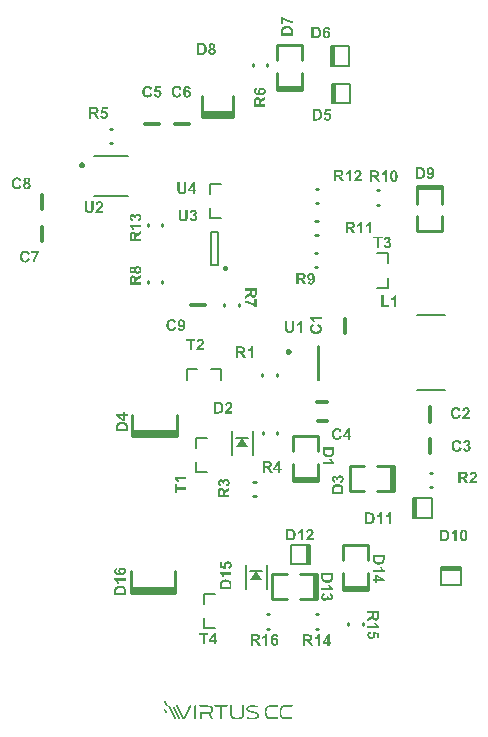
<source format=gto>
%FSTAX24Y24*%
%MOIN*%
%SFA1B1*%

%IPPOS*%
%ADD10C,0.009800*%
%ADD11C,0.010000*%
%ADD12C,0.007900*%
%ADD13C,0.006000*%
%ADD14C,0.006000*%
%ADD15C,0.007000*%
%ADD16C,0.011800*%
%ADD17C,0.003900*%
%ADD18R,0.079100X0.014200*%
%ADD19R,0.014200X0.079100*%
%ADD20R,0.079100X0.014200*%
%ADD21R,0.079100X0.014200*%
%ADD22R,0.102400X0.015700*%
%ADD23R,0.157500X0.015700*%
%ADD24R,0.157500X0.015700*%
%LNpcb_iot_source-1*%
%LPD*%
G36*
X007982Y00937D02*
X007589D01*
X007785Y009685*
X007982Y00937*
G37*
G36*
X008445Y004921D02*
X008051D01*
X008248Y005236*
X008445Y004921*
G37*
G36*
X005216Y00091D02*
X005223D01*
Y000896*
X00523*
Y000882*
X005237*
Y000869*
X005243*
Y000855*
X00525*
Y000841*
X005257*
Y000827*
X005264*
Y000813*
X005271*
Y0008*
X005278*
Y000786*
X005285*
Y000772*
X005292*
Y000758*
X005299*
Y000751*
X005292*
Y000744*
X005237*
Y000751*
X00523*
Y000765*
X005223*
Y000779*
X005216*
Y000793*
X005209*
Y000807*
X005202*
Y00082*
X005195*
Y000834*
X005188*
Y000848*
X005181*
Y000862*
X005175*
Y000869*
Y000875*
X005168*
Y000889*
X005161*
Y000903*
X005154*
Y000917*
X005216*
Y00091*
G37*
G36*
X008158Y000758D02*
X00822D01*
Y000751*
X008254*
Y000744*
X008289*
Y000738*
X008309*
Y000717*
X008303*
Y000703*
X008296*
Y000689*
X008289*
Y000682*
X008268*
Y000689*
X008241*
Y000696*
X008199*
Y000703*
X008055*
Y000696*
X008027*
Y000689*
X008013*
Y000682*
X007999*
Y000676*
X007993*
Y000669*
X007986*
Y000648*
X007979*
Y000641*
X007986*
Y00062*
X007993*
Y000614*
X007999*
Y000607*
X008013*
Y0006*
X00802*
Y000593*
X008041*
Y000586*
X008061*
Y000579*
X008082*
Y000572*
X00811*
Y000565*
X00813*
Y000558*
X008158*
Y000552*
X008185*
Y000545*
X008213*
Y000538*
X008234*
Y000531*
X008254*
Y000524*
X008268*
Y000517*
X008282*
Y00051*
X008296*
Y000503*
X008303*
Y000496*
X008316*
Y00049*
X008323*
Y000483*
X00833*
Y000469*
X008337*
Y000462*
X008344*
Y000441*
X008351*
Y000393*
X008344*
Y000372*
X008337*
Y000359*
X00833*
Y000352*
X008323*
Y000345*
X008316*
Y000338*
X008309*
Y000331*
X008303*
Y000324*
X008289*
Y000317*
X008275*
Y00031*
X008261*
Y000304*
X008234*
Y000297*
X008199*
Y00029*
X008041*
Y000297*
X007999*
Y000304*
X007972*
Y00031*
X007944*
Y000317*
X007931*
Y000324*
X007924*
Y000338*
X007931*
Y000352*
X007937*
Y000366*
X007944*
Y000372*
X007965*
Y000366*
X007986*
Y000359*
X00802*
Y000352*
X008068*
Y000345*
X008179*
Y000352*
X00822*
Y000359*
X008241*
Y000366*
X008254*
Y000372*
X008268*
Y000379*
X008275*
Y000386*
X008282*
Y000407*
X008289*
Y000421*
X008282*
Y000441*
X008275*
Y000448*
X008268*
Y000455*
X008261*
Y000462*
X008247*
Y000469*
X008234*
Y000476*
X008213*
Y000483*
X008192*
Y00049*
X008165*
Y000496*
X008137*
Y000503*
X00811*
Y00051*
X008082*
Y000517*
X008061*
Y000524*
X008034*
Y000531*
X008013*
Y000538*
X007999*
Y000545*
X007986*
Y000552*
X007972*
Y000558*
X007965*
Y000565*
X007951*
Y000572*
X007944*
Y000579*
X007937*
Y000593*
X007931*
Y0006*
X007924*
Y00062*
X007917*
Y000662*
X007924*
Y000682*
X007931*
Y000696*
X007937*
Y000703*
X007944*
Y00071*
X007951*
Y000717*
X007958*
Y000724*
X007965*
Y000731*
X007979*
Y000738*
X007993*
Y000744*
X008013*
Y000751*
X008041*
Y000758*
X008103*
Y000765*
X008158*
Y000758*
G37*
G36*
X005216Y000627D02*
X005223D01*
Y00062*
X00523*
Y000607*
X005237*
Y000593*
X005243*
Y000579*
X00525*
Y000565*
X005257*
Y000552*
X005264*
Y000538*
X005271*
Y000517*
X005216*
Y000524*
X005209*
Y000538*
X005202*
Y000552*
X005195*
Y000565*
X005188*
Y000579*
X005181*
Y000593*
X005175*
Y000607*
X005168*
Y00062*
X005161*
Y000634*
X005216*
Y000627*
G37*
G36*
X006084Y000751D02*
X006091D01*
Y000744*
X006084*
Y000731*
X006077*
Y000717*
X00607*
Y000703*
X006063*
Y000689*
X006057*
Y000676*
X00605*
Y000662*
X006043*
Y000648*
X006036*
Y000634*
X006029*
Y00062*
X006022*
Y000607*
X006015*
Y000593*
X006008*
Y000579*
X006001*
Y000565*
X005994*
Y000552*
X005988*
Y000538*
X005981*
Y000524*
X005974*
Y00051*
X005967*
Y000496*
X00596*
Y000483*
X005953*
Y000469*
X005946*
Y000455*
X005939*
Y000441*
X005932*
Y000428*
X005926*
Y000414*
X005919*
Y0004*
X005912*
Y000386*
X005905*
Y000372*
X005898*
Y000359*
X005891*
Y000345*
X005884*
Y000331*
X005877*
Y000317*
X00587*
Y000304*
X005864*
Y000297*
X005795*
Y000304*
X005788*
Y000317*
X005781*
Y000331*
X005774*
Y000345*
X005767*
Y000359*
X00576*
Y000372*
X005753*
Y000386*
X005746*
Y0004*
X00574*
Y000414*
X005733*
Y000428*
X005726*
Y000441*
X005719*
Y000455*
X005712*
Y000469*
X005705*
Y000483*
X005698*
Y000496*
X005691*
Y00051*
X005684*
Y000524*
X005678*
Y000538*
X005671*
Y000552*
X005664*
Y000565*
X005657*
Y000579*
X00565*
Y000593*
X005643*
Y000607*
X005636*
Y00062*
X005629*
Y000634*
X005622*
Y000648*
X005616*
Y000662*
X005609*
Y000676*
X005602*
Y000689*
X005595*
Y000703*
X005588*
Y000717*
X005581*
Y000731*
X005574*
Y000744*
X005567*
Y000751*
X005581*
Y000758*
X005629*
Y000751*
X005636*
Y000744*
X005643*
Y000731*
X00565*
Y000717*
X005657*
Y000703*
X005664*
Y000689*
X005671*
Y000676*
X005678*
Y000662*
X005684*
Y000648*
X005691*
Y000634*
X005698*
Y00062*
X005705*
Y000607*
X005712*
Y000593*
X005719*
Y000579*
X005726*
Y000565*
X005733*
Y000552*
X00574*
Y000538*
X005746*
Y000524*
X005753*
Y00051*
X00576*
Y000496*
X005767*
Y000483*
X005774*
Y000469*
X005781*
Y000462*
X005788*
Y000448*
X005795*
Y000434*
X005802*
Y000421*
X005808*
Y000407*
X005815*
Y000393*
X005822*
Y000379*
X005829*
Y000372*
X005836*
Y000386*
X005843*
Y0004*
X00585*
Y000414*
X005857*
Y000421*
Y000428*
X005864*
Y000441*
X00587*
Y000455*
X005877*
Y000469*
X005884*
Y000483*
X005891*
Y000496*
X005898*
Y00051*
X005905*
Y000524*
X005912*
Y000538*
X005919*
Y000552*
X005926*
Y000565*
X005932*
Y000579*
X005939*
Y000593*
X005946*
Y000607*
X005953*
Y00062*
X00596*
Y000634*
X005967*
Y000648*
X005974*
Y000662*
X005981*
Y000676*
X005988*
Y000689*
X005994*
Y000703*
X006001*
Y000717*
X006008*
Y000731*
X006015*
Y000744*
X006022*
Y000751*
X006029*
Y000758*
X006084*
Y000751*
G37*
G36*
X007841D02*
X007848D01*
Y000428*
X007841*
Y0004*
X007834*
Y000379*
X007827*
Y000372*
X00782*
Y000359*
X007813*
Y000352*
X007807*
Y000345*
X0078*
Y000338*
X007793*
Y000331*
X007779*
Y000324*
X007772*
Y000317*
X007758*
Y00031*
X007738*
Y000304*
X007717*
Y000297*
X007682*
Y00029*
X007545*
Y000297*
X00751*
Y000304*
X00749*
Y00031*
X007469*
Y000317*
X007455*
Y000324*
X007448*
Y000331*
X007434*
Y000338*
X007428*
Y000345*
X007421*
Y000352*
X007414*
Y000359*
X007407*
Y000366*
X0074*
Y000379*
X007393*
Y000393*
X007386*
Y000428*
X007379*
Y000751*
X007386*
Y000758*
X007434*
Y000751*
X007441*
Y000641*
Y000634*
Y000434*
X007448*
Y000414*
X007455*
Y0004*
X007462*
Y000393*
X007469*
Y000386*
X007476*
Y000379*
X007483*
Y000372*
X007496*
Y000366*
X007517*
Y000359*
X007538*
Y000352*
X007572*
Y000345*
X007655*
Y000352*
X007689*
Y000359*
X00771*
Y000366*
X007731*
Y000372*
X007738*
Y000379*
X007751*
Y000386*
X007758*
Y000393*
X007765*
Y0004*
X007772*
Y000414*
X007779*
Y000434*
X007786*
Y000758*
X007841*
Y000751*
G37*
G36*
X009467D02*
X00946D01*
Y000738*
X009453*
Y000724*
X009446*
Y00071*
X009439*
Y000696*
X00915*
Y000689*
X009136*
Y000682*
X009129*
Y000676*
X009122*
Y000669*
X009116*
Y000662*
X009109*
Y000648*
X009102*
Y000634*
X009095*
Y000614*
X009088*
Y000586*
X009081*
Y000469*
X009088*
Y000441*
X009095*
Y000421*
X009102*
Y000407*
X009109*
Y000393*
X009116*
Y000386*
X009122*
Y000379*
X009129*
Y000372*
X009136*
Y000366*
X00915*
Y000359*
X009453*
Y000297*
X009157*
Y000304*
X009129*
Y00031*
X009116*
Y000317*
X009102*
Y000324*
X009095*
Y000331*
X009088*
Y000338*
X009081*
Y000345*
X009074*
Y000352*
X009067*
Y000366*
X00906*
Y000372*
X009054*
Y000386*
X009047*
Y000407*
X00904*
Y000428*
X009033*
Y000469*
X009026*
Y000586*
X009033*
Y000627*
X00904*
Y000648*
X009047*
Y000669*
X009054*
Y000682*
X00906*
Y000696*
X009067*
Y000703*
X009074*
Y00071*
X009081*
Y000717*
X009088*
Y000724*
X009095*
Y000731*
X009102*
Y000738*
X009116*
Y000744*
X009129*
Y000751*
X00915*
Y000758*
X009467*
Y000751*
G37*
G36*
X008971Y000744D02*
X008964D01*
Y000731*
X008957*
Y000717*
X00895*
Y000703*
X008943*
Y000696*
X008654*
Y000689*
X008647*
Y000682*
X008633*
Y000676*
X008626*
Y000669*
X008619*
Y000655*
X008613*
Y000641*
X008606*
Y000627*
X008599*
Y000607*
X008592*
Y000565*
X008585*
Y00049*
X008592*
Y000455*
X008599*
Y000428*
X008606*
Y000414*
X008613*
Y0004*
X008619*
Y000393*
X008626*
Y000379*
X008633*
Y000372*
X008647*
Y000366*
X008661*
Y000359*
X008957*
Y000352*
X008964*
Y000304*
X008957*
Y000297*
X008668*
Y000304*
X00864*
Y00031*
X008619*
Y000317*
X008613*
Y000324*
X008599*
Y000331*
X008592*
Y000338*
X008585*
Y000345*
X008578*
Y000352*
X008571*
Y000366*
X008564*
Y000379*
X008557*
Y000393*
X008551*
Y000414*
X008544*
Y000434*
X008537*
Y000483*
X00853*
Y000579*
X008537*
Y000614*
Y00062*
X008544*
Y000648*
X008551*
Y000662*
X008557*
Y000676*
X008564*
Y000689*
X008571*
Y000703*
X008578*
Y00071*
X008585*
Y000717*
X008592*
Y000724*
X008599*
Y000731*
X008606*
Y000738*
X008619*
Y000744*
X008633*
Y000751*
X008661*
Y000758*
X008971*
Y000744*
G37*
G36*
X007304D02*
X007297D01*
Y000731*
X00729*
Y000717*
X007283*
Y000703*
X007276*
Y000696*
X007111*
Y000304*
X007104*
Y000297*
X007049*
Y000696*
X006876*
Y000703*
X006869*
Y000717*
X006863*
Y000731*
X006856*
Y000744*
X006849*
Y000751*
X006856*
Y000758*
X007304*
Y000744*
G37*
G36*
X006635Y000751D02*
X00669D01*
Y000744*
X006718*
Y000738*
X006732*
Y000731*
X006752*
Y000724*
X006759*
Y000717*
X006766*
Y00071*
X00678*
Y000696*
X006787*
Y000689*
X006794*
Y000676*
X006801*
Y000655*
X006807*
Y000565*
X006801*
Y000545*
X006794*
Y000531*
X006787*
Y000524*
X00678*
Y000517*
X006773*
Y00051*
X006766*
Y000503*
X006752*
Y000496*
X006745*
Y00049*
X006732*
Y000483*
X006725*
Y000462*
X006732*
Y000448*
X006739*
Y000434*
X006745*
Y000421*
X006752*
Y000407*
X006759*
Y000393*
X006766*
Y000379*
X006773*
Y000366*
X00678*
Y000352*
X006787*
Y000338*
X006794*
Y000324*
X006801*
Y00031*
X006807*
Y000297*
X006739*
Y00031*
X006732*
Y000324*
X006725*
Y000338*
X006718*
Y000352*
X006711*
Y000366*
X006704*
Y000379*
X006697*
Y000393*
X00669*
Y000407*
X006683*
Y000421*
X006677*
Y000434*
X00667*
Y000448*
X006663*
Y000462*
X006656*
Y000469*
X006429*
Y000304*
X006422*
Y000297*
X006367*
Y000524*
X006628*
Y000531*
X006683*
Y000538*
X006704*
Y000545*
X006718*
Y000552*
X006725*
Y000558*
X006732*
Y000565*
X006739*
Y000579*
X006745*
Y000648*
X006739*
Y000662*
X006732*
Y000669*
X006725*
Y000676*
X006711*
Y000682*
X006697*
Y000689*
X006656*
Y000696*
X006373*
Y00071*
X006367*
Y000724*
X00636*
Y000738*
X006353*
Y000758*
X006635*
Y000751*
G37*
G36*
X006243D02*
X006249D01*
Y000297*
X006187*
Y000304*
Y000751*
X006194*
Y000758*
X006243*
Y000751*
G37*
G36*
X005533Y000676D02*
X00554D01*
Y000662*
X005547*
Y000648*
X005554*
Y000634*
X00556*
Y00062*
X005567*
Y000607*
X005574*
Y000593*
X005581*
Y000579*
X005588*
Y000565*
X005595*
Y000552*
X005602*
Y000538*
X005609*
Y000524*
X005616*
Y00051*
X005622*
Y000496*
X005629*
Y000483*
X005636*
Y000469*
X005643*
Y000455*
X00565*
Y000441*
X005657*
Y000428*
X005664*
Y000414*
X005671*
Y0004*
X005678*
Y000386*
X005684*
Y000372*
X005691*
Y000359*
X005698*
Y000345*
X005705*
Y000331*
X005712*
Y000317*
X005719*
Y000304*
X005726*
Y00029*
X005664*
Y000297*
X005657*
Y00031*
X00565*
Y000324*
X005643*
Y000338*
X005636*
Y000352*
X005629*
Y000366*
X005622*
Y000379*
X005616*
Y000393*
X005609*
Y000407*
X005602*
Y000421*
X005595*
Y000434*
X005588*
Y000448*
X005581*
Y000462*
X005574*
Y000476*
X005567*
Y00049*
X00556*
Y000503*
X005554*
Y000517*
X005547*
Y000531*
X00554*
Y000545*
X005533*
Y000558*
X005526*
Y000572*
X005519*
Y000586*
X005512*
Y0006*
X005505*
Y000614*
X005498*
Y000627*
X005492*
Y000641*
X005485*
Y000655*
X005478*
Y000669*
X005471*
Y000682*
X005464*
Y000689*
X005533*
Y000676*
G37*
G36*
X005368Y000738D02*
X005374D01*
Y000724*
X005381*
Y00071*
X005388*
Y000696*
X005395*
Y000682*
X005402*
Y000669*
X005409*
Y000655*
X005416*
Y000641*
X005423*
Y000627*
X00543*
Y000614*
X005436*
Y0006*
X005443*
Y000586*
X00545*
Y000572*
X005457*
Y000558*
X005464*
Y000545*
X005471*
Y000531*
X005478*
Y000517*
X005485*
Y000503*
X005492*
Y00049*
X005498*
Y000476*
X005505*
Y000462*
X005512*
Y000448*
X005519*
Y000434*
X005526*
Y000421*
X005533*
Y000407*
X00554*
Y000393*
X005547*
Y000379*
X005554*
Y000366*
X00556*
Y000352*
X005567*
Y000338*
X005574*
Y000324*
X005581*
Y000317*
Y00031*
X005588*
Y000297*
X005595*
Y00029*
X005526*
Y000304*
X005519*
Y000317*
X005512*
Y000331*
X005505*
Y000345*
X005498*
Y000359*
X005492*
Y000372*
X005485*
Y000386*
X005478*
Y0004*
X005471*
Y000414*
X005464*
Y000428*
X005457*
Y000441*
X00545*
Y000455*
X005443*
Y000469*
X005436*
Y000483*
X00543*
Y000496*
X005423*
Y00051*
X005416*
Y000524*
X005409*
Y000538*
X005402*
Y000552*
X005395*
Y000565*
X005388*
Y000579*
X005381*
Y000593*
X005374*
Y000607*
X005368*
Y00062*
X005361*
Y000634*
X005354*
Y000648*
X005347*
Y000662*
X00534*
Y000676*
X005333*
Y000689*
X005326*
Y000703*
X005319*
Y000717*
X005312*
Y000731*
X005306*
Y000744*
X005368*
Y000738*
G37*
G36*
X005923Y017995D02*
Y017994D01*
Y017992*
Y017988*
Y017984*
Y017978*
Y017971*
Y017964*
Y017957*
X005922Y01794*
X00592Y017924*
Y017917*
X005919Y017909*
X005918Y017903*
X005917Y017897*
Y017896*
X005916Y017892*
X005914Y017887*
X005912Y01788*
X005908Y017872*
X005905Y017864*
X005899Y017856*
X005893Y017848*
X005891Y017845*
X005886Y017841*
X005882Y017837*
X005875Y017832*
X005867Y017827*
X005858Y017822*
X005848Y017817*
X005847Y017816*
X005846*
X005843Y017815*
X005841Y017814*
X005837Y017813*
X005829Y017812*
X005818Y017809*
X005806Y017807*
X005791Y017806*
X005775*
X005766*
X005761*
X005756*
X005744Y017807*
X00573Y017809*
X005717Y017811*
X005703Y017814*
X005698Y017816*
X005692Y017818*
X005691*
Y017819*
X005687Y01782*
X005682Y017823*
X005675Y017827*
X005668Y017832*
X005661Y017837*
X005654Y017844*
X005647Y017851*
X005646Y017852*
X005644Y017855*
X005641Y017859*
X005638Y017864*
X005634Y017871*
X005631Y017878*
X005627Y017886*
X005625Y017894*
Y017895*
Y017896*
X005624Y017898*
Y0179*
X005623Y017903*
Y017908*
X005622Y017913*
X005621Y017919*
Y017925*
X00562Y017932*
Y01794*
X005619Y017949*
Y017958*
Y017969*
X005618Y01798*
Y017992*
Y018197*
X005696*
Y017988*
Y017986*
Y017984*
Y01798*
Y017977*
Y017972*
Y017961*
Y017951*
X005697Y01794*
X005698Y017931*
Y017927*
Y017924*
Y017923*
X005699Y01792*
X005701Y017916*
X005703Y01791*
X005706Y017904*
X00571Y017898*
X005715Y017892*
X005722Y017886*
X005723Y017885*
X005725Y017884*
X005729Y017881*
X005735Y017879*
X005742Y017876*
X005751Y017874*
X005761Y017872*
X005772*
X005778*
X005784*
X005791Y017874*
X005799Y017875*
X005807Y017878*
X005815Y017881*
X005822Y017885*
Y017886*
X005824Y017888*
X005827Y017891*
X00583Y017895*
X005834Y017899*
X005837Y017905*
X00584Y017911*
X005842Y017918*
Y017919*
X005843Y017922*
Y017927*
X005844Y017934*
Y017943*
X005845Y017954*
Y017961*
X005846Y017968*
Y017975*
Y017984*
Y018197*
X005923*
Y017995*
G37*
G36*
X006205Y017954D02*
X006252D01*
Y01789*
X006205*
Y017813*
X006133*
Y01789*
X005976*
Y017954*
X006143Y018198*
X006205*
Y017954*
G37*
G36*
X005968Y017079D02*
D01*
Y017076*
Y017073*
Y017068*
Y017062*
X005967Y017056*
Y017049*
Y017041*
X005966Y017025*
X005965Y017009*
X005964Y017002*
Y016994*
X005963Y016987*
X005962Y016982*
Y016981*
Y01698*
X00596Y016977*
X005959Y016972*
X005956Y016965*
X005953Y016957*
X005949Y016949*
X005944Y016941*
X005938Y016933*
Y016932*
X005935Y01693*
X005931Y016926*
X005926Y016922*
X005919Y016917*
X005912Y016911*
X005903Y016906*
X005893Y016901*
X005892*
X00589Y0169*
X005888*
X005885Y016899*
X005882Y016898*
X005873Y016896*
X005863Y016894*
X00585Y016892*
X005836Y016891*
X005819Y01689*
X005811*
X005806Y016891*
X005801*
X005788Y016892*
X005775Y016893*
X005761Y016896*
X005748Y016899*
X005742Y0169*
X005736Y016903*
X005735*
X005732Y016905*
X005726Y016908*
X00572Y016911*
X005713Y016917*
X005705Y016922*
X005698Y016929*
X005691Y016936*
Y016937*
X005689Y016939*
X005686Y016944*
X005682Y016949*
X005679Y016955*
X005675Y016963*
X005672Y01697*
X00567Y016979*
Y01698*
X005669Y016982*
X005668Y016985*
Y016988*
X005667Y016993*
Y016997*
X005666Y017003*
Y01701*
X005665Y017017*
X005664Y017025*
Y017034*
X005663Y017043*
Y017054*
Y017065*
Y017076*
Y017282*
X00574*
Y017073*
Y017072*
Y017071*
Y017068*
Y017065*
Y017061*
Y017056*
X005741Y017046*
Y017035*
X005742Y017025*
Y017016*
Y017011*
X005743Y017009*
Y017007*
X005744Y017004*
X005746Y017*
X005747Y016995*
X005751Y016989*
X005755Y016982*
X00576Y016976*
X005766Y01697*
X005767*
X00577Y016968*
X005774Y016966*
X00578Y016963*
X005787Y016961*
X005795Y016959*
X005806Y016957*
X005817Y016956*
X005822*
X005828Y016957*
X005836Y016958*
X005843Y01696*
X005852Y016962*
X005859Y016965*
X005866Y01697*
X005867*
X005869Y016972*
X005872Y016975*
X005875Y016979*
X005878Y016984*
X005882Y016989*
X005885Y016996*
X005887Y017003*
Y017004*
Y017007*
X005888Y017011*
Y017018*
X005889Y017027*
X00589Y017039*
Y017045*
Y017052*
Y01706*
Y017068*
Y017282*
X005968*
Y017079*
G37*
G36*
X006163Y017282D02*
X006168D01*
X006173Y017281*
X00618Y01728*
X006186Y017279*
X0062Y017274*
X006207Y017272*
X006214Y017268*
X006221Y017264*
X006229Y017259*
X006235Y017254*
X006242Y017248*
Y017247*
X006243*
X006244Y017245*
X006246Y017243*
X006251Y017237*
X006256Y017229*
X00626Y01722*
X006265Y017209*
X006268Y017197*
X006269Y01719*
Y017184*
Y017183*
Y017182*
Y017179*
Y017176*
X006267Y017171*
X006266Y017166*
X006265Y017161*
X006262Y017155*
X006259Y017149*
X006256Y017142*
X006251Y017135*
X006246Y017129*
X006239Y017122*
X006232Y017116*
X006224Y017109*
X006214Y017103*
X006215*
X006217*
X006219Y017102*
X006225Y0171*
X006232Y017097*
X006241Y017093*
X00625Y017087*
X006258Y01708*
X006266Y017072*
X006267Y017071*
X006269Y017068*
X006273Y017062*
X006276Y017055*
X00628Y017047*
X006283Y017036*
X006286Y017025*
Y017012*
Y017011*
Y01701*
Y017007*
Y017004*
X006285Y016999*
X006284Y016994*
X006283Y016989*
X006282Y016982*
X006277Y016969*
X006274Y016962*
X00627Y016955*
X006266Y016947*
X006261Y01694*
X006255Y016933*
X006249Y016926*
X006248Y016925*
X006247Y016924*
X006245Y016923*
X006242Y016921*
X006239Y016918*
X006234Y016915*
X006229Y016911*
X006224Y016908*
X006217Y016905*
X00621Y016901*
X006203Y016899*
X006194Y016896*
X006186Y016894*
X006177Y016892*
X006167Y016891*
X006157Y01689*
X006152*
X006148Y016891*
X006143Y016892*
X006138*
X006132Y016893*
X006127Y016894*
X006112Y016897*
X006098Y016903*
X006091Y016906*
X006083Y01691*
X006076Y016915*
X00607Y01692*
X006069Y016921*
X006067Y016923*
X006065Y016925*
X006062Y016928*
X006059Y016932*
X006056Y016937*
X006052Y016941*
X006045Y016952*
X006039Y016966*
X006033Y016981*
X006032Y01699*
X006031Y016999*
X006102Y017007*
Y017006*
X006103Y017003*
X006104Y016998*
X006105Y016992*
X006108Y016985*
X006111Y016978*
X006115Y016971*
X00612Y016965*
X006121*
X006123Y016963*
X006126Y016961*
X006131Y016958*
X006136Y016956*
X006142Y016954*
X006149Y016952*
X006156Y016951*
X00616*
X006165Y016952*
X00617Y016954*
X006176Y016955*
X006182Y016958*
X006189Y016962*
X006195Y016968*
X006196Y016969*
X006197Y016972*
X0062Y016975*
X006203Y01698*
X006205Y016987*
X006208Y016996*
X00621Y017005*
X006211Y017016*
Y017017*
Y01702*
X00621Y017025*
X006209Y017032*
X006207Y017039*
X006204Y017046*
X006201Y017054*
X006196Y01706*
X006195Y017061*
X006193Y017062*
X00619Y017065*
X006185Y017068*
X00618Y017071*
X006173Y017074*
X006166Y017076*
X006159*
X006153*
X006149*
X006145Y017075*
X006139Y017074*
X006132Y017072*
X006125Y017071*
X006134Y01713*
X006138*
X006144Y017131*
X00615*
X006158Y017133*
X006165Y017135*
X006173Y017138*
X006179Y017142*
X00618Y017143*
X006181Y017145*
X006184Y017148*
X006187Y017152*
X00619Y017158*
X006193Y017164*
X006195Y017171*
X006196Y017179*
Y01718*
Y017183*
X006195Y017186*
X006194Y01719*
X006193Y017195*
X006191Y0172*
X006188Y017206*
X006184Y01721*
X006183Y017211*
X006181Y017212*
X006179Y017214*
X006176Y017216*
X006171Y017219*
X006166Y01722*
X006159Y017221*
X006152Y017222*
X006149*
X006146Y017221*
X006141Y01722*
X006136Y017219*
X006131Y017216*
X006125Y017213*
X006119Y017209*
Y017208*
X006117Y017206*
X006115Y017203*
X006112Y017199*
X00611Y017193*
X006107Y017187*
X006105Y017179*
X006104Y017171*
X006036Y017182*
Y017183*
Y017185*
X006037Y017188*
X006039Y017194*
X006041Y017202*
X006044Y017211*
X006048Y01722*
X006052Y01723*
X006057Y017238*
Y017239*
X00606Y017241*
X006063Y017245*
X006067Y01725*
X006073Y017255*
X00608Y017261*
X006088Y017266*
X006097Y017271*
X006098*
X006101Y017272*
X006107Y017275*
X006114Y017277*
X006122Y017279*
X006132Y017281*
X006143Y017282*
X006155Y017283*
X00616*
X006163Y017282*
G37*
G36*
X00283Y017365D02*
Y017364D01*
Y017362*
Y017358*
Y017354*
Y017348*
Y017341*
Y017334*
Y017327*
X002828Y01731*
X002827Y017295*
Y017287*
X002826Y017279*
X002825Y017273*
X002824Y017267*
Y017266*
X002823Y017262*
X002821Y017257*
X002819Y01725*
X002815Y017242*
X002812Y017234*
X002806Y017226*
X0028Y017218*
X002797Y017215*
X002793Y017211*
X002789Y017207*
X002782Y017202*
X002774Y017197*
X002765Y017192*
X002755Y017187*
X002754Y017186*
X002752*
X00275Y017185*
X002748*
X002744Y017183*
X002735Y017182*
X002725Y017179*
X002713Y017178*
X002698Y017176*
X002682*
X002673*
X002668*
X002663*
X002651Y017178*
X002637Y017179*
X002624Y017181*
X00261Y017184*
X002604Y017186*
X002599Y017188*
X002598*
X002597Y017189*
X002594Y01719*
X002589Y017193*
X002582Y017197*
X002575Y017202*
X002568Y017207*
X002561Y017214*
X002554Y017221*
X002553Y017223*
X002551Y017225*
X002548Y017229*
X002545Y017234*
X002541Y017241*
X002538Y017248*
X002534Y017256*
X002532Y017264*
Y017265*
Y017266*
X002531Y017268*
Y017271*
X00253Y017273*
Y017278*
X002529Y017283*
X002528Y017289*
Y017295*
X002527Y017302*
Y01731*
X002526Y017319*
X002525Y017328*
Y017339*
Y01735*
Y017362*
Y017567*
X002603*
Y017358*
Y017356*
Y017354*
Y01735*
Y017347*
Y017342*
Y017331*
Y017321*
X002604Y01731*
Y017301*
Y017297*
X002605Y017294*
Y017293*
X002606Y01729*
X002608Y017286*
X00261Y01728*
X002613Y017274*
X002617Y017268*
X002622Y017262*
X002628Y017256*
X00263Y017255*
X002632Y017254*
X002636Y017251*
X002642Y017249*
X002649Y017247*
X002658Y017244*
X002668Y017242*
X002679*
X002685*
X00269*
X002698Y017244*
X002706Y017245*
X002714Y017248*
X002721Y017251*
X002728Y017255*
X002729Y017256*
X002731Y017258*
X002734Y017261*
X002737Y017265*
X002741Y017269*
X002744Y017275*
X002747Y017281*
X002749Y017288*
Y017289*
X00275Y017292*
Y017297*
X002751Y017304*
Y017313*
X002752Y017324*
Y017331*
Y017338*
Y017345*
Y017354*
Y017567*
X00283*
Y017365*
G37*
G36*
X003031Y017568D02*
X003036Y017567D01*
X003042*
X003048Y017566*
X003055Y017564*
X003069Y017561*
X003084Y017555*
X003091Y017552*
X003099Y017548*
X003105Y017543*
X003112Y017537*
X003113Y017536*
X003115Y017534*
X003117Y017532*
X003119Y017529*
X003122Y017525*
X003128Y017516*
X003134Y017505*
X003139Y017492*
X003143Y017478*
X003144Y017469*
Y017461*
Y01746*
Y017457*
Y017452*
X003143Y017445*
X003142Y017438*
X00314Y01743*
X003138Y01742*
X003135Y017412*
X003134Y01741*
X003133Y017407*
X003131Y017403*
X003128Y017397*
X003124Y017389*
X003119Y017381*
X003112Y017372*
X003105Y017363*
Y017362*
X003103Y01736*
X003099Y017356*
X003094Y017351*
X003088Y017344*
X003079Y017335*
X003069Y017325*
X003057Y017314*
X003056Y017313*
X003055*
X003053Y017311*
X003051Y017309*
X003046Y017303*
X003039Y017296*
X003031Y017289*
X003024Y017282*
X003017Y017276*
X003015Y017273*
X003013Y017271*
X003012*
X003011Y017269*
X003009Y017268*
X003008Y017265*
X003002Y017259*
X002998Y017251*
X003144*
Y017183*
X002886*
Y017185*
X002887Y017187*
X002888Y017189*
Y017193*
X002889Y017197*
X002891Y017206*
X002894Y017218*
X002899Y01723*
X002904Y017243*
X002911Y017256*
Y017257*
X002912Y017258*
X002913Y017259*
X002915Y017262*
X002918Y017266*
X002921Y01727*
X002925Y017275*
X002929Y01728*
X002934Y017287*
X002941Y017294*
X002947Y017302*
X002955Y01731*
X002964Y017319*
X002972Y017328*
X002983Y017338*
X002994Y017348*
X002995Y017349*
X002996Y01735*
X002999Y017353*
X003002Y017356*
X003006Y017359*
X00301Y017364*
X00302Y017374*
X003031Y017384*
X003041Y017395*
X003046Y017399*
X00305Y017403*
X003053Y017407*
X003055Y017411*
X003056Y017412*
X003058Y017415*
X00306Y017419*
X003063Y017425*
X003066Y017432*
X003068Y01744*
X00307Y017448*
X003071Y017456*
Y017457*
Y01746*
X00307Y017465*
X003069Y01747*
X003067Y017476*
X003065Y017482*
X003062Y017489*
X003057Y017494*
Y017495*
X003055Y017496*
X003052Y017498*
X003048Y017501*
X003043Y017503*
X003036Y017505*
X003029Y017507*
X00302*
X003017*
X003012*
X003008Y017506*
X003002Y017504*
X002995Y017502*
X002989Y017498*
X002984Y017493*
X002983*
X002981Y017491*
X002979Y017488*
X002977Y017482*
X002974Y017476*
X002971Y017468*
X002969Y017458*
X002968Y017447*
X002895Y017454*
Y017455*
X002896Y017457*
Y01746*
X002897Y017464*
X002898Y017469*
X002899Y017475*
X0029Y017481*
X002903Y017488*
X002908Y017502*
X002915Y017517*
X00292Y017524*
X002924Y01753*
X00293Y017536*
X002936Y017541*
X002937Y017542*
X002938Y017543*
X00294Y017544*
X002943Y017545*
X002946Y017548*
X00295Y01755*
X002954Y017553*
X00296Y017555*
X002966Y017557*
X002972Y01756*
X002987Y017564*
X003003Y017567*
X003013Y017568*
X003027*
X003031*
G37*
G36*
X009514Y013367D02*
Y013366D01*
Y013364*
Y01336*
Y013355*
Y01335*
X009513Y013343*
Y013336*
Y013328*
X009512Y013312*
X009511Y013296*
X00951Y013289*
Y013281*
X009508Y013275*
X009507Y013269*
Y013268*
X009506Y013264*
X009504Y013259*
X009502Y013252*
X009499Y013244*
X009495Y013236*
X00949Y013228*
X009484Y01322*
X009483*
X009481Y013217*
X009477Y013213*
X009472Y013209*
X009465Y013204*
X009458Y013199*
X009449Y013193*
X009439Y013189*
X009438*
Y013188*
X009436Y013187*
X009434*
X009431Y013186*
X009428Y013185*
X009419Y013183*
X009408Y013181*
X009396Y013179*
X009382Y013178*
X009365*
X009356*
X009352*
X009346*
X009334Y013179*
X009321Y01318*
X009307Y013183*
X009294Y013186*
X009288Y013187*
X009282Y01319*
X009281*
X009277Y013192*
X009272Y013195*
X009266Y013199*
X009259Y013204*
X009251Y013209*
X009244Y013216*
X009237Y013223*
X009236Y013224*
X009235Y013227*
X009232Y013231*
X009228Y013236*
X009225Y013242*
X009221Y01325*
X009218Y013258*
X009215Y013266*
Y013268*
Y013269*
X009214Y013272*
Y013275*
X009213Y01328*
X009212Y013285*
Y01329*
X009211Y013297*
Y013304*
X00921Y013312*
Y013321*
X009209Y01333*
Y013341*
X009208Y013352*
Y013364*
Y013569*
X009286*
Y01336*
Y013359*
Y013358*
Y013355*
Y013352*
Y013348*
Y013344*
X009287Y013333*
Y013323*
Y013312*
X009288Y013303*
Y013299*
Y013296*
Y013295*
X00929Y013292*
X009291Y013288*
X009293Y013282*
X009297Y013276*
X009301Y013269*
X009305Y013264*
X009312Y013258*
X009313Y013257*
X009315Y013255*
X009319Y013253*
X009325Y013251*
X009332Y013248*
X009341Y013246*
X009352Y013244*
X009363*
X009368*
X009374*
X009382Y013245*
X009389Y013247*
X009397Y013249*
X009405Y013252*
X009412Y013257*
X009413Y013258*
X009415Y013259*
X009418Y013262*
X009421Y013266*
X009424Y013271*
X009428Y013276*
X009431Y013283*
X009432Y01329*
Y013291*
X009433Y013294*
X009434Y013299*
Y013306*
X009435Y013314*
Y013326*
Y013333*
X009436Y01334*
Y013347*
Y013355*
Y013569*
X009514*
Y013367*
G37*
G36*
X009768Y013185D02*
X009694D01*
Y013462*
Y013461*
X009693Y01346*
X00969Y013458*
X009687Y013455*
X009683Y013453*
X009679Y013449*
X009673Y013445*
X009667Y013441*
X009661Y013436*
X009653Y013431*
X009637Y013423*
X009619Y013414*
X009599Y013406*
Y013473*
X0096*
Y013474*
X009602*
X009604Y013475*
X00961Y013477*
X009618Y013481*
X009627Y013486*
X009638Y013492*
X009649Y013499*
X009662Y013509*
X009663Y01351*
X009665Y013512*
X009667Y013513*
X009673Y013519*
X00968Y013526*
X009688Y013535*
X009696Y013546*
X009703Y013557*
X009708Y01357*
X009768*
Y013185*
G37*
G36*
X006907Y002931D02*
X006954D01*
Y002867*
X006907*
Y00279*
X006835*
Y002867*
X006678*
Y002931*
X006845Y003175*
X006907*
Y002931*
G37*
G36*
X006656Y003109D02*
X006544D01*
Y00279*
X006466*
Y003109*
X006353*
Y003174*
X006656*
Y003109*
G37*
G36*
X012623Y016387D02*
X012628Y016386D01*
X012633Y016385*
X01264Y016384*
X012646Y016383*
X01266Y016378*
X012667Y016376*
X012674Y016373*
X012681Y016368*
X012689Y016364*
X012695Y016359*
X012702Y016352*
X012703Y016351*
X012704Y016349*
X012706Y016347*
X012711Y016342*
X012716Y016333*
X01272Y016324*
X012725Y016314*
X012728Y016301*
X012729Y016295*
Y016288*
Y016286*
Y016284*
Y01628*
X012727Y016275*
X012726Y016271*
X012725Y016266*
X012722Y01626*
X012719Y016253*
X012716Y016247*
X012711Y01624*
X012706Y016233*
X012699Y016226*
X012692Y01622*
X012684Y016213*
X012674Y016208*
X012675Y016207*
X012677*
X012679Y016206*
X012685Y016204*
X012692Y016201*
X012701Y016197*
X01271Y016191*
X012718Y016184*
X012726Y016176*
X012727Y016175*
X012729Y016172*
X012733Y016167*
X012736Y01616*
X01274Y016151*
X012743Y01614*
X012746Y016129*
Y016116*
Y016114*
Y016112*
Y016108*
X012745Y016103*
X012744Y016099*
X012743Y016093*
X012742Y016087*
X012737Y016073*
X012734Y016066*
X01273Y016059*
X012726Y016051*
X012721Y016044*
X012715Y016037*
X012709Y01603*
X012708*
X012707Y016029*
X012705Y016027*
X012702Y016025*
X012699Y016022*
X012694Y016019*
X012689Y016016*
X012684Y016013*
X012677Y016009*
X01267Y016006*
X012663Y016003*
X012654Y016001*
X012646Y015998*
X012637Y015996*
X012627Y015995*
X012617*
X012612*
X012608*
X012603Y015996*
X012598*
X012592Y015997*
X012587Y015998*
X012572Y016002*
X012558Y016008*
X012551Y01601*
X012543Y016015*
X012536Y016019*
X01253Y016025*
X012529*
Y016026*
X012527Y016027*
X012524Y01603*
X012522Y016033*
X012519Y016037*
X012516Y016041*
X012512Y016046*
X012505Y016057*
X012499Y01607*
X012493Y016085*
X012492Y016094*
X012491Y016103*
X012562Y016112*
Y016111*
X012563Y016107*
X012564Y016102*
X012565Y016096*
X012568Y016089*
X012571Y016082*
X012575Y016075*
X01258Y01607*
X012581Y016069*
X012583Y016067*
X012586Y016065*
X012591Y016063*
X012596Y01606*
X012602Y016058*
X012609Y016056*
X012616*
X01262*
X012625Y016057*
X01263Y016058*
X012636Y01606*
X012642Y016063*
X012649Y016067*
X012655Y016072*
X012656Y016073*
X012657Y016076*
X01266Y016079*
X012663Y016085*
X012665Y016092*
X012668Y0161*
X01267Y016109*
X012671Y01612*
Y016121*
Y016125*
X01267Y01613*
X012669Y016136*
X012667Y016143*
X012664Y01615*
X012661Y016158*
X012656Y016164*
X012655Y016165*
X012653Y016167*
X01265Y01617*
X012645Y016173*
X01264Y016175*
X012633Y016178*
X012626Y01618*
X012619Y016181*
X012613*
X012609Y01618*
X012605*
X012599Y016178*
X012592Y016177*
X012585Y016175*
X012594Y016235*
X012598*
X012604*
X01261Y016236*
X012618Y016237*
X012625Y016239*
X012633Y016243*
X012639Y016247*
X01264*
X012642Y016249*
X012644Y016253*
X012647Y016257*
X01265Y016262*
X012653Y016268*
X012655Y016275*
X012656Y016284*
Y016287*
X012655Y016291*
X012654Y016295*
X012653Y016299*
X012651Y016305*
X012648Y01631*
X012644Y016315*
X012643*
X012642Y016316*
X012639Y016318*
X012636Y016321*
X012631Y016323*
X012626Y016325*
X012619Y016326*
X012612*
X012609*
X012606*
X012601Y016325*
X012596Y016323*
X012591Y016321*
X012585Y016318*
X012579Y016313*
Y016312*
X012577Y016311*
X012575Y016308*
X012572Y016304*
X01257Y016298*
X012567Y016291*
X012565Y016284*
X012564Y016275*
X012496Y016286*
Y016287*
Y016288*
Y01629*
X012497Y016292*
X012499Y016298*
X012501Y016306*
X012504Y016315*
X012508Y016325*
X012512Y016334*
X012517Y016342*
Y016343*
X01252Y016346*
X012523Y016349*
X012527Y016354*
X012533Y01636*
X01254Y016365*
X012548Y01637*
X012557Y016375*
X012558Y016376*
X012561Y016377*
X012567Y016379*
X012574Y016381*
X012582Y016383*
X012592Y016385*
X012603Y016387*
X012615*
X01262*
X012623*
G37*
G36*
X012459Y016321D02*
X012346D01*
Y016002*
X012268*
Y016321*
X012155*
Y016386*
X012459*
Y016321*
G37*
G36*
X006392Y01298D02*
X006397Y012979D01*
X006403Y012978*
X006409*
X006416Y012976*
X00643Y012972*
X006445Y012967*
X006452Y012964*
X006459Y01296*
X006466Y012954*
X006472Y012949*
X006473Y012948*
X006474*
X006475Y012946*
X006478Y012944*
X00648Y012941*
X006483Y012937*
X006489Y012928*
X006495Y012917*
X0065Y012904*
X006504Y012889*
X006505Y012881*
Y012873*
Y012872*
Y012869*
Y012864*
X006504Y012857*
X006503Y01285*
X006501Y012841*
X006499Y012832*
X006496Y012823*
X006495Y012822*
X006494Y012819*
X006492Y012815*
X006489Y012809*
X006485Y012801*
X006479Y012793*
X006473Y012784*
X006466Y012775*
X006465Y012774*
X006464Y012772*
X00646Y012768*
X006455Y012762*
X006448Y012755*
X00644Y012747*
X00643Y012737*
X006417Y012726*
Y012725*
X006416Y012724*
X006414Y012723*
X006412Y01272*
X006406Y012715*
X006399Y012708*
X006392Y012701*
X006385Y012694*
X006378Y012688*
X006376Y012685*
X006373Y012683*
Y012682*
X006372Y012681*
X00637Y012679*
X006368Y012676*
X006363Y012671*
X006358Y012663*
X006505*
Y012595*
X006247*
Y012596*
X006248Y012599*
Y012601*
X006249Y012605*
Y012609*
X006252Y012618*
X006255Y01263*
X006259Y012642*
X006265Y012655*
X006272Y012668*
X006273Y012669*
X006274Y012671*
X006276Y012674*
X006279Y012678*
X006282Y012682*
X006286Y012687*
X00629Y012692*
X006295Y012699*
X006302Y012706*
X006308Y012713*
X006316Y012722*
X006324Y01273*
X006333Y01274*
X006344Y01275*
X006355Y01276*
Y012761*
X006357Y012762*
X006359Y012765*
X006363Y012768*
X006366Y012771*
X006371Y012776*
X006381Y012785*
X006392Y012796*
X006402Y012806*
X006406Y012811*
X00641Y012815*
X006414Y012819*
X006416Y012823*
X006417Y012824*
X006419Y012827*
X006421Y012831*
X006424Y012837*
X006427Y012844*
X006429Y012851*
X006431Y01286*
Y012868*
Y012869*
Y012872*
Y012877*
X00643Y012882*
X006428Y012888*
X006426Y012894*
X006423Y012901*
X006418Y012906*
X006417*
X006416Y012908*
X006413Y01291*
X006409Y012913*
X006403Y012915*
X006397Y012917*
X006389Y012919*
X006381*
X006378*
X006373*
X006368Y012917*
X006362Y012916*
X006356Y012913*
X00635Y01291*
X006344Y012905*
X006342Y012902*
X00634Y012899*
X006337Y012894*
X006335Y012888*
X006332Y01288*
X00633Y01287*
X006329Y012859*
X006256Y012866*
Y012867*
Y012869*
Y012872*
X006258Y012876*
Y012881*
X00626Y012886*
X006261Y012893*
X006263Y0129*
X006269Y012914*
X006276Y012929*
X00628Y012936*
X006285Y012942*
X006291Y012948*
X006297Y012953*
Y012954*
X006299*
X0063Y012956*
X006303Y012957*
X006306Y01296*
X00631Y012962*
X006315Y012964*
X006321Y012967*
X006327Y012969*
X006333Y012971*
X006348Y012976*
X006364Y012979*
X006373Y01298*
X006388*
X006392*
G37*
G36*
X006222Y012914D02*
X006109D01*
Y012595*
X006031*
Y012914*
X005918*
Y012979*
X006222*
Y012914*
G37*
G36*
X005911Y00829D02*
X005634D01*
X005635*
X005636Y008288*
X005637Y008286*
X00564Y008283*
X005643Y008279*
X005647Y008274*
X005651Y008269*
X005655Y008263*
X00566Y008256*
X005664Y008249*
X005673Y008233*
X005682Y008215*
X00569Y008195*
X005623*
X005622Y008196*
Y008198*
X005621Y0082*
X005619Y008206*
X005615Y008214*
X00561Y008223*
X005604Y008233*
X005597Y008245*
X005587Y008257*
Y008258*
X005586Y008259*
X005584Y008261*
X005582Y008263*
X005577Y008269*
X00557Y008276*
X005561Y008284*
X00555Y008291*
X005539Y008298*
X005526Y008304*
Y008364*
X005911*
Y00829*
G37*
G36*
X005592Y008028D02*
X005911D01*
Y00795*
X005592*
Y007837*
X005527*
Y00814*
X005592*
Y008028*
G37*
G36*
X008878Y003139D02*
X008881D01*
X008885Y003138*
X008896Y003136*
X008907Y003133*
X008919Y003129*
X008931Y003123*
X008942Y003115*
X008943*
X008944Y003113*
X008947Y00311*
X008952Y003105*
X008958Y003096*
X008964Y003087*
X00897Y003074*
X008975Y00306*
X008979Y003043*
X008908Y003036*
Y003037*
X008907Y003039*
X008906Y003043*
X008905Y003048*
X008903Y003053*
X008901Y003058*
X008898Y003064*
X008894Y003068*
X008893*
X008892Y00307*
X00889Y003071*
X008886Y003073*
X008882Y003075*
X008878Y003077*
X008872Y003078*
X008866*
X008865*
X008862*
X008858Y003077*
X008852Y003076*
X008846Y003073*
X008839Y00307*
X008832Y003064*
X008826Y003057*
X008825Y003056*
X008824Y003055*
Y003053*
X008823Y00305*
X008821Y003047*
X008819Y003043*
X008818Y003039*
X008816Y003033*
X008814Y003027*
X008813Y00302*
X008811Y003012*
X00881Y003003*
X008809Y002993*
X008807Y002982*
X008806Y00297*
X008807Y002971*
X008809Y002973*
X008811Y002975*
X008817Y002981*
X008825Y002986*
X008835Y002992*
X008847Y002998*
X00886Y003002*
X008867*
X008875Y003003*
X008879*
X008882Y003002*
X008886*
X008891Y003001*
X008902Y002998*
X008914Y002994*
X00892Y002991*
X008927Y002988*
X008934Y002984*
X00894Y002979*
X008947Y002974*
X008953Y002967*
X008954*
Y002965*
X008956Y002964*
X008958Y002961*
X008961Y002957*
X008964Y002953*
X008966Y002948*
X00897Y002943*
X008973Y002937*
X008976Y00293*
X008979Y002922*
X008981Y002914*
X008983Y002906*
X008985Y002896*
X008986Y002886*
Y002877*
Y002876*
Y002874*
Y002871*
Y002867*
X008985Y002862*
Y002856*
X008983Y00285*
X008982Y002843*
X008978Y002827*
X008975Y00282*
X008972Y002812*
X008968Y002804*
X008963Y002796*
X008958Y002789*
X008951Y002782*
Y002781*
X008949Y00278*
X008948Y002778*
X008945Y002776*
X008942Y002774*
X008938Y002771*
X008933Y002768*
X008927Y002764*
X008921Y002761*
X008914Y002758*
X008907Y002755*
X008899Y002752*
X008891Y00275*
X008882Y002748*
X008873Y002747*
X008863*
X008861*
X008857*
X008853*
X008848Y002748*
X008842Y002749*
X008836Y00275*
X008829Y002752*
X008821Y002755*
X008814Y002758*
X008806Y002761*
X008798Y002766*
X00879Y002771*
X008782Y002777*
X008774Y002783*
X008767Y002792*
X008766*
X008765Y002794*
X008763Y002796*
X008761Y0028*
X008758Y002805*
X008755Y002812*
X008752Y002819*
X008749Y002827*
X008745Y002837*
X008742Y002848*
X008739Y00286*
X008736Y002873*
X008734Y002888*
X008732Y002904*
X008731Y002921*
X00873Y00294*
Y002941*
Y002944*
Y00295*
X008731Y002957*
Y002965*
X008732Y002976*
X008734Y002986*
X008735Y002999*
X008739Y003023*
X008742Y003036*
X008747Y003049*
X008751Y003061*
X008756Y003072*
X008762Y003083*
X008769Y003092*
Y003093*
X00877Y003094*
X008773Y003096*
X008776Y0031*
X00878Y003104*
X008785Y003107*
X00879Y003112*
X008796Y003116*
X008803Y00312*
X008811Y003125*
X008819Y003128*
X008828Y003132*
X008838Y003135*
X008848Y003137*
X008859Y003139*
X00887*
X008874*
X008878*
G37*
G36*
X008621Y002754D02*
X008547D01*
Y003031*
X008546Y00303*
X008545Y003029*
X008543Y003027*
X00854Y003025*
X008536Y003022*
X008531Y003018*
X008526Y003014*
X00852Y00301*
X008513Y003005*
X008505Y003001*
X00849Y002992*
X008472Y002983*
X008452Y002975*
Y003042*
X008453Y003043*
X008455*
X008457Y003044*
X008463Y003046*
X00847Y00305*
X00848Y003055*
X00849Y003061*
X008502Y003068*
X008514Y003078*
X008515*
X008516Y003079*
X008518Y003081*
X00852Y003082*
X008525Y003088*
X008533Y003095*
X008541Y003104*
X008548Y003115*
X008555Y003126*
X00856Y003139*
X008621*
Y002754*
G37*
G36*
X008238Y003137D02*
X00825D01*
X008257*
X008271Y003136*
X008286Y003133*
X0083Y003131*
X008307Y003129*
X008312Y003127*
X008313*
X008317Y003126*
X008322Y003123*
X008328Y003119*
X008335Y003113*
X008343Y003107*
X00835Y003099*
X008357Y00309*
Y003089*
X00836Y003085*
X008362Y00308*
X008366Y003072*
X008369Y003064*
X008372Y003054*
X008373Y003042*
X008374Y00303*
Y003029*
Y003028*
Y003026*
X008373Y003023*
Y003019*
Y003015*
X008371Y003005*
X008367Y002994*
X008363Y002981*
X008357Y00297*
X008353Y002964*
X008348Y002958*
X008347Y002957*
X008345Y002956*
X008343Y002954*
X008341Y002952*
X008338Y002949*
X008334Y002946*
X008329Y002943*
X008324Y00294*
X008319Y002937*
X008312Y002934*
X008305Y002932*
X008298Y002929*
X00829Y002926*
X008282Y002924*
X008273Y002923*
X008274Y002922*
X008277Y00292*
X008281Y002917*
X008287Y002913*
X008294Y002909*
X008301Y002903*
X008308Y002897*
X008314Y002891*
X008315Y00289*
X008317Y002887*
X008321Y002883*
X008326Y002877*
X008332Y002868*
X008339Y002857*
X008344Y002851*
X008348Y002844*
X008353Y002837*
X008358Y002829*
X008405Y002754*
X008312*
X008257Y002837*
X008256*
Y002838*
X008254Y002841*
X008252Y002844*
X00825Y002848*
X008247Y002851*
X00824Y002861*
X008234Y002871*
X008227Y002879*
X008221Y002888*
X008218Y002891*
X008216Y002893*
X008215Y002894*
X008214Y002895*
X008212Y002898*
X008209Y0029*
X008201Y002905*
X008197Y002908*
X008193Y002909*
X008192*
X00819Y00291*
X008187Y002911*
X008183Y002912*
X008178Y002913*
X008171*
X008163Y002914*
X008139*
Y002754*
X008061*
Y003138*
X008233*
X008238Y003137*
G37*
G36*
X012341Y003727D02*
X01234Y003722D01*
Y00371*
Y003703*
X012338Y003689*
X012336Y003674*
X012334Y00366*
X012332Y003654*
X01233Y003648*
Y003647*
X012328Y003644*
X012326Y003638*
X012321Y003632*
X012316Y003625*
X01231Y003617*
X012302Y00361*
X012293Y003603*
X012292*
X012288Y0036*
X012283Y003598*
X012275Y003594*
X012266Y003592*
X012257Y003589*
X012245Y003587*
X012233Y003586*
X012232*
X012231*
X012228*
X012226Y003587*
X012221*
X012217*
X012207Y003589*
X012196Y003593*
X012184Y003597*
X012172Y003603*
X012166Y003607*
X012161Y003612*
X01216Y003613*
X012159Y003615*
X012156Y003617*
X012155Y00362*
X012152Y003623*
X012149Y003627*
X012146Y003631*
X012143Y003636*
X01214Y003641*
X012137Y003648*
X012134Y003655*
X012131Y003662*
X012129Y00367*
X012127Y003678*
X012125Y003687*
Y003686*
X012123Y003683*
X01212Y003679*
X012116Y003673*
X012111Y003666*
X012106Y003659*
X0121Y003652*
X012093Y003646*
Y003645*
X01209Y003643*
X012086Y00364*
X012079Y003634*
X01207Y003628*
X01206Y003621*
X012054Y003616*
X012047Y003612*
X012039Y003607*
X012031Y003602*
X011956Y003555*
Y003648*
X012039Y003703*
X01204Y003704*
X012041*
X012044Y003706*
X012047Y003708*
X012051Y00371*
X012054Y003713*
X012063Y00372*
X012073Y003726*
X012082Y003733*
X01209Y00374*
X012094Y003742*
X012096Y003744*
X012097Y003745*
X012098Y003746*
X0121Y003748*
X012103Y003751*
X012108Y003759*
X01211Y003763*
X012112Y003768*
X012113Y00377*
X012114Y003773*
Y003777*
X012116Y003782*
Y003789*
X012117Y003797*
Y003821*
X011956*
Y003899*
X012341*
Y003727*
G37*
G36*
X012245Y003508D02*
Y003507D01*
X012246Y003506*
X012247Y003503*
X012249Y003497*
X012253Y00349*
X012258Y00348*
X012264Y00347*
X012271Y003458*
X012281Y003446*
Y003445*
X012282Y003444*
X012283Y003442*
X012285Y003441*
X01229Y003435*
X012298Y003427*
X012307Y00342*
X012317Y003412*
X012329Y003405*
X012342Y0034*
Y003339*
X011956*
Y003413*
X012234*
X012233Y003414*
X012232Y003415*
X01223Y003417*
X012227Y00342*
X012224Y003424*
X012221Y003429*
X012217Y003434*
X012213Y003441*
X012208Y003447*
X012203Y003455*
X012195Y00347*
X012186Y003489*
X012178Y003508*
X012245*
G37*
G36*
X012062Y003156D02*
X012061D01*
X012058Y003155*
X012054Y003154*
X012048Y003152*
X012042Y00315*
X012035Y003147*
X012028Y003143*
X012023Y003138*
X012022Y003137*
X01202Y003135*
X012018Y003132*
X012016Y003127*
X012013Y003122*
X012011Y003116*
X012009Y003109*
X012008Y003102*
Y003101*
X012009Y003098*
X01201Y003094*
X012011Y003088*
X012013Y003082*
X012017Y003076*
X012021Y003069*
X012027Y003063*
X012028Y003062*
X012031Y00306*
X012035Y003057*
X012041Y003054*
X012049Y003052*
X012059Y003049*
X01207Y003047*
X012083Y003046*
X012084*
X012085*
X012087*
X012089*
X012096Y003047*
X012103Y003048*
X012112Y00305*
X012121Y003053*
X01213Y003057*
X012137Y003063*
X01214Y003066*
X012142Y003069*
X012146Y003074*
X012149Y00308*
X012152Y003087*
X012154Y003095*
X012155Y003104*
Y003107*
X012154Y003109*
Y003115*
X012151Y003123*
X012148Y003132*
X012143Y003142*
X012136Y003151*
X012131Y003156*
X012127Y003161*
X012135Y00322*
X012335Y003183*
Y002988*
X012266*
Y003127*
X012201Y003139*
X012202Y003138*
X012203Y003135*
X012205Y003129*
X012207Y003123*
X012209Y003116*
X012211Y003107*
X012213Y003098*
Y003088*
Y003084*
Y00308*
X012212Y003076*
X012211Y003071*
X01221Y003066*
X012209Y00306*
X012204Y003046*
X012202Y00304*
X012198Y003033*
X012194Y003026*
X012189Y003019*
X012184Y003012*
X012178Y003005*
X012177*
X012176Y003004*
X012174Y003002*
X012171Y003*
X012168Y002997*
X012164Y002994*
X012158Y002991*
X012152Y002988*
X012146Y002985*
X012139Y002982*
X012131Y002979*
X012123Y002976*
X012114Y002974*
X012105Y002973*
X012095Y002971*
X012085*
X012084*
X012082*
X01208*
X012076*
X012072*
X012068Y002972*
X012062Y002973*
X012056Y002974*
X012043Y002977*
X012029Y002983*
X012014Y002989*
X012007Y002994*
X012Y002998*
X011999Y002999*
X011997Y003*
X011995Y003002*
X011992Y003005*
X011988Y003009*
X011984Y003014*
X011979Y003019*
X011975Y003025*
X01197Y003032*
X011965Y00304*
X011961Y003049*
X011957Y003058*
X011954Y003068*
X011952Y003079*
X01195Y00309*
X011949Y003102*
Y003108*
X01195Y003111*
Y003116*
X011951Y003121*
X011952Y003127*
X011953Y003133*
X011956Y003147*
X011961Y003162*
X011968Y003176*
X011973Y003183*
X011977Y003189*
X011978Y00319*
X011979*
X01198Y003192*
X011983Y003194*
X011986Y003197*
X011989Y0032*
X011993Y003203*
X011998Y003207*
X012009Y003214*
X012022Y00322*
X012038Y003225*
X012046Y003227*
X012055Y003229*
X012062Y003156*
G37*
G36*
X010694Y002881D02*
X010742D01*
Y002817*
X010694*
Y00274*
X010623*
Y002817*
X010466*
Y002881*
X010632Y003125*
X010694*
Y002881*
G37*
G36*
X010369Y00274D02*
X010295D01*
Y003017*
Y003016*
X010294Y003015*
X010291Y003013*
X010288Y00301*
X010284Y003007*
X01028Y003004*
X010274Y003*
X010268Y002996*
X010262Y002991*
X010254Y002986*
X010238Y002978*
X01022Y002969*
X0102Y002961*
Y003028*
X010201*
Y003029*
X010203*
X010205Y00303*
X010211Y003032*
X010219Y003036*
X010228Y003041*
X010239Y003047*
X01025Y003054*
X010263Y003064*
X010264Y003065*
X010266Y003067*
X010268Y003068*
X010274Y003074*
X010281Y003081*
X010289Y00309*
X010297Y003101*
X010304Y003112*
X010309Y003125*
X010369*
Y00274*
G37*
G36*
X009987Y003123D02*
X009999D01*
X010005*
X01002Y003122*
X010035Y003119*
X010049Y003117*
X010055Y003115*
X01006Y003113*
X010061*
X010065Y003112*
X01007Y003109*
X010077Y003105*
X010084Y003099*
X010091Y003093*
X010098Y003085*
X010105Y003076*
X010106Y003075*
X010108Y003071*
X010111Y003066*
X010114Y003058*
X010117Y00305*
X01012Y00304*
X010122Y003028*
Y003016*
Y003015*
Y003014*
Y003012*
Y003009*
Y003005*
X010121Y003*
X010119Y002991*
X010116Y002979*
X010111Y002967*
X010105Y002955*
X010101Y00295*
X010097Y002944*
X010095Y002943*
X010094Y002942*
X010092Y00294*
X010089Y002938*
X010086Y002935*
X010082Y002932*
X010078Y002929*
X010073Y002926*
X010067Y002923*
X010061Y00292*
X010054Y002917*
X010047Y002914*
X010039Y002912*
X01003Y00291*
X010021Y002909*
X010022*
Y002908*
X010025Y002906*
X01003Y002903*
X010036Y002899*
X010042Y002895*
X010049Y002889*
X010056Y002883*
X010063Y002876*
X010066Y002873*
X010069Y002869*
X010074Y002862*
X010081Y002854*
X010088Y002843*
X010092Y002837*
X010097Y00283*
X010101Y002823*
X010107Y002814*
X010153Y00274*
X01006*
X010005Y002823*
X010004Y002824*
X010002Y002827*
X010001Y00283*
X009998Y002834*
X009995Y002837*
X009989Y002847*
X009983Y002857*
X009975Y002865*
X009969Y002874*
X009967Y002877*
X009964Y002879*
Y00288*
X009963Y002881*
X00996Y002883*
X009957Y002886*
X00995Y002891*
X009946Y002893*
X009941Y002895*
X00994*
X009939Y002896*
X009936Y002897*
X009932Y002898*
X009926Y002899*
X00992*
X009912Y0029*
X009887*
Y00274*
X009809*
Y003124*
X009981*
X009987Y003123*
G37*
G36*
X011645Y018608D02*
X01165Y018607D01*
X011656Y018606*
X011662*
X011669Y018604*
X011683Y018601*
X011698Y018595*
X011705Y018592*
X011713Y018588*
X011719Y018582*
X011725Y018577*
X011726*
X011727Y018576*
X011728Y018574*
X011731Y018572*
X011733Y018569*
X011736Y018565*
X011742Y018556*
X011748Y018545*
X011753Y018532*
X011757Y018517*
X011758Y018509*
Y018501*
Y0185*
Y018497*
Y018492*
X011757Y018485*
X011756Y018478*
X011754Y018469*
X011752Y01846*
X011749Y018451*
X011748Y01845*
X011747Y018447*
X011745Y018443*
X011742Y018437*
X011738Y018429*
X011732Y018421*
X011726Y018412*
X011719Y018403*
X011718Y018402*
X011717Y0184*
X011713Y018396*
X011708Y01839*
X011701Y018383*
X011693Y018375*
X011683Y018365*
X01167Y018354*
Y018353*
X011669Y018352*
X011667Y018351*
X011665Y018348*
X011659Y018343*
X011652Y018336*
X011645Y018329*
X011638Y018322*
X011631Y018316*
X011629Y018313*
X011627Y018311*
X011626Y01831*
X011625Y018309*
X011623Y018307*
X011621Y018305*
X011616Y018299*
X011611Y018291*
X011758*
Y018223*
X0115*
Y018224*
X011501Y018227*
Y018229*
X011502Y018233*
Y018237*
X011505Y018246*
X011508Y018258*
X011512Y01827*
X011518Y018283*
X011525Y018296*
X011526Y018297*
X011527Y018299*
X011529Y018302*
X011532Y018306*
X011535Y01831*
X011539Y018315*
X011543Y01832*
X011548Y018327*
X011555Y018334*
X011561Y018341*
X011569Y01835*
X011577Y018358*
X011586Y018368*
X011597Y018378*
X011608Y018388*
Y018389*
X01161Y01839*
X011612Y018393*
X011616Y018396*
X011619Y018399*
X011624Y018404*
X011634Y018413*
X011645Y018424*
X011655Y018434*
X011659Y018439*
X011663Y018443*
X011667Y018447*
X011669Y018451*
X01167Y018452*
X011672Y018455*
X011674Y018459*
X011677Y018465*
X01168Y018472*
X011682Y018479*
X011684Y018488*
Y018496*
Y018497*
Y0185*
Y018505*
X011683Y01851*
X011681Y018516*
X011679Y018522*
X011676Y018529*
X011671Y018534*
X01167*
X011669Y018536*
X011666Y018538*
X011662Y018541*
X011656Y018543*
X01165Y018545*
X011642Y018547*
X011634*
X011631*
X011626*
X011621Y018546*
X011615Y018544*
X011609Y018541*
X011603Y018538*
X011597Y018533*
X011595Y01853*
X011593Y018527*
X01159Y018522*
X011588Y018516*
X011585Y018508*
X011583Y018498*
X011582Y018487*
X011509Y018494*
Y018495*
X01151Y018497*
Y0185*
X011511Y018504*
Y018509*
X011513Y018515*
X011514Y018521*
X011517Y018528*
X011522Y018542*
X011529Y018557*
X011534Y018564*
X011538Y01857*
X011544Y018576*
X01155Y018581*
Y018582*
X011552*
X011553Y018584*
X011556Y018585*
X011559Y018588*
X011563Y01859*
X011568Y018592*
X011574Y018595*
X01158Y018597*
X011586Y018599*
X011601Y018604*
X011617Y018607*
X011627Y018608*
X011641*
X011645*
G37*
G36*
X0114Y018223D02*
X011326D01*
Y0185*
Y018499*
X011325Y018498*
X011322Y018496*
X011319Y018493*
X011315Y018491*
X011311Y018487*
X011305Y018483*
X011299Y018479*
X011292Y018474*
X011285Y018469*
X011269Y018461*
X011251Y018452*
X011231Y018444*
Y018511*
X011232*
Y018512*
X011234*
X011236Y018513*
X011242Y018515*
X01125Y018519*
X011259Y018524*
X01127Y01853*
X011281Y018537*
X011294Y018547*
X011295Y018548*
X011297Y01855*
X011299Y018551*
X011305Y018557*
X011312Y018564*
X01132Y018573*
X011328Y018584*
X011335Y018595*
X01134Y018608*
X0114*
Y018223*
G37*
G36*
X011018Y018606D02*
X01103D01*
X011036*
X011051Y018605*
X011066Y018602*
X01108Y0186*
X011086Y018598*
X011091Y018596*
X011092*
X011096Y018595*
X011101Y018592*
X011108Y018588*
X011115Y018582*
X011122Y018576*
X011129Y018568*
X011136Y018559*
X011137Y018558*
X011139Y018554*
X011142Y018549*
X011145Y018541*
X011148Y018533*
X011151Y018523*
X011153Y018511*
Y018499*
Y018498*
Y018497*
Y018495*
Y018492*
Y018488*
X011152Y018484*
X01115Y018474*
X011147Y018462*
X011142Y01845*
X011136Y018438*
X011132Y018433*
X011128Y018427*
X011126Y018426*
X011125Y018425*
X011123Y018423*
X01112Y018421*
X011117Y018418*
X011113Y018415*
X011109Y018412*
X011104Y018409*
X011098Y018406*
X011092Y018403*
X011085Y0184*
X011078Y018398*
X01107Y018395*
X011061Y018393*
X011052Y018392*
X011053*
Y018391*
X011056Y018389*
X011061Y018386*
X011067Y018382*
X011073Y018378*
X01108Y018372*
X011087Y018366*
X011094Y018359*
X011097Y018356*
X0111Y018352*
X011105Y018345*
X011112Y018337*
X011119Y018326*
X011123Y01832*
X011128Y018313*
X011132Y018306*
X011137Y018297*
X011184Y018223*
X011091*
X011036Y018306*
X011035Y018307*
X011033Y01831*
X011032Y018313*
X011029Y018317*
X011026Y01832*
X01102Y01833*
X011013Y01834*
X011006Y018348*
X011Y018357*
X010998Y01836*
X010995Y018362*
Y018363*
X010994Y018364*
X010991Y018367*
X010988Y018369*
X010981Y018374*
X010977Y018376*
X010972Y018378*
X010971*
X01097Y018379*
X010967Y01838*
X010963Y018381*
X010957Y018382*
X010951*
X010943Y018383*
X010918*
Y018223*
X01084*
Y018607*
X011012*
X011018Y018606*
G37*
G36*
X004305Y017149D02*
X00431Y017148D01*
X004315*
X00432Y017146*
X004327Y017145*
X00434Y01714*
X004347Y017137*
X004354Y017134*
X004362Y017129*
X004369Y017124*
X004376Y017118*
X004383Y017112*
X004384Y017111*
X004385Y01711*
X004387Y017108*
X004388Y017105*
X004391Y017102*
X004394Y017097*
X004398Y017093*
X004401Y017087*
X004404Y01708*
X004408Y017073*
X004411Y017066*
X004413Y017057*
X004415Y017049*
X004417Y01704*
X004418Y01703*
X004419Y01702*
Y017015*
X004418Y017011*
Y017007*
X004417Y017001*
X004416Y016995*
X004415Y01699*
X004412Y016976*
X004406Y016961*
X004403Y016954*
X004399Y016946*
X004394Y016939*
X004389Y016933*
X004388Y016932*
X004386Y01693*
X004384Y016928*
X004381Y016925*
X004377Y016922*
X004372Y016919*
X004368Y016915*
X004357Y016908*
X004343Y016902*
X004328Y016897*
X004319Y016895*
X00431Y016894*
X004302Y016965*
X004303*
X004306Y016966*
X004311Y016967*
X004317Y016969*
X004324Y016971*
X004331Y016974*
X004338Y016978*
X004344Y016983*
Y016984*
X004346Y016986*
X004349Y016989*
X004351Y016994*
X004353Y016999*
X004356Y017005*
X004357Y017012*
X004358Y017019*
Y017024*
X004357Y017028*
X004356Y017033*
X004354Y017039*
X004351Y017045*
X004347Y017052*
X004341Y017058*
X00434Y017059*
X004337Y01706*
X004334Y017063*
X004329Y017066*
X004322Y017069*
X004313Y017072*
X004304Y017073*
X004294Y017074*
X004293*
X004292*
X004289*
X004284Y017073*
X004277Y017072*
X00427Y01707*
X004263Y017067*
X004256Y017064*
X004249Y017059*
X004248Y017058*
X004247Y017056*
X004244Y017053*
X004241Y017048*
X004238Y017043*
X004235Y017036*
X004233Y017029*
Y017022*
Y017017*
Y017012*
X004234Y017008*
X004235Y017002*
X004237Y016995*
X004239Y016988*
X004179Y016997*
Y017001*
X004178Y017007*
Y017014*
X004177Y017021*
X004174Y017028*
X004171Y017036*
X004167Y017042*
X004166Y017043*
X004164Y017045*
X004161Y017048*
X004157Y01705*
X004151Y017053*
X004145Y017056*
X004138Y017058*
X00413Y017059*
X004129*
X004126*
X004123Y017058*
X004119Y017057*
X004114Y017056*
X004109Y017054*
X004103Y017051*
X004099Y017047*
X004098Y017046*
X004097Y017045*
X004095Y017042*
X004093Y017039*
X004091Y017034*
X004089Y017029*
X004088Y017022*
X004087Y017015*
Y017012*
X004088Y017009*
X004089Y017004*
X004091Y016999*
X004093Y016994*
X004096Y016988*
X0041Y016983*
X004101Y016982*
X004103Y01698*
X004106Y016979*
X00411Y016976*
X004116Y016973*
X004122Y01697*
X00413Y016968*
X004138Y016967*
X004127Y016899*
X004126Y0169*
X004124*
X004122*
X004115Y016902*
X004107Y016904*
X004098Y016907*
X004089Y016911*
X004079Y016915*
X004071Y01692*
X00407Y016921*
X004068Y016923*
X004064Y016926*
X004059Y016931*
X004054Y016936*
X004048Y016943*
X004043Y016951*
X004038Y01696*
Y016961*
X004037Y016964*
X004034Y01697*
X004032Y016977*
X00403Y016986*
X004028Y016995*
X004027Y017006*
X004026Y017018*
Y017023*
X004027Y017026*
Y017031*
X004028Y017036*
X004029Y017043*
X00403Y017049*
X004035Y017063*
X004037Y01707*
X004041Y017077*
X004045Y017084*
X00405Y017092*
X004055Y017098*
X004061Y017105*
X004062*
Y017106*
X004064Y017107*
X004066Y017109*
X004072Y017114*
X00408Y017119*
X004089Y017124*
X0041Y017128*
X004112Y017131*
X004119Y017132*
X004125*
X004126*
X004127*
X00413*
X004133*
X004138Y017131*
X004143Y017129*
X004148Y017128*
X004154Y017125*
X00416Y017122*
X004167Y017119*
X004174Y017114*
X00418Y017109*
X004187Y017103*
X004193Y017095*
X0042Y017087*
X004206Y017077*
Y017079*
Y01708*
X004207Y017082*
X004209Y017089*
X004212Y017096*
X004216Y017104*
X004222Y017113*
X004229Y017121*
X004237Y017129*
X004239Y01713*
X004241Y017132*
X004247Y017136*
X004254Y017139*
X004263Y017143*
X004273Y017146*
X004284Y017149*
X004297*
X004298*
X004299*
X004302*
X004305*
G37*
G36*
X004412Y016714D02*
X004134D01*
X004135Y016713*
X004136Y016712*
X004138Y016709*
X004141Y016707*
X004144Y016702*
X004147Y016698*
X004151Y016692*
X004155Y016686*
X00416Y01668*
X004165Y016672*
X004174Y016656*
X004182Y016638*
X00419Y016618*
X004123*
Y016619*
X004122Y016621*
Y016623*
X004119Y016629*
X004115Y016637*
X00411Y016646*
X004104Y016657*
X004097Y016668*
X004088Y016681*
X004087*
X004086Y016683*
X004085Y016684*
X004083Y016686*
X004078Y016692*
X00407Y016699*
X004061Y016707*
X004051Y016715*
X004039Y016722*
X004026Y016727*
Y016787*
X004412*
Y016714*
G37*
G36*
Y016478D02*
X004329Y016423D01*
X004328*
X004327Y016422*
X004325Y01642*
X004322Y016419*
X004317Y016416*
X004314Y016413*
X004305Y016407*
X004295Y016401*
X004286Y016394*
X004278Y016387*
X004274Y016385*
X004272Y016382*
X004271*
X00427Y016381*
X004268Y016378*
X004265Y016375*
X00426Y016368*
X004258Y016364*
X004256Y016359*
Y016358*
Y016357*
X004254Y016354*
Y01635*
X004253Y016344*
X004252Y016338*
X004251Y01633*
Y016305*
X004412*
Y016227*
X004027*
Y016399*
X004028Y016405*
Y016417*
X004029Y016423*
X00403Y016438*
X004032Y016453*
X004034Y016467*
X004036Y016473*
X004038Y016478*
Y016479*
Y01648*
X00404Y016483*
X004043Y016488*
X004047Y016495*
X004052Y016502*
X004058Y016509*
X004066Y016516*
X004075Y016523*
X004076Y016524*
X00408Y016526*
X004085Y016529*
X004093Y016532*
X004102Y016535*
X004112Y016538*
X004123Y01654*
X004136*
X004137*
X00414*
X004143*
X004147*
X004151Y016539*
X004161Y016537*
X004172Y016534*
X004184Y016529*
X004196Y016523*
X004202Y016519*
X004207Y016515*
X004208*
Y016513*
X004209Y016512*
X004212Y01651*
X004213Y016507*
X004216Y016504*
X004219Y0165*
X004222Y016496*
X004225Y016491*
X004228Y016485*
X004231Y016479*
X004234Y016472*
X004237Y016465*
X004239Y016457*
X004241Y016449*
X004243Y016439*
Y01644*
X004245Y016443*
X004248Y016448*
X004252Y016454*
X004257Y01646*
X004263Y016467*
X004268Y016474*
X004275Y016481*
X004278Y016484*
X004282Y016487*
X004289Y016492*
X004298Y016499*
X004308Y016506*
X004315Y016511*
X004322Y016515*
X004329Y016519*
X004337Y016525*
X004412Y016571*
Y016478*
G37*
G36*
X012083Y01649D02*
X012009D01*
Y016768*
X012008Y016767*
X012007Y016766*
X012005Y016764*
X012002Y016761*
X011998Y016758*
X011993Y016755*
X011988Y016751*
X011981Y016747*
X011975Y016742*
X011967Y016737*
X011952Y016728*
X011933Y01672*
X011914Y016712*
Y016779*
X011915*
X011917Y01678*
X011919*
X011925Y016783*
X011932Y016787*
X011942Y016792*
X011952Y016798*
X011964Y016805*
X011976Y016814*
X011977Y016815*
X011978Y016816*
X01198Y016817*
X011981Y016819*
X011987Y016824*
X011995Y016832*
X012003Y016841*
X01201Y016851*
X012017Y016863*
X012022Y016876*
X012083*
Y01649*
G37*
G36*
X011784D02*
X011711D01*
Y016768*
X01171Y016767*
X011709Y016766*
X011706Y016764*
X011704Y016761*
X011699Y016758*
X011695Y016755*
X01169Y016751*
X011683Y016747*
X011677Y016742*
X011669Y016737*
X011653Y016728*
X011635Y01672*
X011615Y016712*
Y016779*
X011616*
X011618Y01678*
X01162*
X011626Y016783*
X011634Y016787*
X011643Y016792*
X011654Y016798*
X011666Y016805*
X011678Y016814*
Y016815*
X01168Y016816*
X011681Y016817*
X011683Y016819*
X011689Y016824*
X011697Y016832*
X011704Y016841*
X011712Y016851*
X011719Y016863*
X011724Y016876*
X011784*
Y01649*
G37*
G36*
X011402Y016874D02*
X011414D01*
X01142Y016873*
X011435Y016872*
X01145Y01687*
X011464Y016868*
X01147Y016866*
X011475Y016864*
X011476*
X011477*
X01148Y016862*
X011485Y016859*
X011492Y016855*
X011499Y01685*
X011506Y016844*
X011513Y016836*
X01152Y016827*
X011521Y016826*
X011523Y016822*
X011526Y016817*
X011529Y016809*
X011532Y0168*
X011535Y01679*
X011537Y016779*
Y016766*
Y016765*
Y016762*
Y016759*
Y016755*
X011536Y016751*
X011535Y016741*
X011531Y01673*
X011526Y016718*
X01152Y016706*
X011516Y0167*
X011512Y016695*
Y016694*
X011511*
X011509Y016693*
X011507Y01669*
X011504Y016689*
X011501Y016686*
X011497Y016683*
X011493Y01668*
X011488Y016677*
X011482Y016674*
X011476Y016671*
X011469Y016668*
X011462Y016665*
X011454Y016663*
X011446Y016661*
X011436Y016659*
X011437*
X01144Y016657*
X011445Y016654*
X011451Y01665*
X011457Y016645*
X011464Y016639*
X011471Y016634*
X011478Y016627*
X011481Y016624*
X011484Y01662*
X011489Y016613*
X011496Y016604*
X011503Y016594*
X011508Y016587*
X011512Y01658*
X011516Y016573*
X011522Y016565*
X011568Y01649*
X011475*
X01142Y016573*
Y016574*
X011419Y016575*
X011417Y016577*
X011416Y01658*
X011413Y016585*
X01141Y016588*
X011404Y016597*
X011398Y016607*
X011391Y016616*
X011384Y016624*
X011382Y016628*
X011379Y01663*
Y016631*
X011378Y016632*
X011375Y016634*
X011372Y016637*
X011365Y016642*
X011361Y016644*
X011356Y016646*
X011355*
X011354Y016647*
X011351Y016648*
X011347*
X011341Y016649*
X011335Y01665*
X011327Y016651*
X011302*
Y01649*
X011224*
Y016875*
X011396*
X011402Y016874*
G37*
G36*
X012601Y018206D02*
X012527D01*
Y018484*
X012526Y018483*
X012525Y018482*
X012523Y01848*
X01252Y018477*
X012516Y018474*
X012511Y018471*
X012506Y018467*
X012499Y018463*
X012493Y018458*
X012485Y018453*
X01247Y018445*
X012451Y018436*
X012432Y018428*
Y018495*
X012433*
X012434Y018496*
X012437Y018497*
X012443Y018499*
X01245Y018503*
X01246Y018508*
X01247Y018514*
X012482Y018521*
X012494Y018531*
X012495*
X012496Y018532*
X012498Y018533*
X012499Y018535*
X012505Y01854*
X012513Y018548*
X01252Y018557*
X012528Y018567*
X012535Y018579*
X01254Y018592*
X012601*
Y018206*
G37*
G36*
X012218Y01859D02*
X01223D01*
X012237*
X012251Y018588*
X012266Y018586*
X01228Y018584*
X012286Y018582*
X012292Y01858*
X012293*
X012296Y018578*
X012302Y018576*
X012308Y018571*
X012315Y018566*
X012323Y01856*
X01233Y018552*
X012337Y018543*
Y018542*
X01234Y018538*
X012342Y018533*
X012346Y018525*
X012348Y018516*
X012351Y018507*
X012353Y018495*
X012354Y018483*
Y018482*
Y018481*
Y018478*
X012353Y018476*
Y018471*
Y018467*
X012351Y018457*
X012347Y018446*
X012343Y018434*
X012337Y018422*
X012333Y018416*
X012328Y018411*
X012327Y01841*
X012325Y018409*
X012323Y018406*
X01232Y018405*
X012317Y018402*
X012313Y018399*
X012309Y018396*
X012304Y018393*
X012299Y01839*
X012292Y018387*
X012285Y018384*
X012278Y018381*
X01227Y018379*
X012262Y018377*
X012253Y018375*
X012254*
X012257Y018373*
X012261Y01837*
X012267Y018366*
X012274Y018361*
X012281Y018356*
X012288Y01835*
X012294Y018343*
X012295*
X012297Y01834*
X012301Y018336*
X012306Y018329*
X012312Y01832*
X012319Y01831*
X012324Y018304*
X012328Y018297*
X012333Y018289*
X012338Y018281*
X012385Y018206*
X012292*
X012237Y018289*
X012236Y01829*
Y018291*
X012234Y018294*
X012232Y018297*
X01223Y018301*
X012227Y018304*
X01222Y018313*
X012214Y018323*
X012207Y018332*
X0122Y01834*
X012198Y018344*
X012196Y018346*
X012195Y018347*
X012194Y018348*
X012192Y01835*
X012189Y018353*
X012181Y018358*
X012177Y01836*
X012172Y018362*
X01217Y018363*
X012167Y018364*
X012163*
X012158Y018366*
X012151*
X012143Y018367*
X012119*
Y018206*
X012041*
Y018591*
X012213*
X012218Y01859*
G37*
G36*
X012844Y018591D02*
X012849D01*
X012854Y01859*
X01286Y018588*
X012866Y018587*
X012873Y018585*
X01288Y018582*
X012888Y018579*
X012895Y018575*
X012902Y01857*
X012909Y018565*
X012915Y018559*
X012922Y018552*
Y018551*
X012924Y018549*
X012925Y018546*
X012928Y018543*
X012931Y018538*
X012933Y018531*
X012937Y018523*
X012941Y018515*
X012944Y018504*
X012948Y018493*
X01295Y01848*
X012953Y018466*
X012956Y01845*
X012957Y018433*
X012959Y018415*
Y018395*
Y018394*
Y018391*
Y018385*
Y018378*
X012958Y018368*
X012957Y018359*
X012956Y018347*
X012955Y018335*
X01295Y018309*
X012947Y018296*
X012943Y018283*
X012939Y018271*
X012933Y018259*
X012928Y018248*
X012921Y018239*
Y018238*
X01292Y018237*
X012918Y018235*
X012915Y018233*
X012912Y018229*
X012908Y018226*
X012904Y018223*
X012899Y018219*
X012893Y018215*
X012887Y018212*
X012879Y018209*
X012871Y018206*
X012863Y018203*
X012855Y018201*
X012845Y0182*
X012835Y018199*
X012832*
X012829Y0182*
X012825*
X012821Y018201*
X012815Y018202*
X012809Y018203*
X012802Y018205*
X012795Y018207*
X012788Y01821*
X01278Y018213*
X012773Y018218*
X012765Y018222*
X012758Y018228*
X01275Y018234*
X012744Y018242*
X012743Y018243*
Y018244*
X012741Y018247*
X012739Y018251*
X012736Y018256*
X012733Y018261*
X01273Y018269*
X012727Y018278*
X012724Y018288*
X012721Y018299*
X012718Y018311*
X012715Y018325*
X012713Y018341*
X012712Y018357*
X012711Y018376*
X01271Y018396*
Y018397*
Y018401*
Y018406*
X012711Y018414*
Y018423*
X012712Y018433*
X012713Y018444*
X012715Y018456*
X012719Y018482*
X012722Y018495*
X012726Y018508*
X01273Y01852*
X012735Y018532*
X012741Y018543*
X012747Y018552*
X012748Y018553*
X012749Y018554*
X012751Y018556*
X012753Y018559*
X012756Y018562*
X01276Y018565*
X012765Y018569*
X01277Y018572*
X012776Y018576*
X012783Y01858*
X01279Y018583*
X012797Y018585*
X012806Y018588*
X012815Y01859*
X012825Y018591*
X012835Y018592*
X01284*
X012844Y018591*
G37*
G36*
X010079Y015176D02*
X010084Y015175D01*
X010089Y015174*
X010096Y015172*
X010103Y015171*
X010111Y015168*
X010118Y015165*
X010126Y015162*
X010134Y015157*
X010142Y015152*
X01015Y015146*
X010158Y015139*
X010165Y015131*
X010166Y01513*
X010167Y015129*
X010168Y015126*
X010171Y015122*
X010174Y015117*
X010177Y015111*
X01018Y015104*
X010184Y015095*
X010187Y015086*
X010191Y015075*
X010194Y015063*
X010197Y015049*
X010199Y015034*
X010201Y015019*
X010202Y015001*
Y014982*
Y014981*
Y014978*
Y014972*
Y014965*
X010201Y014957*
X0102Y014947*
X010199Y014936*
X010198Y014924*
X010193Y014899*
X010189Y014886*
X010186Y014874*
X010181Y014862*
X010176Y01485*
X01017Y01484*
X010163Y01483*
X010161Y014829*
X010159Y014826*
X010156Y014823*
X010152Y01482*
X010147Y014816*
X010142Y014812*
X010136Y014807*
X010129Y014803*
X010121Y014799*
X010113Y014795*
X010104Y014791*
X010094Y014788*
X010084Y014786*
X010073Y014785*
X010062Y014784*
X010058*
X010054Y014785*
X010051*
X010046*
X010036Y014787*
X010025Y01479*
X010012Y014794*
X01Y0148*
X009989Y014808*
Y014809*
X009988*
X009984Y014813*
X009979Y014818*
X009974Y014826*
X009968Y014836*
X009963Y014848*
X009957Y014863*
X009954Y014879*
X010025Y014888*
Y014886*
X010026Y014884*
Y01488*
X010027Y014875*
X010029Y01487*
X010032Y014864*
X010034Y01486*
X010038Y014855*
X010039Y014854*
X01004Y014853*
X010043Y014852*
X010046Y01485*
X01005Y014848*
X010055Y014847*
X010061Y014845*
X010067*
X010068*
X010071*
X010075Y014846*
X010081Y014847*
X010087Y01485*
X010093Y014854*
X010099Y014858*
X010106Y014865*
Y014867*
X010108Y014868*
Y014869*
X01011Y014872*
X010111Y014875*
X010113Y014879*
X010115Y014884*
X010116Y01489*
X010118Y014896*
X010119Y014903*
X010121Y014911*
X010123Y01492*
X010124Y01493*
X010125Y014941*
X010126Y014953*
Y014952*
X010125Y014951*
X010123Y01495*
X010121Y014947*
X010115Y014943*
X010107Y014937*
X010097Y01493*
X010085Y014926*
X010072Y014922*
X010064Y014921*
X010057Y01492*
X010053*
X010049Y014921*
X010045Y014922*
X010041*
X01003Y014924*
X010018Y014929*
X010012Y014931*
X010005Y014935*
X009998Y014939*
X009992Y014944*
X009985Y014949*
X009979Y014955*
X009978*
Y014957*
X009976Y014958*
X009974Y014961*
X009971Y014965*
X009968Y014969*
X009965Y014974*
X009963Y014979*
X00996Y014986*
X009957Y014992*
X009954Y015*
X009951Y015008*
X009947Y015026*
Y015036*
X009946Y015046*
Y015047*
Y015048*
Y015052*
X009947Y015056*
Y015061*
X009948Y015067*
X009949Y015073*
X00995Y01508*
X009954Y015095*
X009957Y015103*
X009961Y01511*
X009965Y015119*
X00997Y015126*
X009975Y015133*
X009981Y01514*
Y015141*
X009982Y015142*
X009984Y015144*
X009987Y015146*
X009991Y015149*
X009995Y015152*
X009999Y015155*
X010005Y015158*
X01001Y015162*
X010018Y015165*
X010025Y015168*
X010033Y015171*
X010041Y015173*
X01005Y015175*
X010059Y015176*
X010069Y015177*
X010075*
X010079Y015176*
G37*
G36*
X009758Y015175D02*
X009771D01*
X009777Y015174*
X009792Y015173*
X009806Y015171*
X00982Y015168*
X009827Y015167*
X009832Y015165*
X009833*
Y015164*
X009837Y015163*
X009842Y01516*
X009848Y015156*
X009855Y015151*
X009863Y015144*
X00987Y015137*
X009877Y015127*
X009878Y015126*
X00988Y015123*
X009882Y015117*
X009886Y01511*
X009889Y015101*
X009892Y015091*
X009893Y015079*
X009894Y015067*
Y015065*
Y015063*
X009893Y01506*
Y015056*
Y015052*
X009891Y015042*
X009888Y015031*
X009883Y015019*
X009877Y015007*
X009873Y015001*
X009868Y014996*
Y014995*
X009867*
X009865Y014993*
X009864Y014991*
X009861Y014989*
X009858Y014986*
X009854Y014984*
X00985Y014981*
X009844Y014978*
X009839Y014975*
X009833Y014972*
X009826Y014969*
X009819Y014966*
X00981Y014964*
X009802Y014962*
X009793Y01496*
X009794*
X009797Y014958*
X009802Y014955*
X009807Y014951*
X009814Y014946*
X009821Y01494*
X009828Y014934*
X009834Y014928*
X009835Y014927*
X009837Y014924*
X009841Y01492*
X009846Y014914*
X009853Y014905*
X00986Y014895*
X009864Y014888*
X009868Y014881*
X009873Y014874*
X009878Y014866*
X009925Y014791*
X009832*
X009777Y014874*
X009776Y014875*
Y014876*
X009774Y014878*
X009772Y014881*
X00977Y014885*
X009767Y014889*
X009761Y014898*
X009754Y014908*
X009747Y014917*
X009741Y014925*
X009738Y014929*
X009736Y014931*
X009734Y014933*
X009732Y014935*
X009729Y014937*
X009722Y014943*
X009717Y014945*
X009713Y014947*
X009712*
X00971*
X009707Y014948*
X009703Y014949*
X009698Y01495*
X009692Y014951*
X009683*
X009659*
Y014791*
X009581*
Y015175*
X009753*
X009758*
G37*
G36*
X004308Y015399D02*
X004313D01*
X004318Y015398*
X004324Y015397*
X00433Y015396*
X004344Y015392*
X004351Y015389*
X004358Y015385*
X004365Y015381*
X004372Y015377*
X00438Y015371*
X004386Y015365*
X004387*
Y015364*
X004389Y015362*
X004391Y015359*
X004394Y015356*
X004396Y015352*
X004399Y015347*
X004402Y015341*
X004405Y015335*
X004408Y015328*
X004411Y015321*
X004413Y015313*
X004416Y015304*
X004418Y015295*
Y015286*
X004419Y015275*
Y01527*
X004418Y015266*
Y015262*
X004417Y015256*
X004416Y015251*
X004415Y015245*
X004412Y015231*
X004407Y015216*
X0044Y015201*
X004396Y015194*
X004391Y015188*
Y015187*
X004389Y015186*
X004388Y015185*
X004385Y015182*
X004382Y015179*
X004378Y015175*
X004373Y015172*
X004368Y015168*
X004362Y015164*
X004356Y01516*
X004348Y015156*
X00434Y015154*
X004332Y015151*
X004322Y015149*
X004313Y015148*
X004302Y015147*
X004301*
X004299*
X004297*
X004291Y015148*
X004284Y015149*
X004275Y015151*
X004265Y015154*
X004255Y015157*
X004245Y015162*
X004244*
Y015163*
X004241Y015165*
X004236Y015169*
X00423Y015174*
X004223Y015181*
X004217Y015189*
X00421Y015199*
X004205Y015211*
Y01521*
X004204*
X004202Y015206*
X0042Y015201*
X004196Y015195*
X004192Y015189*
X004186Y015182*
X004179Y015175*
X004172Y01517*
X004171Y015169*
X004168Y015168*
X004164Y015166*
X004158Y015163*
X004151Y015161*
X004143Y015159*
X004135Y015158*
X004126Y015157*
X004125*
X004124*
X004122*
X004119Y015158*
X004115*
X00411Y015159*
X0041Y015161*
X004089Y015164*
X004077Y01517*
X004071Y015173*
X004065Y015177*
X00406Y015182*
X004054Y015187*
X004053Y015188*
X004052Y01519*
X00405Y015192*
X004048Y015196*
X004045Y015199*
X004043Y015204*
X00404Y015209*
X004037Y015214*
X004035Y015221*
X004033Y015228*
X00403Y015235*
X004029Y015244*
X004027Y015252*
Y015262*
X004026Y015272*
Y015278*
X004027Y015281*
Y015286*
Y015291*
X004029Y015297*
X00403Y015303*
X004033Y015317*
X004038Y015331*
X004045Y015345*
X00405Y015351*
X004054Y015357*
X004055Y015358*
X004057Y01536*
X00406Y015362*
X004065Y015366*
X004074Y015372*
X004084Y015378*
X004096Y015383*
X00411Y015386*
X004117Y015387*
X004126Y015388*
X004127*
X00413*
X004135Y015387*
X004141Y015386*
X004149Y015384*
X004157Y015382*
X004165Y015378*
X004173Y015373*
X004174*
X004177Y015371*
X00418Y015368*
X004185Y015364*
X00419Y015358*
X004195Y015351*
X0042Y015343*
X004205Y015334*
Y015335*
X004206Y015337*
X004207Y01534*
X00421Y015345*
X004214Y015352*
X004219Y01536*
X004226Y015368*
X004233Y015376*
X004242Y015383*
X004243*
X004246Y015386*
X004251Y015388*
X004258Y015392*
X004267Y015395*
X004277Y015397*
X004288Y015399*
X004299Y0154*
X0043*
X004302*
X004305*
X004308Y015399*
G37*
G36*
X004412Y015028D02*
X004329Y014973D01*
X004328*
X004327Y014972*
X004325Y01497*
X004322Y014969*
X004317Y014966*
X004314Y014963*
X004305Y014957*
X004295Y014951*
X004286Y014943*
X004278Y014937*
X004274Y014935*
X004272Y014932*
X004271*
X00427Y014931*
X004268Y014928*
X004265Y014925*
X00426Y014918*
X004258Y014914*
X004256Y014909*
Y014908*
X004255Y014907*
X004254Y014904*
Y0149*
X004253Y014894*
X004252Y014888*
X004251Y01488*
Y014855*
X004412*
Y014777*
X004027*
Y014949*
X004028Y014955*
Y014967*
X004029Y014973*
X00403Y014988*
X004032Y015003*
X004034Y015017*
X004036Y015023*
X004038Y015028*
Y015029*
X00404Y015033*
X004043Y015038*
X004047Y015045*
X004052Y015052*
X004058Y015059*
X004066Y015066*
X004075Y015073*
X004076Y015074*
X00408Y015076*
X004085Y015079*
X004093Y015082*
X004102Y015085*
X004112Y015088*
X004123Y01509*
X004136*
X004137*
X00414*
X004143*
X004147*
X004151Y015089*
X004161Y015087*
X004172Y015084*
X004184Y015079*
X004196Y015073*
X004202Y015069*
X004207Y015065*
X004208*
Y015063*
X004209Y015062*
X004212Y01506*
X004213Y015057*
X004216Y015054*
X004219Y01505*
X004222Y015046*
X004225Y015041*
X004228Y015035*
X004231Y015029*
X004234Y015022*
X004237Y015015*
X004239Y015007*
X004241Y014998*
X004243Y014989*
Y01499*
X004245Y014993*
X004248Y014998*
X004252Y015004*
X004257Y01501*
X004263Y015017*
X004268Y015024*
X004275Y015031*
X004278Y015034*
X004282Y015037*
X004289Y015042*
X004298Y015049*
X004308Y015056*
X004315Y01506*
X004322Y015065*
X004329Y015069*
X004337Y015075*
X004412Y015121*
Y015028*
G37*
G36*
X008263Y01449D02*
X008262Y014484D01*
Y014472*
Y014466*
X008261Y014451*
X008258Y014436*
X008256Y014422*
X008254Y014416*
X008253Y014411*
Y01441*
X008252Y014409*
X008251Y014406*
X008248Y014401*
X008244Y014394*
X008238Y014387*
X008232Y01438*
X008224Y014373*
X008215Y014366*
X008214Y014365*
X00821Y014363*
X008205Y01436*
X008198Y014357*
X008189Y014354*
X008179Y014351*
X008167Y014349*
X008155*
X008154*
X008153*
X008151*
X008148*
X008144*
X00814Y01435*
X00813Y014352*
X008119Y014355*
X008106Y01436*
X008095Y014366*
X008089Y01437*
X008083Y014374*
X008082Y014376*
X008081Y014377*
X008079Y014379*
X008077Y014382*
X008074Y014385*
X008071Y014389*
X008068Y014393*
X008065Y014398*
X008062Y014404*
X008059Y01441*
X008057Y014417*
X008054Y014424*
X008051Y014432*
X00805Y01444*
X008048Y01445*
Y014449*
X008047*
X008045Y014446*
X008042Y014441*
X008038Y014435*
X008034Y014429*
X008028Y014422*
X008022Y014415*
X008016Y014408*
X008015*
X008012Y014405*
X008008Y014402*
X008002Y014397*
X007993Y01439*
X007982Y014383*
X007976Y014378*
X007969Y014374*
X007962Y01437*
X007954Y014364*
X007879Y014318*
Y014411*
X007962Y014466*
X007964Y014467*
X007966Y014469*
X007969Y01447*
X007973Y014473*
X007976Y014476*
X007986Y014482*
X007996Y014488*
X008004Y014495*
X008013Y014502*
X008016Y014504*
X008019Y014507*
X00802Y014508*
X008023Y014511*
X008025Y014514*
X00803Y014521*
X008033Y014525*
X008034Y01453*
Y014531*
X008035Y014532*
X008036Y014535*
X008037Y014539*
X008038Y014545*
Y014551*
X008039Y014559*
Y014584*
X007879*
Y014662*
X008263*
Y01449*
G37*
G36*
X008257Y014039D02*
X008204D01*
X008203Y01404*
X0082Y014042*
X008198Y014044*
X008195Y014047*
X008191Y014051*
X008186Y014055*
X008181Y014059*
X008175Y014064*
X008169Y014068*
X008161Y014074*
X008154Y01408*
X008145Y014085*
X008136Y014091*
X008126Y014097*
X008116Y014103*
X008115Y014104*
X008113*
X00811Y014106*
X008106Y014108*
X0081Y014111*
X008094Y014114*
X008087Y014118*
X008079Y014121*
X00807Y014125*
X008061Y014129*
X008051Y014133*
X00804Y014137*
X008017Y014145*
X007993Y014152*
X00799Y014153*
X007987Y014154*
X007983*
X007977Y014156*
X007971Y014157*
X007963Y014159*
X007955Y01416*
X007946Y014162*
X007937Y014164*
X007918Y014166*
X007898Y014168*
X007879*
Y014239*
X00788*
X007882*
X007886*
X007892*
X0079Y014238*
X007908Y014237*
X007918Y014236*
X007928Y014235*
X00794Y014233*
X007953Y01423*
X007966Y014228*
X00798Y014225*
X007995Y014221*
X00801Y014217*
X008025Y014212*
X00804Y014206*
X008041*
X008044Y014205*
X008048Y014203*
X008054Y014201*
X008061Y014198*
X00807Y014194*
X008079Y01419*
X00809Y014184*
X008101Y014179*
X008113Y014173*
X008138Y014159*
X008164Y014142*
X008189Y014124*
Y014291*
X008257*
Y014039*
G37*
G36*
X008442Y021346D02*
X008447D01*
X008453Y021345*
X008459Y021344*
X008466Y021343*
X008482Y021338*
X008489Y021336*
X008497Y021332*
X008505Y021328*
X008513Y021324*
X00852Y021318*
X008527Y021312*
X008528Y021311*
X008529Y02131*
X008531Y021308*
X008533Y021305*
X008536Y021303*
X008538Y021298*
X008541Y021293*
X008545Y021288*
X008548Y021282*
X008551Y021275*
X008554Y021268*
X008557Y02126*
X008559Y021252*
X008561Y021243*
X008562Y021234*
Y021224*
Y021221*
Y021218*
Y021214*
X008561Y021209*
X00856Y021203*
X008559Y021197*
X008557Y02119*
X008554Y021182*
X008551Y021174*
X008548Y021166*
X008543Y021159*
X008538Y02115*
X008532Y021142*
X008526Y021135*
X008517Y021128*
Y021127*
X008515Y021126*
X008513Y021124*
X008509Y021122*
X008504Y021119*
X008497Y021116*
X00849Y021112*
X008482Y02111*
X008472Y021106*
X008461Y021102*
X00845Y0211*
X008436Y021097*
X008421Y021094*
X008405Y021093*
X008388Y021091*
X008369*
X008368*
X008365*
X008359*
X008352*
X008344Y021092*
X008333Y021093*
X008323Y021094*
X00831Y021095*
X008286Y0211*
X008273Y021103*
X00826Y021107*
X008248Y021111*
X008237Y021117*
X008226Y021122*
X008217Y021129*
X008216Y02113*
X008215Y021131*
X008213Y021133*
X008209Y021136*
X008206Y021141*
X008202Y021145*
X008197Y02115*
X008193Y021157*
X008189Y021164*
X008184Y021172*
X008181Y02118*
X008177Y021188*
X008174Y021198*
X008172Y021208*
X00817Y021219*
Y021231*
Y021235*
Y021238*
Y021242*
X008171Y021246*
X008173Y021256*
X008176Y021267*
X00818Y02128*
X008186Y021292*
X008194Y021303*
Y021304*
X008196*
X008199Y021308*
X008204Y021313*
X008213Y021318*
X008223Y021325*
X008235Y021331*
X008249Y021336*
X008266Y02134*
X008273Y021269*
X008272*
X00827Y021268*
X008266Y021267*
X008261Y021266*
X008256Y021264*
X008251Y021262*
X008245Y021259*
X008241Y021255*
Y021254*
X008239Y021253*
X008238Y021251*
X008236Y021247*
X008234Y021243*
X008232Y021238*
X008231Y021233*
Y021227*
Y021225*
Y021222*
X008232Y021218*
X008233Y021213*
X008236Y021207*
X008239Y0212*
X008245Y021193*
X008252Y021187*
X008253Y021186*
X008254Y021185*
X008256Y021184*
X008259Y021183*
X008262Y021181*
X008266Y02118*
X00827Y021179*
X008276Y021177*
X008282Y021175*
X008289Y021173*
X008297Y021172*
X008306Y02117*
X008316Y021169*
X008327Y021168*
X008339Y021167*
X008338*
Y021168*
X008336Y02117*
X008334Y021172*
X008328Y021178*
X008323Y021186*
X008317Y021196*
X008311Y021207*
X008307Y021221*
Y021228*
X008306Y021235*
Y02124*
X008307Y021243*
Y021247*
X008308Y021252*
X008311Y021262*
X008315Y021274*
X008318Y021281*
X008321Y021287*
X008325Y021294*
X00833Y021301*
X008335Y021307*
X008342Y021314*
X008344Y021315*
X008345Y021317*
X008348Y021319*
X008352Y021321*
X008356Y021324*
X008361Y021327*
X008366Y021331*
X008372Y021334*
X008379Y021336*
X008387Y021339*
X008395Y021342*
X008403Y021344*
X008413Y021346*
X008423*
X008433Y021347*
X008435*
X008438*
X008442Y021346*
G37*
G36*
X008555Y020971D02*
X008472Y020916D01*
Y020915*
X008471*
X008468Y020913*
X008465Y020911*
X008461Y020909*
X008458Y020906*
X008448Y0209*
X008438Y020893*
X00843Y020886*
X008421Y02088*
X008418Y020877*
X008416Y020875*
X008415Y020874*
X008414Y020873*
X008411Y020871*
X008409Y020868*
X008404Y02086*
X008402Y020856*
X0084Y020852*
Y020851*
X008399Y020849*
X008398Y020846*
X008397Y020842*
X008396Y020837*
Y02083*
X008395Y020822*
Y020798*
X008555*
Y02072*
X008171*
Y020892*
X008172Y020897*
Y020909*
Y020916*
X008173Y020931*
X008176Y020945*
X008178Y020959*
X00818Y020966*
X008182Y020971*
Y020972*
X008183Y020976*
X008186Y020981*
X00819Y020987*
X008196Y020994*
X008202Y021002*
X00821Y021009*
X008219Y021016*
X00822*
X008224Y021019*
X008229Y021021*
X008237Y021025*
X008245Y021028*
X008255Y021031*
X008267Y021032*
X008279Y021033*
X00828*
X008281*
X008283*
X008286Y021032*
X00829*
X008294*
X008304Y02103*
X008316Y021026*
X008328Y021022*
X00834Y021016*
X008345Y021012*
X008351Y021007*
X008352Y021006*
X008353Y021004*
X008355Y021002*
X008357Y021*
X00836Y020997*
X008363Y020993*
X008366Y020988*
X008369Y020983*
X008372Y020978*
X008375Y020971*
X008378Y020964*
X00838Y020957*
X008383Y020949*
X008385Y020941*
X008386Y020932*
X008387Y020933*
X008389Y020936*
X008392Y02094*
X008396Y020946*
X0084Y020953*
X008406Y02096*
X008412Y020967*
X008418Y020973*
X008419Y020974*
X008422Y020976*
X008426Y02098*
X008433Y020985*
X008441Y020991*
X008452Y020998*
X008458Y021003*
X008465Y021007*
X008472Y021012*
X008481Y021017*
X008555Y021064*
Y020971*
G37*
G36*
X003291Y020624D02*
X003152D01*
X00314Y020559*
X003142Y02056*
X003145Y020561*
X00315Y020563*
X003156Y020566*
X003163Y020567*
X003172Y02057*
X003181Y020571*
X003191*
X003195*
X003199*
X003203Y02057*
X003208*
X003214Y020568*
X003219Y020567*
X003233Y020563*
X003239Y02056*
X003246Y020556*
X003253Y020552*
X00326Y020547*
X003267Y020542*
X003274Y020536*
Y020535*
X003276Y020534*
X003277Y020532*
X003279Y020529*
X003282Y020526*
X003285Y020522*
X003288Y020516*
X003291Y020511*
X003294Y020504*
X003297Y020497*
X0033Y020489*
X003303Y020481*
X003305Y020473*
X003307Y020463*
X003308Y020453*
Y020443*
Y020442*
Y02044*
Y020438*
Y020434*
Y02043*
X003307Y020426*
X003306Y02042*
X003305Y020415*
X003302Y020401*
X003297Y020387*
X00329Y020372*
X003286Y020365*
X003281Y020358*
X00328Y020357*
X003279Y020356*
X003277Y020353*
X003274Y02035*
X00327Y020346*
X003266Y020342*
X00326Y020337*
X003254Y020333*
X003247Y020328*
X003239Y020323*
X003231Y020319*
X003221Y020315*
X003211Y020312*
X0032Y02031*
X003189Y020308*
X003177*
X003171*
X003168*
X003163*
X003158Y020309*
X003152Y02031*
X003146Y020311*
X003132Y020315*
X003118Y020319*
X003104Y020326*
X003097Y020331*
X00309Y020336*
X003089Y020337*
X003087Y020339*
X003085Y020341*
X003082Y020344*
X003079Y020347*
X003076Y020351*
X003073Y020356*
X003066Y020367*
X003059Y02038*
X003054Y020396*
X003052Y020404*
X00305Y020413*
X003124Y02042*
Y020419*
Y020416*
X003125Y020412*
X003127Y020406*
X003129Y0204*
X003132Y020393*
X003136Y020387*
X003142Y020381*
Y02038*
X003145Y020378*
X003148Y020376*
X003152Y020374*
X003157Y020371*
X003163Y020369*
X00317Y020367*
X003177*
X003179*
X003181*
X003186Y020368*
X003191Y020369*
X003197Y020371*
X003204Y020375*
X00321Y020379*
X003217Y020385*
Y020387*
X003219Y020389*
X003222Y020394*
X003225Y020399*
X003228Y020408*
X003231Y020417*
X003232Y020429*
X003233Y020442*
Y020443*
Y020445*
Y020447*
X003232Y020454*
X003231Y020461*
X003229Y02047*
X003226Y020479*
X003222Y020488*
X003217Y020495*
X003216*
X003214Y020498*
X00321Y020501*
X003205Y020504*
X0032Y020507*
X003193Y02051*
X003184Y020512*
X003176Y020513*
X003173*
X00317Y020512*
X003164*
X003156Y020509*
X003148Y020506*
X003138Y020501*
X003128Y020494*
X003123Y020489*
X003118Y020485*
X003059Y020493*
X003097Y020693*
X003291*
Y020624*
G37*
G36*
X002856Y020698D02*
X002868D01*
X002874*
X002889Y020697*
X002904Y020694*
X002918Y020692*
X002924Y02069*
X002929Y020688*
X00293*
X002934Y020687*
X002939Y020684*
X002946Y02068*
X002953Y020674*
X00296Y020668*
X002967Y02066*
X002974Y020651*
X002975Y02065*
X002977Y020646*
X00298Y020641*
X002983Y020633*
X002986Y020625*
X002989Y020615*
X002991Y020603*
Y020591*
Y02059*
Y020589*
Y020587*
Y020584*
Y02058*
X00299Y020575*
X002988Y020566*
X002985Y020554*
X00298Y020542*
X002974Y02053*
X00297Y020525*
X002966Y020519*
X002964Y020518*
X002963Y020517*
X002961Y020515*
X002958Y020513*
X002955Y02051*
X002951Y020507*
X002947Y020504*
X002942Y020501*
X002936Y020498*
X00293Y020495*
X002923Y020492*
X002916Y020489*
X002908Y020487*
X002899Y020485*
X00289Y020484*
X002891*
Y020483*
X002894Y020481*
X002899Y020478*
X002905Y020474*
X002911Y02047*
X002918Y020464*
X002925Y020458*
X002932Y020451*
X002935Y020448*
X002938Y020444*
X002943Y020437*
X00295Y020429*
X002957Y020418*
X002961Y020412*
X002966Y020405*
X00297Y020398*
X002976Y020389*
X003022Y020315*
X002929*
X002874Y020398*
X002873Y020399*
X002871Y020402*
X00287Y020405*
X002867Y020409*
X002864Y020412*
X002858Y020422*
X002852Y020432*
X002844Y02044*
X002838Y020449*
X002836Y020452*
X002833Y020454*
Y020455*
X002832Y020456*
X002829Y020458*
X002826Y020461*
X002819Y020466*
X002815Y020468*
X00281Y02047*
X002809*
X002808Y020471*
X002805Y020472*
X002801Y020473*
X002795Y020474*
X002789*
X002781Y020475*
X002756*
Y020315*
X002678*
Y020699*
X00285*
X002856Y020698*
G37*
G36*
X007248Y008313D02*
X007253D01*
X007257Y008312*
X007263Y008311*
X00727Y008309*
X007283Y008304*
X00729Y008301*
X007297Y008298*
X007305Y008294*
X007312Y008289*
X007319Y008283*
X007326Y008276*
X007327*
X007328Y008275*
X007329Y008273*
X007331Y00827*
X007334Y008266*
X007337Y008262*
X007341Y008257*
X007343Y008251*
X007347Y008245*
X007351Y008238*
X007353Y00823*
X007356Y008222*
X007358Y008213*
X00736Y008204*
X007361Y008194*
X007362Y008184*
Y008179*
X007361Y008176*
X00736Y008171*
Y008166*
X007359Y00816*
X007358Y008154*
X007355Y00814*
X007349Y008125*
X007346Y008118*
X007342Y008111*
X007337Y008104*
X007332Y008097*
X007331*
Y008096*
X007329Y008094*
X007327Y008092*
X007324Y008089*
X007319Y008086*
X007315Y008083*
X007311Y00808*
X0073Y008073*
X007286Y008066*
X007271Y008061*
X007262Y008059*
X007253Y008058*
X007245Y00813*
X007246*
X007249*
X007254Y008131*
X00726Y008133*
X007267Y008135*
X007274Y008138*
X007281Y008142*
X007287Y008148*
X007289Y008151*
X007291Y008153*
X007294Y008158*
X007296Y008163*
X007298Y008169*
X0073Y008176*
X007301Y008184*
Y008188*
X0073Y008192*
X007298Y008197*
X007297Y008203*
X007294Y00821*
X00729Y008216*
X007284Y008223*
X007283*
X00728Y008225*
X007277Y008228*
X007272Y008231*
X007265Y008233*
X007256Y008236*
X007247Y008238*
X007236*
X007235*
X007232*
X007226*
X00722Y008237*
X007213Y008235*
X007206Y008232*
X007198Y008228*
X007192Y008223*
X007191*
X00719Y00822*
X007187Y008217*
X007184Y008213*
X007181Y008207*
X007178Y008201*
X007176Y008194*
Y008186*
Y008181*
Y008177*
X007177Y008172*
X007178Y008166*
X00718Y00816*
X007181Y008153*
X007122Y008161*
Y008166*
X007121Y008172*
Y008178*
X007119Y008185*
X007117Y008193*
X007114Y0082*
X007109Y008207*
X007107Y008209*
X007104Y008212*
X0071Y008215*
X007094Y008218*
X007088Y008221*
X007081Y008223*
X007073*
X007072*
X007069*
X007066*
X007062Y008222*
X007057Y00822*
X007052Y008218*
X007046Y008215*
X007042Y008211*
X007041*
X00704Y008209*
X007038Y008207*
X007036Y008203*
X007033Y008199*
X007032Y008193*
X007031Y008187*
X00703Y00818*
Y008177*
X007031Y008173*
X007032Y008169*
X007033Y008163*
X007036Y008158*
X007039Y008152*
X007043Y008147*
X007044Y008146*
X007046Y008145*
X007049Y008143*
X007053Y00814*
X007059Y008137*
X007065Y008135*
X007073Y008132*
X007081Y008131*
X00707Y008063*
X007069Y008064*
X007067*
X007064Y008065*
X007058Y008066*
X00705Y008069*
X007041Y008072*
X007032Y008075*
X007022Y00808*
X007014Y008084*
X007013Y008085*
X007011Y008087*
X007007Y00809*
X007002Y008095*
X006997Y008101*
X006991Y008107*
X006986Y008115*
X006981Y008124*
Y008125*
X00698Y008129*
X006977Y008134*
X006975Y008141*
X006973Y00815*
X006971Y008159*
X00697Y00817*
X006969Y008182*
Y008187*
X00697Y008191*
Y008196*
X006971Y008201*
X006972Y008207*
X006973Y008214*
X006978Y008227*
X00698Y008235*
X006984Y008242*
X006988Y008249*
X006992Y008256*
X006998Y008263*
X007004Y008269*
X007005Y00827*
X007007Y008272*
X007009Y008273*
X007015Y008278*
X007023Y008283*
X007032Y008288*
X007043Y008293*
X007055Y008296*
X007062Y008297*
X007068*
X007069*
X00707*
X007073Y008296*
X007076*
X007081Y008295*
X007085Y008294*
X007091Y008292*
X007097Y00829*
X007103Y008287*
X007109Y008283*
X007117Y008279*
X007123Y008273*
X00713Y008267*
X007136Y008259*
X007143Y008251*
X007149Y008241*
Y008242*
Y008243*
Y008244*
X00715Y008246*
X007152Y008253*
X007155Y00826*
X007159Y008269*
X007165Y008278*
X007172Y008286*
X00718Y008294*
X007181*
X007184Y008297*
X00719Y0083*
X007197Y008304*
X007205Y008307*
X007216Y008311*
X007227Y008313*
X00724Y008314*
X007241*
X007242*
X007245*
X007248Y008313*
G37*
G36*
X007355Y007941D02*
X007272Y007886D01*
X007271*
X00727Y007885*
X007267Y007883*
X007265Y007881*
X00726Y007879*
X007257Y007876*
X007248Y00787*
X007238Y007863*
X007229Y007856*
X007221Y00785*
X007217Y007848*
X007215Y007845*
X007214*
X007213Y007843*
X007211Y007841*
X007208Y007838*
X007203Y007831*
X007201Y007826*
X007199Y007822*
Y007821*
X007198Y007819*
X007197Y007817*
Y007812*
X007195Y007807*
Y007801*
X007194Y007793*
Y007768*
X007355*
Y00769*
X00697*
Y007862*
X006971Y007867*
Y00788*
Y007886*
X006973Y007901*
X006975Y007915*
X006977Y007929*
X006979Y007936*
X006981Y007941*
Y007942*
X006983Y007946*
X006985Y007951*
X00699Y007958*
X006995Y007965*
X007001Y007972*
X007009Y007979*
X007018Y007986*
X007019Y007987*
X007023Y007989*
X007028Y007991*
X007036Y007995*
X007045Y007998*
X007054Y008001*
X007066Y008003*
X007078*
X007079*
X00708*
X007083*
X007085*
X00709*
X007094Y008002*
X007104Y008*
X007115Y007997*
X007127Y007992*
X007139Y007986*
X007145Y007982*
X00715Y007977*
X007151Y007976*
X007152Y007974*
X007155Y007973*
X007156Y00797*
X007159Y007967*
X007162Y007963*
X007165Y007959*
X007168Y007953*
X007171Y007948*
X007174Y007942*
X007177Y007935*
X00718Y007928*
X007182Y007919*
X007184Y007911*
X007186Y007902*
Y007903*
X007188Y007906*
X007191Y007911*
X007195Y007917*
X0072Y007923*
X007205Y00793*
X007211Y007937*
X007218Y007943*
Y007944*
X007221Y007946*
X007225Y00795*
X007232Y007955*
X007241Y007962*
X007251Y007969*
X007257Y007973*
X007265Y007977*
X007272Y007982*
X00728Y007987*
X007355Y008034*
Y007941*
G37*
G36*
X015492Y008548D02*
X015497D01*
X015503Y008547*
X015509*
X015516Y008545*
X01553Y008541*
X015545Y008536*
X015552Y008533*
X015559Y008529*
X015566Y008523*
X015572Y008518*
X015573Y008517*
X015575Y008515*
X015578Y008513*
X01558Y00851*
X015583Y008506*
X015589Y008497*
X015595Y008486*
X0156Y008473*
X015604Y008458*
Y00845*
X015605Y008442*
Y008441*
Y008438*
X015604Y008433*
Y008426*
X015603Y008419*
X015601Y00841*
X015599Y008401*
X015596Y008392*
X015595Y008391*
X015594Y008388*
X015592Y008383*
X015589Y008378*
X015585Y00837*
X015579Y008362*
X015573Y008353*
X015566Y008344*
X015565Y008343*
X015563Y008341*
X01556Y008337*
X015555Y008331*
X015548Y008324*
X01554Y008316*
X01553Y008306*
X015517Y008295*
Y008294*
X015516Y008293*
X015514Y008292*
X015512Y008289*
X015506Y008284*
X015499Y008277*
X015492Y00827*
X015485Y008263*
X015478Y008257*
X015476Y008254*
X015473Y008252*
Y008251*
X015472Y00825*
X01547Y008248*
X015468Y008245*
X015463Y00824*
X015458Y008232*
X015605*
Y008164*
X015347*
Y008165*
X015348Y008168*
Y00817*
X015349Y008173*
Y008178*
X015352Y008187*
X015355Y008199*
X015359Y008211*
X015365Y008224*
X015372Y008237*
X015373Y008238*
X015374Y00824*
X015376Y008243*
X015379Y008247*
X015382Y008251*
X015386Y008256*
X01539Y008261*
X015395Y008268*
X015401Y008275*
X015408Y008282*
X015415Y00829*
X015424Y008299*
X015433Y008309*
X015444Y008319*
X015455Y008329*
Y00833*
X015457Y008331*
X015459Y008334*
X015463Y008337*
X015466Y00834*
X015471Y008345*
X015481Y008354*
X015492Y008365*
X015501Y008375*
X015506Y00838*
X01551Y008384*
X015514Y008388*
X015516Y008392*
X015517Y008393*
X015518Y008396*
X015521Y0084*
X015524Y008406*
X015527Y008413*
X015529Y00842*
X015531Y008429*
Y008437*
Y008438*
Y008441*
Y008446*
X01553Y008451*
X015528Y008457*
X015525Y008463*
X015523Y008469*
X015518Y008475*
X015517*
X015516Y008477*
X015513Y008479*
X015509Y008482*
X015503Y008484*
X015497Y008486*
X015489Y008488*
X015481*
X015477*
X015473*
X015468Y008486*
X015462Y008485*
X015456Y008482*
X01545Y008479*
X015444Y008474*
X015442Y008471*
X01544Y008468*
X015437Y008463*
X015435Y008457*
X015432Y008449*
X01543Y008439*
X015429Y008428*
X015356Y008435*
Y008436*
Y008438*
Y008441*
X015358Y008445*
Y00845*
X01536Y008455*
X015361Y008462*
X015363Y008469*
X015369Y008483*
X015376Y008498*
X01538Y008505*
X015385Y008511*
X015391Y008517*
X015397Y008522*
Y008523*
X015399*
X0154Y008524*
X015403Y008526*
X015406Y008529*
X01541Y008531*
X015415Y008533*
X015421Y008536*
X015427Y008538*
X015433Y00854*
X015448Y008545*
X015464Y008548*
X015473Y008549*
X015488*
X015492Y008548*
G37*
G36*
X015163Y008547D02*
X015175D01*
X015181*
X015196Y008546*
X015211Y008543*
X015225Y008541*
X015231Y008539*
X015236Y008537*
X015237*
X015238*
X015241Y008536*
X015246Y008533*
X015253Y008529*
X01526Y008523*
X015267Y008517*
X015275Y008509*
X015282Y0085*
Y008499*
X015284Y008495*
X015287Y00849*
X01529Y008482*
X015293Y008474*
X015296Y008464*
X015298Y008452*
Y00844*
Y008439*
Y008438*
Y008436*
Y008433*
Y008429*
X015297Y008424*
X015296Y008415*
X015292Y008403*
X015287Y008391*
X015282Y008379*
X015277Y008374*
X015273Y008368*
X015272Y008367*
X01527Y008366*
X015268Y008364*
X015265Y008362*
X015262Y008359*
X015258Y008356*
X015254Y008353*
X015249Y00835*
X015244Y008347*
X015237Y008344*
X01523Y008341*
X015223Y008338*
X015215Y008336*
X015207Y008334*
X015197Y008333*
X015198*
Y008332*
X015201Y00833*
X015206Y008327*
X015212Y008323*
X015218Y008319*
X015225Y008313*
X015232Y008307*
X015239Y0083*
X015242Y008297*
X015245Y008293*
X015251Y008286*
X015257Y008278*
X015264Y008267*
X015269Y008261*
X015273Y008254*
X015277Y008247*
X015283Y008238*
X01533Y008164*
X015236*
X015181Y008247*
X01518Y008248*
X015179Y008251*
X015177Y008254*
X015174Y008258*
X015172Y008261*
X015165Y008271*
X015159Y008281*
X015152Y008289*
X015145Y008298*
X015143Y008301*
X015141Y008303*
X01514Y008304*
X015139Y008305*
X015136Y008307*
X015134Y00831*
X015126Y008315*
X015122Y008317*
X015117Y008319*
X015115Y00832*
X015112Y008321*
X015108*
X015103Y008323*
X015096*
X015088Y008324*
X015063*
Y008164*
X014986*
Y008548*
X015158*
X015163Y008547*
G37*
G36*
X009048Y008654D02*
X009095D01*
Y008589*
X009048*
Y008512*
X008977*
Y008589*
X008819*
Y008653*
X008986Y008897*
X009048*
Y008654*
G37*
G36*
X008639Y008896D02*
X008651D01*
X008657Y008895*
X008672Y008894*
X008687Y008892*
X008701Y008889*
X008707Y008888*
X008712Y008886*
X008713*
Y008885*
X008717Y008884*
X008722Y008881*
X008729Y008877*
X008736Y008872*
X008743Y008865*
X00875Y008858*
X008757Y008848*
X008758Y008847*
X00876Y008844*
X008763Y008838*
X008766Y008831*
X008769Y008822*
X008772Y008812*
X008774Y0088*
Y008788*
Y008786*
Y008784*
Y008781*
Y008777*
X008773Y008773*
X008771Y008763*
X008768Y008752*
X008763Y00874*
X008757Y008728*
X008753Y008722*
X008749Y008717*
Y008716*
X008747*
X008746Y008714*
X008744Y008712*
X008741Y00871*
X008738Y008707*
X008734Y008704*
X00873Y008702*
X008725Y008699*
X008719Y008696*
X008713Y008693*
X008706Y00869*
X008699Y008687*
X008691Y008685*
X008682Y008683*
X008673Y008681*
X008674*
Y00868*
X008677Y008679*
X008682Y008676*
X008688Y008672*
X008694Y008667*
X008701Y008661*
X008708Y008655*
X008715Y008649*
Y008648*
X008718Y008645*
X008721Y008641*
X008726Y008635*
X008733Y008626*
X00874Y008616*
X008744Y008609*
X008749Y008602*
X008753Y008595*
X008759Y008587*
X008805Y008512*
X008712*
X008657Y008595*
Y008596*
X008656Y008597*
X008654Y008599*
X008653Y008602*
X00865Y008606*
X008647Y00861*
X008641Y008619*
X008634Y008629*
X008627Y008638*
X008621Y008646*
X008619Y008649*
X008616Y008652*
X008615Y008654*
X008612Y008656*
X008609Y008658*
X008602Y008663*
X008598Y008666*
X008593Y008668*
X008592*
X008591*
X008588Y008669*
X008584Y00867*
X008578Y008671*
X008572Y008672*
X008564*
X008539*
Y008512*
X008461*
Y008896*
X008633*
X008639*
G37*
G36*
X008134Y012337D02*
X008061D01*
Y012614*
X00806Y012613*
X008059Y012612*
X008056Y012611*
X008054Y012608*
X008049Y012605*
X008045Y012601*
X008039Y012597*
X008033Y012593*
X008027Y012588*
X008019Y012584*
X008003Y012575*
X007985Y012566*
X007965Y012558*
Y012625*
X007966*
Y012626*
X007968*
X00797Y012627*
X007976Y012629*
X007984Y012633*
X007993Y012638*
X008004Y012644*
X008015Y012651*
X008028Y012661*
X00803Y012662*
X008031Y012664*
X008033Y012666*
X008039Y012671*
X008047Y012678*
X008054Y012687*
X008062Y012698*
X008069Y012709*
X008074Y012722*
X008134*
Y012337*
G37*
G36*
X007752Y012721D02*
X007764D01*
X00777Y01272*
X007785Y012719*
X0078Y012716*
X007814Y012714*
X00782Y012712*
X007825Y012711*
X007826*
X007827Y01271*
X00783Y012709*
X007835Y012706*
X007842Y012702*
X007849Y012697*
X007856Y01269*
X007863Y012683*
X00787Y012673*
X007871Y012672*
X007873Y012668*
X007876Y012663*
X007879Y012656*
X007882Y012647*
X007885Y012637*
X007887Y012625*
Y012613*
Y012612*
Y012611*
Y012609*
Y012606*
Y012602*
X007886Y012598*
X007884Y012588*
X007881Y012577*
X007876Y012564*
X00787Y012553*
X007866Y012547*
X007862Y012542*
Y012541*
X00786Y01254*
X007859Y012539*
X007857Y012537*
X007854Y012535*
X007851Y012532*
X007847Y012529*
X007843Y012526*
X007838Y012523*
X007832Y01252*
X007826Y012518*
X007819Y012515*
X007812Y012512*
X007804Y012509*
X007796Y012508*
X007786Y012506*
X007787*
Y012505*
X00779Y012503*
X007795Y012501*
X007801Y012496*
X007807Y012492*
X007814Y012486*
X007821Y01248*
X007828Y012474*
Y012473*
X007831Y01247*
X007834Y012466*
X007839Y01246*
X007846Y012451*
X007853Y01244*
X007858Y012434*
X007862Y012427*
X007866Y01242*
X007872Y012412*
X007918Y012337*
X007825*
X00777Y01242*
X007769Y012422*
X007767Y012424*
X007766Y012427*
X007763Y012431*
X00776Y012434*
X007754Y012444*
X007748Y012454*
X007741Y012463*
X007734Y012471*
X007732Y012474*
X007729Y012477*
X007728Y012478*
X007725Y012481*
X007722Y012483*
X007715Y012488*
X007711Y012491*
X007706Y012492*
X007705*
X007704Y012493*
X007701Y012494*
X007697Y012495*
X007691Y012496*
X007685*
X007677Y012497*
X007652*
Y012337*
X007574*
Y012721*
X007746*
X007752*
G37*
G36*
X012917Y014045D02*
X012843D01*
Y014322*
X012842Y014321*
X012841Y01432*
X012839Y014318*
X012836Y014315*
X012832Y014312*
X012827Y014309*
X012822Y014305*
X012816Y014301*
X012809Y014296*
X012802Y014291*
X012786Y014283*
X012768Y014274*
X012748Y014266*
Y014333*
X012749Y014334*
X012751*
X012753Y014335*
X012759Y014337*
X012766Y014341*
X012776Y014346*
X012786Y014352*
X012798Y014359*
X01281Y014369*
X012811*
X012812Y01437*
X012814Y014372*
X012816Y014373*
X012821Y014379*
X012829Y014386*
X012837Y014395*
X012844Y014406*
X012851Y014417*
X012857Y01443*
X012917*
Y014045*
G37*
G36*
X012496Y014109D02*
X012689D01*
Y014045*
X012418*
Y014425*
X012496*
Y014109*
G37*
G36*
X003787Y005354D02*
X003792Y005353D01*
X003798*
X003804Y005352*
X003811Y00535*
X003826Y005346*
X003834Y005343*
X003842Y00534*
X00385Y005336*
X003857Y005331*
X003865Y005326*
X003872Y005319*
X003874Y005318*
X003875Y005316*
X003877Y005313*
X00388Y00531*
X003883Y005306*
X003886Y005301*
X003889Y005295*
X003893Y00529*
X003896Y005283*
X003899Y005275*
X003902Y005267*
X003903Y005259*
X003905Y00525*
X003906Y005241*
X003907Y005231*
Y005229*
X003906Y005225*
Y005221*
Y005216*
X003905Y005211*
X003903Y005204*
X003901Y005197*
X003899Y005189*
X003896Y005182*
X003892Y005174*
X003888Y005166*
X003883Y005158*
X003876Y00515*
X00387Y005142*
X003862Y005135*
X003861*
X00386Y005133*
X003857Y005132*
X003853Y005129*
X003848Y005126*
X003842Y005123*
X003835Y00512*
X003826Y005117*
X003817Y005113*
X003806Y00511*
X003794Y005107*
X003781Y005104*
X003766Y005102*
X00375Y0051*
X003733Y005099*
X003714Y005098*
X003713*
X003709*
X003704*
X003696Y005099*
X003688*
X003678Y005101*
X003667Y005102*
X003655Y005103*
X00363Y005108*
X003617Y005111*
X003604Y005115*
X003593Y005119*
X003581Y005124*
X003571Y00513*
X003561Y005137*
X003559Y005139*
X003557Y005141*
X003554Y005144*
X00355Y005148*
X003547Y005153*
X003542Y005158*
X003538Y005164*
X003534Y005171*
X003529Y005179*
X003525Y005187*
X003521Y005196*
X003518Y005206*
X003516Y005216*
X003515Y005227*
X003514Y005238*
Y005242*
X003515Y005246*
Y005249*
X003516Y005253*
X003517Y005264*
X00352Y005275*
X003525Y005287*
X003531Y005299*
X003539Y005311*
X00354Y005312*
X003544Y005315*
X003549Y00532*
X003557Y005326*
X003567Y005332*
X003579Y005338*
X003594Y005343*
X00361Y005347*
X003618Y005276*
X003617*
X003614Y005275*
X00361Y005274*
X003606Y005273*
X0036Y005271*
X003595Y005269*
X00359Y005266*
X003586Y005262*
X003585Y005261*
X003584Y00526*
X003582Y005258*
X00358Y005254*
X003579Y00525*
X003577Y005246*
X003576Y00524*
X003575Y005234*
Y005233*
X003576Y00523*
Y005226*
X003578Y005221*
X00358Y005214*
X003584Y005207*
X003589Y005201*
X003596Y005194*
X003597*
X003599Y005192*
X0036*
X003603Y005191*
X003606Y005189*
X00361Y005187*
X003615Y005186*
X00362Y005184*
X003627Y005182*
X003634Y005181*
X003642Y005179*
X003651Y005178*
X003661Y005177*
X003672Y005175*
X003683Y005174*
Y005175*
X003682*
X003681Y005177*
X003678Y005179*
X003673Y005185*
X003667Y005193*
X003661Y005203*
X003656Y005215*
X003652Y005228*
X003651Y005235*
Y005243*
Y005247*
Y00525*
X003652Y005254*
Y005259*
X003655Y00527*
X003659Y005282*
X003662Y005288*
X003666Y005295*
X00367Y005302*
X003675Y005308*
X00368Y005315*
X003686Y005321*
X003687Y005322*
X003688*
X00369Y005324*
X003693Y005326*
X003696Y005329*
X0037Y005332*
X003705Y005335*
X003711Y005338*
X003717Y005341*
X003724Y005344*
X003731Y005347*
X00374Y005349*
X003748Y005352*
X003757Y005353*
X003767Y005354*
X003777*
X003778*
X003779*
X003783*
X003787*
G37*
G36*
X0039Y004915D02*
X003623D01*
X003624Y004913*
X003626Y004911*
X003629Y004908*
X003632Y004904*
X003635Y004899*
X00364Y004894*
X003644Y004888*
X003648Y004881*
X003653Y004874*
X003662Y004858*
X003671Y00484*
X003678Y00482*
X003611*
Y004821*
X00361Y004823*
Y004825*
X003607Y004831*
X003603Y004839*
X003599Y004848*
X003592Y004858*
X003585Y00487*
X003576Y004882*
X003575Y004883*
Y004884*
X003573Y004886*
X003571Y004888*
X003566Y004893*
X003558Y004901*
X003549Y004909*
X003539Y004916*
X003527Y004923*
X003514Y004929*
Y004989*
X0039*
Y004915*
G37*
G36*
X003724Y00475D02*
X003728D01*
X00374Y004748*
X003752Y004747*
X003766Y004745*
X00378Y004742*
X003793Y004738*
X003794*
X003795Y004737*
X003798*
X0038Y004736*
X003804Y004734*
X003808Y004732*
X003817Y004727*
X003829Y004721*
X00384Y004714*
X003851Y004706*
X003861Y004697*
X003862Y004696*
X003865Y004693*
X003868Y004689*
X003872Y004683*
X003878Y004675*
X003883Y004665*
X003888Y004655*
X003892Y004643*
X003893Y004641*
Y004638*
X003895Y004633*
X003896Y004624*
X003898Y004615*
X003899Y004603*
Y004589*
X0039Y004574*
Y004429*
X003516*
Y004582*
Y004586*
X003517Y004597*
Y004609*
X003518Y004621*
X003521Y004633*
X003523Y004643*
Y004644*
X003524Y004645*
Y004647*
X003525Y004649*
X003528Y004655*
X003531Y004663*
X003536Y004672*
X003542Y004681*
X00355Y004691*
X003559Y0047*
Y004701*
X00356Y004702*
X003564Y004705*
X003569Y004709*
X003576Y004714*
X003585Y00472*
X003596Y004726*
X003607Y004732*
X003621Y004737*
X003623Y004738*
X003624*
X003627Y004739*
X003631Y00474*
X003635Y004741*
X00364Y004743*
X003646Y004744*
X003652Y004745*
X003659Y004746*
X003675Y004748*
X003692Y00475*
X003712*
X003714*
X003716*
X00372*
X003724*
G37*
G36*
X012524Y005621D02*
Y005616D01*
X012523Y005605*
Y005593*
X012521Y005581*
X012519Y00557*
X012517Y005559*
X012516Y005557*
X012515Y005556*
Y005553*
X012512Y005548*
X012508Y005539*
X012504Y005531*
X012497Y005521*
X01249Y005511*
X012481Y005502*
Y005501*
X01248*
X012476Y005498*
X012471Y005494*
X012464Y005488*
X012455Y005482*
X012444Y005476*
X012432Y00547*
X012419Y005465*
X012418*
X012417Y005464*
X012415*
X012413Y005463*
X012409Y005462*
X012404Y005461*
X0124Y00546*
X012394Y005459*
X012387Y005457*
X012381Y005456*
X012365Y005454*
X012348Y005453*
X012328Y005452*
X012326*
X012324*
X01232*
X012316Y005453*
X012311*
X0123Y005454*
X012287Y005455*
X012274Y005457*
X01226Y00546*
X012246Y005464*
X012245Y005465*
X012242Y005466*
X012239Y005467*
X012236Y005469*
X012232Y00547*
X012222Y005475*
X012211Y005481*
X0122Y005488*
X012189Y005496*
X012179Y005505*
X012178Y005507*
X012175Y005509*
X012172Y005514*
X012167Y005519*
X012162Y005528*
X012157Y005537*
X012152Y005548*
X012148Y00556*
X012147Y005561*
X012146Y005564*
X012145Y00557*
X012144Y005578*
X012142Y005587*
X012141Y005599*
Y005613*
X01214Y005628*
Y005773*
X012524*
Y005621*
G37*
G36*
X012428Y005382D02*
X012429Y005381D01*
Y00538*
X01243Y005377*
X012432Y005371*
X012437Y005364*
X012441Y005354*
X012448Y005344*
X012455Y005332*
X012464Y00532*
X012465Y005319*
Y005318*
X012467Y005316*
X012469Y005315*
X012474Y005309*
X012482Y005301*
X01249Y005294*
X012501Y005286*
X012513Y005279*
X012525Y005274*
Y005213*
X01214*
Y005287*
X012417*
Y005288*
X012415Y005289*
X012414Y005291*
X012411Y005294*
X012408Y005298*
X012404Y005303*
X0124Y005308*
X012396Y005315*
X012391Y005321*
X012387Y005329*
X012378Y005345*
X012369Y005363*
X012362Y005383*
X012428*
Y005382*
G37*
G36*
X012525Y00495D02*
Y004888D01*
X012281*
Y004841*
X012217*
Y004888*
X01214*
Y00496*
X012217*
Y005117*
X012281*
X012525Y00495*
G37*
G36*
X010805Y005013D02*
Y005008D01*
X010804Y004998*
Y004986*
X010802Y004974*
X0108Y004962*
X010798Y004952*
Y004951*
X010797Y00495*
Y004948*
X010796Y004946*
X010793Y00494*
X01079Y004932*
X010785Y004923*
X010778Y004914*
X010771Y004904*
X010762Y004894*
X010761Y004893*
X010757Y00489*
X010752Y004886*
X010745Y00488*
X010736Y004874*
X010725Y004869*
X010713Y004863*
X0107Y004857*
X010699*
X010698*
X010697Y004856*
X010694*
X01069Y004854*
X010685Y004853*
X010681Y004852*
X010675Y004851*
X010668Y00485*
X010662Y004849*
X010646Y004846*
X010629Y004845*
X010609*
X010607*
X010605*
X010601*
X010597*
X010592*
X010581Y004846*
X010568Y004847*
X010555Y00485*
X010541Y004853*
X010527Y004857*
X010526*
X010523Y004858*
X01052Y004859*
X010517Y004861*
X010513Y004863*
X010503Y004867*
X010492Y004873*
X010481Y00488*
X01047Y004888*
X01046Y004898*
X010459Y004899*
X010456Y004901*
X010453Y004906*
X010448Y004912*
X010443Y00492*
X010438Y004929*
X010433Y00494*
X010429Y004952*
X010428Y004953*
X010427Y004957*
X010426Y004962*
X010425Y00497*
X010423Y00498*
X010422Y004991*
Y005005*
X010421Y005021*
Y005166*
X010805*
Y005013*
G37*
G36*
X010709Y004774D02*
X01071D01*
X010711Y004772*
Y00477*
X010713Y004764*
X010718Y004756*
X010722Y004747*
X010729Y004736*
X010736Y004725*
X010745Y004712*
X010746*
Y004711*
X010748Y004709*
X01075Y004707*
X010755Y004701*
X010763Y004694*
X010771Y004686*
X010782Y004678*
X010794Y004671*
X010806Y004666*
Y004606*
X010421*
Y00468*
X010698*
X010697Y004681*
X010695Y004684*
X010692Y004687*
X010689Y004691*
X010685Y004695*
X010681Y004701*
X010677Y004707*
X010673Y004714*
X010668Y004721*
X010659Y004737*
X01065Y004755*
X010643Y004775*
X010709*
Y004774*
G37*
G36*
X010531Y004428D02*
X01053D01*
X010526Y004427*
X010522Y004426*
X010515Y004425*
X010509Y004422*
X010502Y004419*
X010495Y004415*
X010489Y00441*
X010488Y004409*
X010487Y004407*
X010484Y004404*
X010482Y004399*
X010479Y004394*
X010477Y004388*
X010475Y004381*
Y004374*
Y00437*
X010476Y004365*
X010477Y00436*
X010479Y004354*
X010482Y004348*
X010486Y004341*
X010492Y004335*
Y004334*
X010495Y004333*
X010499Y00433*
X010504Y004327*
X010511Y004324*
X010519Y004322*
X010529Y00432*
X010539Y004319*
X01054*
X010544*
X010549Y00432*
X010556Y004321*
X010563Y004323*
X01057Y004326*
X010577Y004329*
X010584Y004334*
Y004335*
X010586Y004337*
X010589Y00434*
X010592Y004345*
X010595Y00435*
X010598Y004357*
X010599Y004364*
X0106Y004371*
Y004377*
X010599Y004381*
Y004385*
X010598Y004391*
X010596Y004398*
X010594Y004405*
X010654Y004396*
Y004392*
Y004386*
X010655Y004379*
X010656Y004372*
X010659Y004365*
X010662Y004357*
X010666Y004351*
X010667Y00435*
X010668Y004348*
X010672Y004346*
X010676Y004343*
X010681Y00434*
X010688Y004337*
X010695Y004335*
X010703Y004334*
X010704*
X010706*
X01071Y004335*
X010714Y004336*
X010719Y004337*
X010724Y004339*
X010729Y004342*
X010734Y004346*
X010735Y004347*
X010736Y004348*
X010737Y004351*
X01074Y004354*
X010742Y004359*
X010744Y004364*
X010745Y004371*
X010746Y004378*
Y004381*
X010745Y004384*
X010744Y004389*
X010742Y004394*
X01074Y004399*
X010737Y004405*
X010732Y00441*
Y004411*
X01073Y004413*
X010727Y004415*
X010723Y004417*
X010717Y00442*
X010711Y004423*
X010703Y004425*
X010694Y004426*
X010705Y004494*
X010706*
X010707*
X010709*
X010711Y004493*
X010718Y004491*
X010726Y004489*
X010735Y004486*
X010744Y004482*
X010753Y004478*
X010761Y004473*
X010763Y004472*
X010765Y00447*
X010768Y004467*
X010774Y004463*
X010779Y004457*
X010784Y00445*
X01079Y004442*
X010794Y004433*
X010795Y004432*
X010796Y004429*
X010798Y004423*
X010801Y004416*
X010802Y004408*
X010805Y004398*
X010806Y004387*
Y004375*
Y00437*
Y004367*
X010805Y004362*
Y004357*
X010804Y00435*
X010802Y004344*
X010798Y00433*
X010795Y004323*
X010792Y004316*
X010788Y004309*
X010783Y004301*
X010778Y004295*
X010771Y004288*
X01077Y004287*
X010768Y004286*
X010767Y004284*
X010761Y004279*
X010753Y004274*
X010743Y004269*
X010733Y004265*
X010721Y004262*
X010714Y004261*
X010708*
X010707*
X010705*
X010703*
X010699*
X010695Y004262*
X01069Y004264*
X010685Y004265*
X010679Y004268*
X010673Y004271*
X010666Y004274*
X010659Y004279*
X010653Y004284*
X010646Y004291*
X010639Y004298*
X010633Y004306*
X010627Y004316*
X010626Y004315*
Y004313*
Y004311*
X010623Y004305*
X01062Y004298*
X010616Y004289*
X010611Y00428*
X010604Y004272*
X010595Y004264*
X010594Y004263*
X010591Y004261*
X010586Y004257*
X010579Y004254*
X01057Y00425*
X01056Y004247*
X010549Y004244*
X010536*
X010535*
X010533*
X010531*
X010527*
X010523Y004245*
X010518*
X010512Y004247*
X010506Y004248*
X010492Y004253*
X010485Y004256*
X010478Y00426*
X010471Y004264*
X010464Y004269*
X010457Y004275*
X01045Y004281*
X010449Y004282*
X010448Y004283*
X010446Y004285*
X010444Y004288*
X010441Y004291*
X010439Y004296*
X010435Y0043*
X010432Y004306*
X010429Y004313*
X010425Y00432*
X010422Y004327*
X01042Y004336*
X010417Y004344*
X010416Y004353*
X010415Y004363*
X010414Y004373*
Y004378*
X010415Y004382*
Y004386*
X010416Y004392*
Y004398*
X010417Y004403*
X010421Y004417*
X010427Y004432*
X01043Y004439*
X010434Y004447*
X010439Y004454*
X010444Y00446*
Y004461*
X010445*
X010447Y004463*
X010449Y004465*
X010452Y004468*
X010456Y004471*
X01046Y004474*
X010465Y004478*
X010476Y004485*
X010489Y004491*
X010505Y004496*
X010513Y004498*
X010522Y004499*
X010531Y004428*
G37*
G36*
X007304Y005562D02*
X007308D01*
X007312Y005561*
X007318Y00556*
X007323Y005559*
X007337Y005556*
X007351Y005551*
X007366Y005544*
X007373Y00554*
X00738Y005535*
X007381*
X007383Y005533*
X007385Y005531*
X007388Y005528*
X007392Y005525*
X007396Y00552*
X007401Y005514*
X007405Y005508*
X00741Y005501*
X007415Y005493*
X007419Y005485*
X007423Y005475*
X007426Y005466*
X007428Y005454*
X00743Y005443*
X007431Y005431*
Y005426*
X00743Y005422*
Y005418*
X007429Y005412*
X007428Y005406*
X007427Y0054*
X007423Y005387*
X007419Y005372*
X007412Y005358*
X007407Y005351*
X007402Y005344*
X007401Y005343*
X0074Y005341*
X007397Y005339*
X007394Y005336*
X007391Y005333*
X007387Y00533*
X007382Y005327*
X007371Y00532*
X007358Y005313*
X007342Y005308*
X007334Y005306*
X007325Y005305*
X007318Y005378*
X007319*
X007322*
X007326Y00538*
X007332Y005381*
X007338Y005384*
X007345Y005387*
X007352Y005391*
X007357Y005396*
X007358*
X00736Y005399*
X007362Y005402*
X007364Y005406*
X007367Y005412*
X007369Y005418*
X007371Y005425*
Y005432*
Y005433*
Y005436*
X00737Y00544*
X007369Y005445*
X007367Y005451*
X007363Y005458*
X007359Y005464*
X007353Y005471*
X007352*
X007349Y005473*
X007345Y005476*
X007339Y005479*
X00733Y005482*
X007321Y005485*
X007309Y005487*
X007297*
X007296*
X007295*
X007293*
X007291*
X007284*
X007277Y005485*
X007268Y005483*
X007259Y00548*
X00725Y005476*
X007243Y005471*
Y00547*
X00724Y005468*
X007237Y005464*
X007234Y00546*
X007231Y005454*
X007228Y005447*
X007226Y005439*
X007225Y00543*
Y005427*
X007226Y005425*
Y005418*
X007229Y005411*
X007232Y005402*
X007237Y005392*
X007244Y005382*
X007249Y005377*
X007253Y005372*
X007245Y005313*
X007045Y005351*
Y005546*
X007114*
Y005406*
X007179Y005395*
X007178Y005396*
X007177Y005399*
X007175Y005404*
X007173Y005411*
X007171Y005418*
X007168Y005426*
X007167Y005436*
Y005445*
Y00545*
Y005453*
X007168Y005457*
Y005463*
X00717Y005468*
X007171Y005474*
X007175Y005487*
X007178Y005494*
X007182Y005501*
X007186Y005508*
X007191Y005515*
X007196Y005522*
X007202Y005528*
X007203Y005529*
X007204Y00553*
X007206Y005531*
X007209Y005533*
X007212Y005536*
X007216Y005539*
X007222Y005542*
X007228Y005546*
X007234Y005549*
X007241Y005552*
X007249Y005554*
X007257Y005557*
X007266Y00556*
X007275Y005561*
X007285Y005562*
X007295Y005563*
X007296*
X007298*
X0073*
X007304Y005562*
G37*
G36*
X007423Y00512D02*
X007146D01*
X007147*
X007148Y005119*
X00715Y005116*
X007153Y005113*
X007156Y005109*
X007159Y005105*
X007163Y005099*
X007167Y005093*
X007172Y005086*
X007177Y005079*
X007185Y005063*
X007194Y005045*
X007202Y005025*
X007135*
Y005026*
X007134Y005028*
X007133Y00503*
X007131Y005036*
X007127Y005044*
X007122Y005053*
X007116Y005064*
X007109Y005075*
X007099Y005088*
X007098Y005089*
X007096Y005091*
X007095Y005093*
X007089Y005099*
X007082Y005106*
X007073Y005114*
X007063Y005122*
X007051Y005129*
X007038Y005134*
Y005194*
X007423*
Y00512*
G37*
G36*
X007247Y004955D02*
X007252D01*
X007263Y004954*
X007276Y004952*
X00729Y00495*
X007304Y004947*
X007317Y004943*
X007318*
X007319*
X007321Y004942*
X007324Y004941*
X007328Y004939*
X007332Y004937*
X007341Y004933*
X007352Y004927*
X007363Y00492*
X007374Y004912*
X007385Y004902*
Y004901*
X007388Y004899*
X007392Y004894*
X007396Y004888*
X007401Y00488*
X007407Y004871*
X007411Y00486*
X007416Y004848*
Y004847*
X007417Y004843*
X007418Y004838*
X007419Y00483*
X007421Y00482*
X007422Y004809*
X007423Y004795*
Y004779*
Y004634*
X007039*
Y004787*
X00704Y004792*
Y004802*
X007041Y004814*
X007042Y004826*
X007044Y004838*
X007047Y004848*
Y004849*
Y00485*
X007048Y004852*
X007049Y004854*
X007051Y00486*
X007055Y004868*
X00706Y004877*
X007066Y004886*
X007074Y004896*
X007082Y004906*
X007084Y004907*
X007087Y00491*
X007092Y004914*
X007099Y00492*
X007109Y004926*
X007119Y004931*
X007131Y004937*
X007144Y004943*
X007145*
X007146*
X007148Y004944*
X007151*
X007154Y004945*
X007159Y004947*
X007164Y004948*
X00717Y004949*
X007176Y00495*
X007182Y004951*
X007198Y004954*
X007216Y004955*
X007235*
X007236*
X007237*
X00724*
X007243*
X007247*
G37*
G36*
X010045Y006641D02*
X01005Y00664D01*
X010055*
X010061Y006639*
X010068Y006637*
X010082Y006634*
X010098Y006629*
X010105Y006625*
X010112Y006621*
X010119Y006616*
X010125Y006611*
X010126Y00661*
Y006609*
X010128Y006608*
X01013Y006605*
X010133Y006602*
X010136Y006598*
X010141Y00659*
X010147Y006578*
X010152Y006566*
X010157Y006551*
Y006543*
X010158Y006535*
Y006533*
Y00653*
X010157Y006525*
Y006519*
X010155Y006511*
X010154Y006503*
X010151Y006494*
X010148Y006485*
Y006484*
X010147Y006481*
X010144Y006476*
X010141Y00647*
X010137Y006463*
X010132Y006454*
X010126Y006446*
X010119Y006436*
X010118*
X010116Y006433*
X010113Y006429*
X010107Y006424*
X010101Y006417*
X010092Y006408*
X010082Y006398*
X01007Y006387*
X010069*
X010068Y006386*
X010066Y006384*
X010065Y006382*
X010059Y006377*
X010052Y00637*
X010044Y006363*
X010037Y006356*
X010031Y006349*
X010028Y006347*
X010026Y006344*
X010024Y006343*
X010023Y006341*
X010021Y006338*
X010016Y006332*
X010011Y006325*
X010158*
Y006256*
X0099*
Y006257*
Y006258*
Y00626*
X009901Y006263*
X009902Y006266*
Y00627*
X009904Y006279*
X009907Y006291*
X009912Y006303*
X009917Y006316*
X009924Y006329*
Y00633*
X009926Y006331*
X009927Y006333*
X009928Y006336*
X009931Y006339*
X009934Y006343*
X009938Y006348*
X009942Y006354*
X009948Y00636*
X009954Y006367*
X009961Y006375*
X009968Y006383*
X009977Y006392*
X009986Y006401*
X009996Y006411*
X010007Y006422*
X010008*
X01001Y006423*
X010012Y006426*
X010016Y006429*
X010019Y006433*
X010024Y006437*
X010034Y006447*
X010044Y006457*
X010054Y006468*
X010059Y006473*
X010063Y006477*
X010066Y006481*
X010069Y006484*
Y006485*
X010071Y006488*
X010074Y006492*
X010076Y006498*
X010079Y006505*
X010082Y006513*
X010083Y006521*
X010084Y006529*
Y00653*
Y006533*
X010083Y006538*
X010082Y006543*
X010081Y006549*
X010078Y006556*
X010075Y006562*
X010071Y006567*
X01007Y006568*
X010068Y00657*
X010065Y006571*
X010061Y006574*
X010056Y006577*
X01005Y006578*
X010042Y00658*
X010034Y006581*
X01003*
X010026Y00658*
X010021Y006579*
X010015Y006577*
X010009Y006575*
X010003Y006571*
X009997Y006567*
X009996Y006566*
X009995Y006564*
X009993Y006561*
X00999Y006556*
X009988Y006549*
X009985Y006542*
X009983Y006532*
X009982Y00652*
X009909Y006528*
Y00653*
Y006533*
X00991Y006537*
X009911Y006543*
X009913Y006548*
X009914Y006554*
X009916Y006561*
X009921Y006575*
X009928Y00659*
X009933Y006597*
X009938Y006604*
X009944Y006609*
X009949Y006615*
X00995*
X009951Y006616*
X009953Y006617*
X009956Y006619*
X009959Y006621*
X009963Y006623*
X009968Y006626*
X009973Y006628*
X009979Y00663*
X009986Y006633*
X01Y006637*
X010017Y00664*
X010026Y006642*
X010041*
X010045Y006641*
G37*
G36*
X0098Y006256D02*
X009726D01*
Y006533*
X009725*
X009724Y006532*
X009722Y00653*
X009719Y006527*
X009715Y006524*
X00971Y00652*
X009705Y006516*
X009699Y006512*
X009692Y006508*
X009684Y006503*
X009669Y006494*
X009651Y006485*
X009631Y006478*
Y006544*
X009632Y006545*
X009634Y006546*
X009636*
X009642Y006549*
X009649Y006553*
X009659Y006557*
X009669Y006564*
X009681Y006571*
X009693Y00658*
X009694Y006581*
X009695*
X009697Y006583*
X009699Y006585*
X009704Y00659*
X009712Y006598*
X00972Y006606*
X009727Y006617*
X009734Y006629*
X009739Y006642*
X0098*
Y006256*
G37*
G36*
X009397Y00664D02*
X009408Y006639D01*
X00942*
X009432Y006637*
X009443Y006635*
X009454Y006633*
X009455*
X009456Y006632*
X009458*
X00946Y006631*
X009466Y006628*
X009474Y006625*
X009483Y00662*
X009492Y006614*
X009502Y006606*
X009511Y006597*
X009512*
X009513Y006596*
X009515Y006592*
X00952Y006587*
X009525Y00658*
X009531Y006571*
X009537Y00656*
X009543Y006549*
X009548Y006535*
X009549Y006533*
Y006532*
X00955Y006529*
X009551Y006525*
X009552Y00652*
X009553Y006516*
X009555Y00651*
X009556Y006504*
X009557Y006497*
X009559Y006481*
X00956Y006464*
X009561Y006444*
Y006442*
Y00644*
Y006436*
X00956Y006432*
Y006427*
X009559Y006416*
X009558Y006403*
X009556Y00639*
X009553Y006376*
X009549Y006363*
Y006362*
X009548Y006361*
Y006358*
X009546Y006356*
X009545Y006352*
X009543Y006348*
X009538Y006339*
X009532Y006327*
X009525Y006316*
X009517Y006305*
X009508Y006295*
X009507Y006294*
X009504Y006291*
X0095Y006288*
X009494Y006284*
X009486Y006278*
X009476Y006273*
X009466Y006268*
X009453Y006264*
X009452Y006263*
X009449*
X009443Y006261*
X009435Y00626*
X009426Y006258*
X009414Y006257*
X0094*
X009385Y006256*
X00924*
Y00664*
X009393*
X009397*
G37*
G36*
X012732Y006805D02*
X012659D01*
Y007083*
X012658Y007082*
X012657Y007081*
X012654Y007079*
X012652Y007076*
X012647Y007073*
X012643Y00707*
X012637Y007066*
X012631Y007061*
X012625Y007057*
X012617Y007052*
X012601Y007043*
X012583Y007035*
X012563Y007027*
Y007094*
X012564*
X012566Y007095*
X012568*
X012574Y007098*
X012582Y007102*
X012591Y007107*
X012602Y007113*
X012613Y00712*
X012626Y007129*
Y00713*
X012628Y007131*
X012629Y007132*
X012631Y007134*
X012637Y007139*
X012644Y007147*
X012652Y007156*
X01266Y007166*
X012667Y007178*
X012672Y007191*
X012732*
Y006805*
G37*
G36*
X012434D02*
X01236D01*
Y007083*
Y007082*
X012358Y007081*
X012356Y007079*
X012353Y007076*
X012349Y007073*
X012344Y00707*
X012339Y007066*
X012333Y007061*
X012326Y007057*
X012319Y007052*
X012303Y007043*
X012285Y007035*
X012265Y007027*
Y007094*
X012266*
X012268Y007095*
X01227*
X012276Y007098*
X012284Y007102*
X012293Y007107*
X012303Y007113*
X012315Y00712*
X012327Y007129*
X012328Y00713*
X012329Y007131*
X012331Y007132*
X012333Y007134*
X012339Y007139*
X012346Y007147*
X012354Y007156*
X012361Y007166*
X012368Y007178*
X012374Y007191*
X012434*
Y006805*
G37*
G36*
X012031Y007189D02*
X012042Y007188D01*
X012054*
X012066Y007187*
X012078Y007184*
X012088Y007182*
X012089*
X01209Y007181*
X012092*
X012094Y00718*
X0121Y007177*
X012108Y007174*
X012117Y007169*
X012126Y007163*
X012136Y007155*
X012145Y007146*
X012146*
X012147Y007145*
X01215Y007142*
X012154Y007136*
X01216Y007129*
X012165Y00712*
X012171Y007109*
X012177Y007098*
X012182Y007084*
X012183Y007083*
X012184Y007081*
Y007078*
X012185Y007074*
X012186Y00707*
X012188Y007065*
X012189Y007059*
X01219Y007053*
X012191Y007046*
X012193Y007031*
X012195Y007013*
Y006994*
Y006993*
Y006991*
Y006989*
Y006985*
Y006981*
Y006977*
X012193Y006966*
X012192Y006953*
X01219Y006939*
X012187Y006925*
X012183Y006912*
Y006911*
X012182Y00691*
Y006908*
X012181Y006905*
X012179Y006901*
X012177Y006897*
X012172Y006888*
X012167Y006877*
X01216Y006866*
X012151Y006854*
X012142Y006844*
X012141Y006843*
X012138Y00684*
X012134Y006837*
X012128Y006833*
X01212Y006827*
X01211Y006822*
X0121Y006818*
X012088Y006813*
X012086Y006812*
X012083*
X012078Y006811*
X012069Y006809*
X01206Y006808*
X012048Y006806*
X012034*
X012019Y006805*
X011874*
Y00719*
X012027*
X012031Y007189*
G37*
G36*
X014928Y006235D02*
X014854D01*
Y006512*
Y006511*
X014853Y00651*
X01485Y006508*
X014847Y006505*
X014843Y006503*
X014839Y006499*
X014833Y006495*
X014827Y006491*
X014821Y006486*
X014813Y006481*
X014797Y006473*
X014779Y006464*
X014759Y006456*
Y006523*
X01476*
Y006524*
X014762*
X014764Y006525*
X01477Y006527*
X014778Y006531*
X014787Y006536*
X014798Y006542*
X014809Y006549*
X014822Y006559*
X014823Y00656*
X014825Y006562*
X014827Y006563*
X014833Y006569*
X01484Y006576*
X014848Y006585*
X014856Y006596*
X014863Y006607*
X014868Y00662*
X014928*
Y006235*
G37*
G36*
X014526Y006618D02*
X014536D01*
X014549Y006617*
X01456Y006616*
X014572Y006614*
X014582Y006611*
X014583*
X014584*
X014586Y00661*
X014588*
X014594Y006607*
X014602Y006603*
X014611Y006598*
X01462Y006592*
X01463Y006584*
X01464Y006576*
X014641Y006574*
X014644Y006571*
X014648Y006566*
X014654Y006559*
X01466Y006549*
X014666Y006539*
X014671Y006527*
X014677Y006514*
Y006513*
Y006512*
X014678Y00651*
Y006507*
X01468Y006504*
X014681Y006499*
X014682Y006494*
X014683Y006488*
X014684Y006482*
X014685Y006476*
X014688Y00646*
X014689Y006442*
X01469Y006423*
Y006422*
Y006421*
Y006418*
Y006415*
X014689Y006411*
Y006406*
X014688Y006395*
X014687Y006382*
X014684Y006369*
X014681Y006354*
X014677Y006341*
Y00634*
Y006339*
X014676Y006337*
X014675Y006334*
X014673Y006331*
X014671Y006326*
X014667Y006317*
X014661Y006306*
X014654Y006295*
X014646Y006284*
X014636Y006273*
X014635*
X014633Y00627*
X014628Y006266*
X014622Y006262*
X014614Y006257*
X014605Y006252*
X014594Y006247*
X014582Y006242*
X014581*
X014577Y006241*
X014572Y00624*
X014564Y006239*
X014554Y006237*
X014543Y006236*
X014529Y006235*
X014513*
X014368*
Y006619*
X014521*
X014526Y006618*
G37*
G36*
X015172Y006619D02*
X015176D01*
X015181Y006618*
X015187Y006617*
X015194Y006615*
X015201Y006613*
X015208Y00661*
X015215Y006607*
X015222Y006603*
X015229Y006598*
X015236Y006593*
X015243Y006587*
X015249Y00658*
X01525Y006579*
X015251Y006577*
X015253Y006574*
X015255Y006571*
X015258Y006566*
X015261Y006559*
X015265Y006552*
X015268Y006543*
X015272Y006532*
X015275Y006521*
X015278Y006508*
X015281Y006494*
X015283Y006479*
X015285Y006462*
X015286Y006443*
X015287Y006424*
Y006423*
Y006422*
Y006419*
Y006413*
X015286Y006406*
Y006397*
X015285Y006387*
X015284Y006375*
X015282Y006363*
X015277Y006337*
X015275Y006324*
X015271Y006311*
X015266Y006299*
X015261Y006287*
X015255Y006276*
X015249Y006267*
X015248Y006266*
Y006265*
X015246Y006263*
X015243Y006261*
X01524Y006257*
X015236Y006254*
X015232Y006251*
X015227Y006247*
X015221Y006243*
X015214Y00624*
X015207Y006237*
X015199Y006234*
X015191Y006231*
X015182Y006229*
X015172Y006228*
X015162*
X01516*
X015157*
X015153*
X015148Y006229*
X015143Y00623*
X015136Y006231*
X01513Y006233*
X015123Y006235*
X015115Y006238*
X015108Y006242*
X0151Y006246*
X015093Y00625*
X015086Y006256*
X015078Y006263*
X015072Y00627*
X015071Y006271*
X01507Y006273*
X015069Y006275*
X015066Y006279*
X015064Y006284*
X015061Y00629*
X015057Y006297*
X015055Y006306*
X015052Y006316*
X015048Y006327*
X015045Y006339*
X015043Y006353*
X015041Y006369*
X015039Y006385*
X015038Y006404*
Y006424*
Y006425*
Y006429*
Y006435*
Y006442*
X015039Y006451*
Y006461*
X015041Y006472*
X015042Y006484*
X015047Y00651*
X01505Y006523*
X015053Y006536*
X015057Y006548*
X015063Y00656*
X015069Y006571*
X015075Y00658*
X015076Y006581*
Y006582*
X015079Y006584*
X015081Y006587*
X015084Y00659*
X015088Y006593*
X015093Y006597*
X015098Y0066*
X015104Y006604*
X01511Y006608*
X015117Y006611*
X015125Y006614*
X015134Y006617*
X015142Y006618*
X015152Y006619*
X015162Y00662*
X015167*
X015172Y006619*
G37*
G36*
X014056Y0187D02*
X014061Y018699D01*
X014067Y018698*
X014073Y018696*
X01408Y018694*
X014088Y018692*
X014095Y018689*
X014104Y018685*
X014111Y018681*
X014119Y018676*
X014128Y01867*
X014135Y018663*
X014142Y018654*
X014143*
X014144Y018652*
X014146Y01865*
X014148Y018646*
X014151Y018641*
X014154Y018635*
X014157Y018628*
X014161Y018619*
X014164Y018609*
X014168Y018598*
X014171Y018586*
X014174Y018573*
X014176Y018558*
X014178Y018542*
X014179Y018525*
X01418Y018506*
Y018505*
Y018501*
Y018496*
X014179Y018489*
X014178Y01848*
X014177Y01847*
X014176Y018459*
X014175Y018447*
X01417Y018422*
X014167Y01841*
X014163Y018397*
X014159Y018385*
X014153Y018374*
X014147Y018363*
X01414Y018354*
Y018353*
X014139Y018352*
X014136Y01835*
X014133Y018347*
X014129Y018343*
X014125Y018339*
X014119Y018335*
X014113Y018331*
X014106Y018326*
X014098Y018322*
X01409Y018318*
X014081Y018315*
X014071Y018312*
X014061Y018309*
X01405Y018308*
X014039*
X014035*
X014032*
X014028*
X014023Y018309*
X014013Y01831*
X014002Y018313*
X013989Y018317*
X013977Y018323*
X013966Y018332*
X013965Y018333*
X013961Y018336*
X013957Y018341*
X013951Y01835*
X013946Y01836*
X01394Y018372*
X013935Y018387*
X013931Y018403*
X014002Y018411*
Y01841*
X014003Y018408*
X014004Y018403*
X014005Y018399*
X014006Y018394*
X014009Y018388*
X014012Y018383*
X014015Y018378*
X014016*
X014017Y018377*
X01402Y018375*
X014023Y018374*
X014028Y018371*
X014032Y01837*
X014038Y018369*
X014044Y018368*
X014046*
X014049Y018369*
X014053Y01837*
X014058Y018371*
X014064Y018374*
X01407Y018377*
X014077Y018382*
X014083Y018389*
X014084Y01839*
X014085Y018391*
Y018393*
X014087Y018396*
X014088Y018399*
X01409Y018403*
X014092Y018408*
X014093Y018413*
X014095Y018419*
X014097Y018426*
X014098Y018434*
X0141Y018443*
X014101Y018453*
X014102Y018464*
X014104Y018476*
X014103Y018475*
X014102*
X014101Y018473*
X014098Y018471*
X014092Y018466*
X014084Y01846*
X014074Y018454*
X014063Y018449*
X014049Y018445*
X014042Y018444*
X014034*
X01403*
X014026*
X014022Y018445*
X014018Y018446*
X014008Y018448*
X013995Y018452*
X013989Y018455*
X013982Y018458*
X013975Y018463*
X013969Y018467*
X013963Y018473*
X013956Y018478*
Y018479*
X013955Y01848*
X013953Y018482*
X013951Y018485*
X013949Y018488*
X013946Y018492*
X013943Y018497*
X01394Y018503*
X013937Y018509*
X013934Y018516*
X013931Y018523*
X013929Y018532*
X013925Y01855*
X013924Y018559*
X013923Y01857*
Y018572*
Y018575*
X013924Y01858*
X013925Y018584*
Y01859*
X013926Y018597*
X013927Y018604*
X013932Y018618*
X013935Y018626*
X013938Y018634*
X013942Y018642*
X013947Y01865*
X013952Y018657*
X013958Y018664*
X01396Y018666*
X013961Y018667*
X013964Y01867*
X013968Y018672*
X013972Y018676*
X013977Y018678*
X013982Y018682*
X013988Y018685*
X013995Y018688*
X014002Y018692*
X01401Y018694*
X014018Y018697*
X014027Y018698*
X014036Y0187*
X014046*
X014052*
X014056*
G37*
G36*
X013716Y018698D02*
X013726D01*
X013739Y018697*
X01375Y018696*
X013762Y018694*
X013772Y018691*
X013773*
X013774*
X013776Y01869*
X013778*
X013784Y018687*
X013792Y018683*
X013801Y018678*
X01381Y018672*
X01382Y018664*
X01383Y018656*
X013831Y018654*
X013834Y018651*
X013838Y018646*
X013844Y018639*
X01385Y018629*
X013856Y018619*
X013861Y018607*
X013867Y018594*
Y018593*
Y018592*
X013868Y01859*
Y018587*
X01387Y018584*
X013871Y018579*
X013872Y018574*
X013873Y018568*
X013874Y018562*
X013875Y018556*
X013878Y01854*
X013879Y018522*
X01388Y018503*
Y018502*
Y018501*
Y018498*
Y018495*
X013879Y018491*
Y018486*
X013878Y018475*
X013877Y018462*
X013874Y018449*
X013871Y018434*
X013867Y018421*
Y01842*
Y018419*
X013866Y018417*
X013865Y018414*
X013863Y018411*
X013861Y018406*
X013857Y018397*
X013851Y018386*
X013844Y018375*
X013836Y018364*
X013826Y018353*
X013825*
X013823Y01835*
X013818Y018346*
X013812Y018342*
X013804Y018337*
X013795Y018332*
X013784Y018327*
X013772Y018322*
X013771*
X013767Y018321*
X013762Y01832*
X013754Y018319*
X013744Y018317*
X013733Y018316*
X013719Y018315*
X013703*
X013558*
Y018699*
X013711*
X013716Y018698*
G37*
G36*
X009139Y023706D02*
X00914D01*
X009142Y023704*
X009144Y023702*
X009147Y023699*
X009151Y023695*
X009156Y023691*
X009161Y023687*
X009167Y023682*
X009174Y023678*
X009181Y023672*
X009189Y023667*
X009198Y023661*
X009206Y023655*
X009216Y023649*
X009227Y023643*
X009229Y023642*
X009233Y02364*
X009237Y023638*
X009242Y023635*
X009249Y023632*
X009256Y023628*
X009264Y023625*
X009273Y023621*
X009282Y023617*
X009292Y023613*
X009302Y023609*
X009325Y023601*
X009349Y023594*
X00935*
X009352Y023593*
X009356Y023592*
X00936*
X009366Y02359*
X009372Y023589*
X00938Y023587*
X009388Y023586*
X009397Y023584*
X009405Y023582*
X009425Y02358*
X009445Y023578*
X009464*
Y023507*
X009463*
X00946*
X009456*
X00945*
X009443Y023508*
X009435Y023509*
X009425Y02351*
X009414Y023512*
X009402Y023513*
X00939Y023516*
X009376Y023519*
X009363Y023521*
X009348Y023525*
X009333Y023529*
X009318Y023534*
X009302Y02354*
X009301*
X009299Y023541*
X009294Y023543*
X009288Y023545*
X009281Y023548*
X009273Y023552*
X009263Y023557*
X009253Y023562*
X009242Y023567*
X00923Y023574*
X009205Y023588*
X009179Y023604*
X009154Y023622*
Y023455*
X009085*
Y023707*
X009139*
Y023706*
G37*
G36*
X009288Y023405D02*
X009292D01*
X009304Y023404*
X009316Y023403*
X00933Y0234*
X009344Y023397*
X009357Y023393*
X009358*
X009359*
X009361Y023392*
X009364Y023391*
X009368Y023389*
X009372Y023387*
X009381Y023383*
X009392Y023377*
X009404Y02337*
X009415Y023362*
X009425Y023352*
X009426Y023351*
X009429Y023349*
X009432Y023344*
X009436Y023338*
X009442Y02333*
X009447Y023321*
X009452Y02331*
X009456Y023298*
X009457Y023297*
Y023293*
X009459Y023288*
X00946Y02328*
X009461Y02327*
X009463Y023259*
Y023245*
X009464Y02323*
Y023084*
X009079*
Y023237*
X00908Y023242*
X009081Y023252*
Y023265*
X009082Y023276*
X009085Y023288*
X009087Y023299*
X009088Y0233*
Y023302*
X009089Y023304*
X009092Y02331*
X009095Y023318*
X0091Y023327*
X009106Y023337*
X009114Y023347*
X009123Y023356*
X009124Y023357*
X009127Y02336*
X009133Y023364*
X00914Y02337*
X009149Y023376*
X00916Y023382*
X009171Y023387*
X009185Y023393*
X009187*
X009188Y023394*
X009191*
X009195Y023396*
X009199Y023397*
X009204Y023398*
X00921Y023399*
X009216Y0234*
X009223Y023402*
X009239Y023404*
X009256Y023405*
X009275Y023406*
X009276*
X009278*
X00928*
X009284*
X009288Y023405*
G37*
G36*
X006436Y022828D02*
X006446D01*
X006459Y022827*
X00647Y022826*
X006482Y022824*
X006492Y022821*
X006493*
X006494*
X006496Y02282*
X006498*
X006504Y022817*
X006512Y022813*
X006521Y022808*
X00653Y022802*
X00654Y022794*
X00655Y022786*
X006551Y022784*
X006554Y022781*
X006558Y022776*
X006564Y022769*
X00657Y022759*
X006576Y022749*
X006581Y022737*
X006587Y022724*
Y022723*
Y022722*
X006588Y02272*
Y022717*
X00659Y022714*
X006591Y022709*
X006592Y022704*
X006593Y022698*
X006594Y022692*
X006595Y022686*
X006598Y02267*
X006599Y022652*
X0066Y022633*
Y022632*
Y022631*
Y022628*
Y022625*
X006599Y022621*
Y022616*
X006598Y022605*
X006597Y022592*
X006594Y022579*
X006591Y022564*
X006587Y022551*
Y02255*
Y022549*
X006586Y022547*
X006585Y022544*
X006583Y022541*
X006581Y022536*
X006577Y022527*
X006571Y022516*
X006564Y022505*
X006556Y022494*
X006546Y022483*
X006545*
X006543Y02248*
X006538Y022476*
X006532Y022472*
X006524Y022467*
X006515Y022462*
X006504Y022457*
X006492Y022452*
X006491*
X006487Y022451*
X006482Y02245*
X006474Y022449*
X006464Y022447*
X006453Y022446*
X006439Y022445*
X006423*
X006278*
Y022829*
X006431*
X006436Y022828*
G37*
G36*
X006782Y022829D02*
X006787D01*
X006792*
X006798Y022828*
X006804Y022827*
X006818Y022823*
X006832Y022818*
X006846Y022811*
X006852Y022807*
X006858Y022802*
X006859Y022801*
X006861Y022799*
X006863Y022797*
X006867Y022791*
X006873Y022783*
X006879Y022772*
X006884Y02276*
X006887Y022746*
X006888Y022739*
Y022731*
Y022729*
Y022726*
Y022721*
X006887Y022715*
X006885Y022707*
X006883Y0227*
X006879Y022691*
X006874Y022683*
Y022682*
X006872Y02268*
X006869Y022676*
X006865Y022672*
X006859Y022666*
X006852Y022661*
X006844Y022656*
X006835Y022652*
X006836*
Y022651*
X006838Y02265*
X006841Y022649*
X006846Y022646*
X006853Y022642*
X006861Y022637*
X006869Y022631*
X006877Y022623*
X006884Y022614*
Y022613*
X006887Y02261*
X006889Y022605*
X006893Y022598*
X006896Y02259*
X006898Y02258*
X0069Y022569*
X006901Y022557*
Y022556*
Y022555*
Y022552*
X0069Y022548*
Y022543*
X006899Y022538*
X006898Y022532*
X006897Y022526*
X006893Y022512*
X00689Y022505*
X006886Y022498*
X006882Y022491*
X006878Y022484*
X006872Y022477*
X006866Y02247*
X006865Y022469*
X006863Y022467*
X00686Y022465*
X006857Y022463*
X006853Y02246*
X006848Y022457*
X006842Y022454*
X006836Y022451*
X006829Y022448*
X006822Y022445*
X006814Y022443*
X006805Y02244*
X006796Y022439*
X006787Y022438*
X006776*
X006771*
X006767*
X006763*
X006757Y022439*
X006752Y02244*
X006746Y022441*
X006732Y022445*
X006717Y022449*
X006702Y022456*
X006695Y02246*
X006689Y022465*
X006688Y022466*
X006687Y022467*
X006686Y022469*
X006683Y022471*
X00668Y022474*
X006676Y022478*
X006673Y022483*
X006669Y022488*
X006665Y022494*
X006661Y022501*
X006657Y022508*
X006654Y022516*
X006652Y022525*
X00665Y022534*
X006649Y022543*
X006648Y022554*
Y022555*
Y022557*
Y022559*
X006649Y022565*
X00665Y022573*
X006652Y022581*
X006654Y022591*
X006658Y022601*
X006663Y022611*
Y022612*
X006664*
X006666Y022615*
X00667Y022621*
X006675Y022627*
X006682Y022633*
X00669Y022639*
X0067Y022646*
X006712Y022652*
X006711*
X006707Y022654*
X006702Y022656*
X006696Y02266*
X00669Y022665*
X006683Y02267*
X006676Y022677*
X006671Y022684*
X00667Y022686*
X006669Y022688*
X006667Y022693*
X006664Y022698*
X006662Y022705*
X00666Y022713*
X006659Y022721*
X006658Y022731*
Y022732*
Y022735*
X006659Y022738*
Y022742*
X00666Y022746*
X006662Y022756*
X006665Y022767*
X006671Y022779*
X006674Y022785*
X006678Y022791*
X006683Y022797*
X006688Y022802*
Y022803*
X006689*
X006691Y022804*
X006693Y022807*
X006697Y022808*
X0067Y022811*
X006705Y022814*
X006709Y022816*
X006715Y022819*
X006722Y022821*
X006729Y022824*
X006736Y022826*
X006745Y022828*
X006753Y022829*
X006763*
X006773Y02283*
X006779*
X006782Y022829*
G37*
G36*
X010607Y023379D02*
X01061D01*
X010614*
X010625Y023377*
X010636Y023374*
X010648Y02337*
X01066Y023364*
X010672Y023356*
X010673Y023354*
X010676Y023351*
X010681Y023346*
X010687Y023337*
X010693Y023327*
X010699Y023315*
X010704Y023301*
X010708Y023284*
X010637Y023277*
Y023278*
X010636Y02328*
X010635Y023284*
X010634Y023289*
X010632Y023294*
X01063Y023299*
X010627Y023305*
X010623Y023309*
X010622*
X010621Y02331*
X010619Y023312*
X010615Y023314*
X010611Y023316*
X010607Y023317*
X010601Y023319*
X010595*
X010594*
X010591*
X010587Y023318*
X010582Y023317*
X010575Y023314*
X010568Y02331*
X010562Y023305*
X010555Y023298*
Y023297*
X010553Y023296*
Y023294*
X010552Y023291*
X01055Y023288*
X010548Y023284*
X010547Y023279*
X010545Y023274*
X010543Y023268*
X010542Y023261*
X01054Y023253*
X010539Y023244*
X010538Y023234*
X010536Y023223*
X010535Y023211*
X010536Y023212*
X010538Y023214*
X01054Y023216*
X010546Y023222*
X010554Y023227*
X010564Y023233*
X010576Y023239*
X010589Y023243*
X010596*
X010604Y023244*
X010608*
X010611Y023243*
X010615*
X01062Y023242*
X010631Y023239*
X010643Y023235*
X010649Y023232*
X010656Y023229*
X010663Y023224*
X010669Y02322*
X010676Y023215*
X010682Y023208*
X010683*
Y023206*
X010685Y023205*
X010687Y023202*
X01069Y023198*
X010693Y023194*
X010696Y023189*
X010699Y023184*
X010702Y023178*
X010705Y023171*
X010708Y023163*
X01071Y023155*
X010713Y023147*
X010714Y023137*
X010715Y023127*
Y023117*
Y023115*
Y023112*
Y023107*
X010714Y023103*
Y023097*
X010713Y023091*
X010711Y023083*
X010707Y023068*
X010704Y023061*
X010701Y023052*
X010697Y023045*
X010692Y023037*
X010687Y02303*
X01068Y023023*
Y023022*
X010679Y023021*
X010677Y023019*
X010674Y023017*
X010671Y023014*
X010667Y023012*
X010662Y023009*
X010656Y023005*
X010651Y023002*
X010644Y022999*
X010636Y022996*
X010628Y022993*
X01062Y022991*
X010611Y022989*
X010602Y022988*
X010592*
X01059*
X010586*
X010582*
X010577Y022989*
X010572Y02299*
X010565Y022991*
X010558Y022993*
X010551Y022996*
X010543Y022999*
X010535Y023002*
X010527Y023007*
X010519Y023012*
X010511Y023018*
X010503Y023024*
X010496Y023033*
X010494Y023035*
X010493Y023037*
X01049Y023041*
X010487Y023046*
X010484Y023052*
X010481Y023059*
X010478Y023068*
X010474Y023078*
X010471Y023089*
X010468Y0231*
X010465Y023114*
X010463Y023129*
X010461Y023145*
X01046Y023162*
X010459Y023181*
Y023182*
Y023185*
Y023191*
X01046Y023198*
Y023206*
X010462Y023217*
X010463Y023227*
X010464Y02324*
X010469Y023264*
X010472Y023277*
X010476Y02329*
X01048Y023302*
X010485Y023313*
X010491Y023324*
X010498Y023333*
Y023334*
X0105Y023335*
X010502Y023337*
X010505Y023341*
X010509Y023344*
X010514Y023348*
X010519Y023353*
X010525Y023357*
X010532Y023361*
X01054Y023365*
X010548Y023369*
X010557Y023373*
X010567Y023376*
X010577Y023378*
X010588Y023379*
X010599Y02338*
X010603*
X010607Y023379*
G37*
G36*
X010246Y023378D02*
X010256D01*
X010269Y023377*
X01028Y023376*
X010292Y023374*
X010302Y023371*
X010303*
X010304*
X010306Y02337*
X010308*
X010314Y023367*
X010322Y023363*
X010331Y023358*
X01034Y023352*
X01035Y023344*
X01036Y023336*
X010361Y023334*
X010364Y023331*
X010368Y023326*
X010374Y023319*
X01038Y023309*
X010386Y023299*
X010391Y023287*
X010397Y023274*
Y023273*
Y023272*
X010398Y02327*
Y023267*
X0104Y023264*
X010401Y023259*
X010402Y023254*
X010403Y023248*
X010404Y023242*
X010405Y023236*
X010408Y02322*
X010409Y023202*
X01041Y023183*
Y023182*
Y023181*
Y023178*
Y023175*
X010409Y023171*
Y023166*
X010408Y023155*
X010407Y023142*
X010404Y023129*
X010401Y023114*
X010397Y023101*
Y0231*
Y023099*
X010396Y023097*
X010395Y023094*
X010393Y023091*
X010391Y023086*
X010387Y023077*
X010381Y023066*
X010374Y023055*
X010366Y023044*
X010356Y023033*
X010355*
X010353Y02303*
X010348Y023026*
X010342Y023022*
X010334Y023017*
X010325Y023012*
X010314Y023007*
X010302Y023002*
X010301*
X010297Y023001*
X010292Y023*
X010284Y022999*
X010274Y022997*
X010263Y022996*
X010249Y022995*
X010233*
X010088*
Y023379*
X010241*
X010246Y023378*
G37*
G36*
X010737Y020564D02*
X010598D01*
X010586Y020499*
X010587*
X01059Y020501*
X010595Y020503*
X010602Y020505*
X010609Y020507*
X010618Y020509*
X010627Y02051*
X010636Y020511*
X010641*
X010645Y02051*
X010649*
X010654Y020509*
X010659Y020508*
X010665Y020506*
X010679Y020502*
X010685Y020499*
X010692Y020496*
X010699Y020492*
X010706Y020487*
X010713Y020482*
X010719Y020475*
X01072*
X010721Y020474*
X010722Y020472*
X010725Y020469*
X010728Y020465*
X010731Y020461*
X010734Y020456*
X010737Y02045*
X01074Y020444*
X010743Y020437*
X010746Y020429*
X010749Y020421*
X010751Y020412*
X010752Y020403*
X010753Y020393*
X010754Y020382*
Y02038*
Y020378*
X010753Y020374*
Y02037*
Y020365*
X010752Y02036*
X01075Y020354*
X010748Y020341*
X010742Y020327*
X010736Y020312*
X010731Y020305*
X010726Y020298*
Y020297*
X010725Y020295*
X010722Y020293*
X010719Y02029*
X010716Y020286*
X010711Y020282*
X010705Y020277*
X0107Y020272*
X010693Y020268*
X010684Y020263*
X010676Y020259*
X010667Y020255*
X010657Y020252*
X010646Y02025*
X010635Y020248*
X010622Y020247*
X010617*
X010614Y020248*
X010609*
X010604Y020249*
X010598Y02025*
X010591Y020251*
X010578Y020254*
X010563Y020259*
X010549Y020266*
X010542Y020271*
X010536Y020275*
X010535Y020276*
X010533Y020278*
X010531Y020281*
X010528Y020284*
X010525Y020287*
X010522Y020291*
X010518Y020296*
X010511Y020307*
X010505Y02032*
X0105Y020336*
X010498Y020344*
X010496Y020353*
X010569Y02036*
Y020359*
X01057Y020356*
X010571Y020351*
X010573Y020346*
X010575Y02034*
X010578Y020333*
X010582Y020326*
X010587Y02032*
X010588*
X01059Y020318*
X010593Y020316*
X010598Y020313*
X010603Y020311*
X010609Y020309*
X010616Y020307*
X010623Y020306*
X010624*
X010627Y020307*
X010631*
X010636Y020309*
X010643Y020311*
X010649Y020315*
X010656Y020319*
X010662Y020325*
X010663Y020326*
X010664Y020329*
X010667Y020333*
X01067Y020339*
X010673Y020347*
X010676Y020357*
X010678Y020368*
X010679Y020381*
Y020382*
Y020383*
Y020385*
Y020387*
X010678Y020393*
X010677Y020401*
X010674Y02041*
X010672Y020419*
X010667Y020427*
X010662Y020434*
Y020435*
X010659Y020437*
X010656Y02044*
X010651Y020444*
X010645Y020447*
X010638Y02045*
X01063Y020452*
X010621Y020453*
X010618*
X010616Y020452*
X01061Y020451*
X010602Y020449*
X010593Y020446*
X010583Y020441*
X010574Y020434*
X010569Y020429*
X010564Y020424*
X010505Y020433*
X010542Y020633*
X010737*
Y020564*
G37*
G36*
X010281Y020638D02*
X010292Y020637D01*
X010304*
X010316Y020636*
X010328Y020633*
X010338Y020631*
X010339*
X01034Y02063*
X010342*
X010344Y020629*
X01035Y020626*
X010358Y020623*
X010367Y020618*
X010376Y020612*
X010386Y020604*
X010395Y020595*
X010396*
X010397Y020594*
X010399Y020591*
X010404Y020585*
X010409Y020578*
X010415Y020569*
X010421Y020558*
X010427Y020547*
X010432Y020533*
X010433Y020532*
Y02053*
X010434Y020527*
X010435Y020523*
X010436Y020519*
X010438Y020514*
X010439Y020508*
X01044Y020502*
X010441Y020495*
X010443Y020479*
X010445Y020462*
Y020443*
Y020442*
Y02044*
Y020438*
Y020434*
Y02043*
Y020426*
X010443Y020415*
X010442Y020402*
X01044Y020388*
X010437Y020374*
X010433Y020361*
Y02036*
X010432Y020359*
Y020357*
X01043Y020354*
X010429Y02035*
X010427Y020346*
X010422Y020337*
X010416Y020326*
X010409Y020315*
X010401Y020303*
X010392Y020293*
X010391Y020292*
X010388Y020289*
X010384Y020286*
X010378Y020282*
X01037Y020276*
X01036Y020271*
X01035Y020267*
X010337Y020262*
X010336Y020261*
X010333*
X010328Y02026*
X010319Y020258*
X01031Y020257*
X010298Y020255*
X010284*
X010269Y020254*
X010124*
Y020639*
X010277*
X010281Y020638*
G37*
G36*
X003885Y010476D02*
X003962D01*
Y010405*
X003885*
Y010248*
X003821*
X003577Y010414*
Y010476*
X003821*
Y010524*
X003885*
Y010476*
G37*
G36*
X003786Y01021D02*
X003791D01*
X003802Y010209*
X003815Y010208*
X003828Y010206*
X003843Y010203*
X003856Y010199*
X003857*
X003858Y010198*
X00386Y010197*
X003863Y010196*
X003866Y010194*
X003871Y010193*
X00388Y010188*
X003891Y010182*
X003902Y010175*
X003913Y010167*
X003924Y010158*
Y010156*
X003927Y010154*
X003931Y010149*
X003935Y010144*
X00394Y010135*
X003945Y010126*
X00395Y010115*
X003955Y010103*
Y010102*
X003956Y010098*
X003957Y010093*
X003958Y010085*
X00396Y010076*
X003961Y010064*
X003962Y01005*
Y010035*
Y00989*
X003578*
Y010042*
X003579Y010047*
Y010058*
X00358Y01007*
X003581Y010081*
X003583Y010093*
X003586Y010104*
Y010105*
X003587Y010107*
Y01011*
X00359Y010115*
X003594Y010124*
X003599Y010132*
X003605Y010142*
X003613Y010152*
X003621Y010161*
Y010162*
X003623*
X003626Y010165*
X003631Y010169*
X003638Y010175*
X003648Y010181*
X003658Y010187*
X00367Y010193*
X003683Y010198*
X003684*
X003685Y010199*
X003687*
X00369Y0102*
X003693Y010201*
X003698Y010202*
X003703Y010203*
X003709Y010204*
X003715Y010206*
X003721Y010207*
X003737Y010209*
X003755Y01021*
X003774Y010211*
X003775*
X003776*
X003779*
X003782*
X003786Y01021*
G37*
G36*
X007343Y010871D02*
X007347D01*
X007353Y01087*
X007359*
X007366Y010868*
X00738Y010864*
X007395Y010859*
X007402Y010856*
X00741Y010851*
X007416Y010846*
X007423Y010841*
Y01084*
X007424*
X007426Y010838*
X007428Y010836*
X00743Y010833*
X007433Y010829*
X007439Y01082*
X007445Y010809*
X00745Y010796*
X007454Y010781*
X007455Y010773*
Y010765*
Y010764*
Y010761*
Y010755*
X007454Y010749*
X007453Y010741*
X007451Y010733*
X007449Y010724*
X007446Y010715*
X007445Y010714*
X007444Y010711*
X007442Y010706*
X007439Y0107*
X007435Y010693*
X00743Y010685*
X007423Y010676*
X007416Y010667*
Y010666*
X007414Y010664*
X00741Y01066*
X007405Y010654*
X007399Y010647*
X00739Y010638*
X00738Y010629*
X007368Y010617*
X007367*
X007366Y010616*
X007364Y010614*
X007362Y010612*
X007357Y010607*
X00735Y0106*
X007342Y010593*
X007335Y010586*
X007328Y010579*
X007326Y010577*
X007324Y010575*
X007323Y010574*
X007322Y010573*
X00732Y010571*
X007319Y010568*
X007313Y010562*
X007309Y010555*
X007455*
Y010486*
X007197*
Y010487*
Y010488*
X007198Y01049*
X007199Y010493*
Y010496*
X0072Y0105*
X007202Y01051*
X007205Y010521*
X00721Y010534*
X007215Y010547*
X007222Y01056*
X007223Y010561*
X007224Y010563*
X007226Y010566*
X007229Y010569*
X007232Y010574*
X007236Y010579*
X00724Y010584*
X007245Y010591*
X007252Y010598*
X007258Y010605*
X007266Y010613*
X007275Y010622*
X007283Y010631*
X007294Y010641*
X007305Y010652*
X007306Y010653*
X007307Y010654*
X00731Y010657*
X007313Y01066*
X007317Y010663*
X007321Y010668*
X007331Y010677*
X007342Y010688*
X007352Y010698*
X007357Y010703*
X007361Y010707*
X007364Y010711*
X007367Y010715*
Y010716*
X007369Y010719*
X007371Y010723*
X007374Y010729*
X007377Y010736*
X007379Y010743*
X007381Y010751*
X007382Y01076*
Y010761*
Y010764*
X007381Y010768*
X00738Y010774*
X007378Y010779*
X007376Y010786*
X007373Y010792*
X007368Y010798*
X007366Y0108*
X007363Y010802*
X007359Y010805*
X007354Y010807*
X007347Y010809*
X00734Y01081*
X007331Y010811*
X007328*
X007323Y01081*
X007319Y010809*
X007313Y010808*
X007306Y010805*
X0073Y010802*
X007295Y010797*
X007294Y010796*
X007292Y010794*
X00729Y010791*
X007288Y010786*
X007285Y010779*
X007282Y010772*
X007281Y010762*
X007279Y010751*
X007206Y010758*
X007207Y010761*
Y010764*
X007208Y010768*
X007209Y010773*
X00721Y010778*
X007211Y010785*
X007214Y010792*
X007219Y010806*
X007226Y01082*
X007231Y010827*
X007235Y010834*
X007241Y01084*
X007247Y010845*
X007248Y010846*
X007249*
X007251Y010847*
X007254Y010849*
X007257Y010851*
X007261Y010854*
X007265Y010856*
X007271Y010858*
X007277Y010861*
X007283Y010863*
X007298Y010868*
X007314Y010871*
X007324Y010872*
X007338*
X007343Y010871*
G37*
G36*
X006993Y01087D02*
X007004D01*
X007016Y010869*
X007028Y010868*
X007039Y010865*
X00705Y010863*
X007051*
X007052*
X007054Y010862*
X007056Y010861*
X007062Y010858*
X00707Y010855*
X007079Y01085*
X007088Y010844*
X007098Y010836*
X007107Y010827*
X007108*
X007109Y010826*
X007111Y010823*
X007116Y010817*
X007121Y01081*
X007127Y010801*
X007133Y010791*
X007139Y010779*
X007144Y010765*
X007145Y010764*
Y010762*
X007146Y010759*
X007147Y010755*
X007148Y010751*
X007149Y010746*
X007151Y01074*
X007152Y010734*
X007153Y010727*
X007155Y010712*
X007156Y010694*
X007157Y010675*
Y010674*
Y010672*
Y01067*
Y010667*
X007156Y010662*
Y010658*
X007155Y010647*
X007154Y010634*
X007152Y01062*
X007149Y010606*
X007145Y010593*
Y010592*
X007144Y010591*
Y010589*
X007142Y010586*
X007141Y010582*
X007139Y010578*
X007134Y010569*
X007128Y010558*
X007121Y010547*
X007113Y010536*
X007104Y010525*
X007103Y010524*
X0071Y010521*
X007096Y010518*
X00709Y010514*
X007082Y010509*
X007072Y010503*
X007062Y010499*
X007049Y010494*
X007048Y010493*
X007045*
X007039Y010492*
X007031Y01049*
X007022Y010489*
X00701Y010488*
X006996Y010487*
X006981Y010486*
X006836*
Y010871*
X006989*
X006993Y01087*
G37*
G36*
X011047Y008431D02*
X011052D01*
X011057Y00843*
X011063Y008429*
X011069Y008427*
X011082Y008423*
X011089Y00842*
X011096Y008416*
X011104Y008412*
X011111Y008407*
X011118Y008401*
X011125Y008394*
X011126*
X011127Y008393*
X011129Y008391*
X01113Y008388*
X011133Y008385*
X011136Y00838*
X01114Y008375*
X011143Y008369*
X011146Y008363*
X01115Y008356*
X011153Y008348*
X011155Y00834*
X011157Y008331*
X011159Y008322*
X01116Y008313*
X011161Y008303*
Y008297*
X01116Y008294*
Y008289*
X011159Y008284*
X011158Y008278*
X011157Y008272*
X011154Y008258*
X011148Y008244*
X011145Y008236*
X011141Y008229*
X011136Y008222*
X011131Y008215*
X01113*
Y008214*
X011128Y008213*
X011126Y00821*
X011123Y008207*
X011119Y008204*
X011115Y008201*
X01111Y008198*
X011099Y008191*
X011085Y008184*
X01107Y008179*
X011061Y008177*
X011053Y008176*
X011044Y008248*
X011045*
X011049*
X011053Y008249*
X01106Y008251*
X011066Y008253*
X011073Y008256*
X01108Y00826*
X011086Y008266*
X011087*
X011088Y008269*
X011091Y008272*
X011093Y008276*
X011095Y008282*
X011098Y008287*
X011099Y008294*
X0111Y008302*
Y008306*
X011099Y00831*
X011098Y008315*
X011096Y008321*
X011093Y008328*
X011089Y008334*
X011083Y008341*
X011082*
X01108Y008343*
X011076Y008346*
X011071Y008349*
X011064Y008351*
X011056Y008354*
X011046Y008356*
X011036*
X011035*
X011034*
X011031*
X011026*
X011019Y008355*
X011012Y008353*
X011005Y00835*
X010998Y008346*
X010991Y008341*
X010989Y008338*
X010986Y008335*
X010983Y008331*
X01098Y008325*
X010977Y008319*
X010975Y008312*
Y008304*
Y008299*
Y008295*
X010976Y00829*
X010977Y008284*
X010979Y008278*
X010981Y008271*
X010921Y008279*
Y008284*
X01092Y00829*
Y008296*
X010919Y008303*
X010916Y008311*
X010913Y008318*
X010909Y008325*
X010908*
X010906Y008327*
X010903Y00833*
X010899Y008333*
X010893Y008336*
X010887Y008339*
X01088Y008341*
X010872*
X010871*
X010868*
X010865*
X010861Y00834*
X010856Y008338*
X010851Y008337*
X010846Y008334*
X010841Y00833*
X01084Y008329*
X010839Y008327*
X010837Y008325*
X010835Y008321*
X010833Y008317*
X010831Y008311*
X01083Y008305*
X010829Y008298*
Y008295*
X01083Y008291*
X010831Y008287*
X010833Y008282*
X010835Y008276*
X010838Y00827*
X010843Y008265*
X010845Y008263*
X010848Y008261*
X010852Y008258*
X010858Y008255*
X010864Y008253*
X010872Y008251*
X010881Y008249*
X010869Y008181*
X010868Y008182*
X010866*
X010864Y008183*
X010857Y008184*
X010849Y008187*
X01084Y00819*
X010831Y008193*
X010822Y008198*
X010813Y008203*
X010812*
X01081Y008205*
X010806Y008208*
X010801Y008213*
X010796Y008219*
X010791Y008225*
X010785Y008234*
X010781Y008242*
Y008243*
X01078Y008244*
X010779Y008247*
X010776Y008252*
X010774Y008259*
X010772Y008268*
X01077Y008277*
X010769Y008289*
X010768Y0083*
Y008306*
X010769Y008309*
Y008314*
X01077Y008319*
X010771Y008325*
X010772Y008332*
X010777Y008345*
X010779Y008353*
X010783Y00836*
X010787Y008367*
X010792Y008375*
X010797Y008381*
X010803Y008387*
X010804Y008388*
X010805Y008389*
X010806Y00839*
X010808Y008392*
X010814Y008396*
X010822Y008401*
X010831Y008406*
X010842Y008411*
X010854Y008414*
X010861Y008415*
X010867*
X010868*
X010869*
X010872Y008414*
X010875*
X01088Y008413*
X010885Y008412*
X01089Y00841*
X010896Y008408*
X010902Y008405*
X010909Y008401*
X010916Y008397*
X010922Y008392*
X010929Y008385*
X010936Y008377*
X010942Y008369*
X010948Y008359*
Y00836*
Y008361*
Y008362*
X010949Y008365*
X010951Y008371*
X010954Y008378*
X010958Y008387*
X010964Y008396*
X010971Y008404*
X010979Y008412*
X010981Y008413*
X010984Y008415*
X010989Y008418*
X010996Y008422*
X011005Y008425*
X011015Y008429*
X011026Y008431*
X011039Y008432*
X01104*
X011041*
X011044*
X011047Y008431*
G37*
G36*
X010978Y008129D02*
X010982D01*
X010994Y008128*
X011006Y008127*
X01102Y008124*
X011034Y008121*
X011047Y008117*
X011048*
X011049*
X011051Y008116*
X011054Y008115*
X011058Y008113*
X011062Y008111*
X011071Y008107*
X011082Y008101*
X011094Y008094*
X011105Y008086*
X011115Y008076*
X011116Y008075*
X011119Y008073*
X011122Y008068*
X011126Y008062*
X011132Y008054*
X011137Y008045*
X011142Y008034*
X011146Y008022*
X011147Y008021*
Y008017*
X011149Y008012*
X01115Y008004*
X011151Y007994*
X011153Y007983*
Y007969*
X011154Y007953*
Y007808*
X010769*
Y007961*
X01077Y007966*
X010771Y007976*
Y007988*
X010772Y008*
X010775Y008012*
X010777Y008022*
Y008023*
X010778Y008024*
Y008026*
X010779Y008028*
X010782Y008034*
X010785Y008042*
X01079Y008051*
X010796Y00806*
X010804Y00807*
X010813Y00808*
X010814Y008081*
X010817Y008084*
X010823Y008088*
X01083Y008094*
X010839Y0081*
X01085Y008105*
X010861Y008111*
X010875Y008117*
X010877*
X010878Y008118*
X010881*
X010885Y008119*
X010889Y008121*
X010894Y008122*
X0109Y008123*
X010906Y008124*
X010913Y008125*
X010929Y008128*
X010946Y008129*
X010965*
X010966*
X010968*
X01097*
X010974*
X010978*
G37*
G36*
X010851Y009202D02*
X01085Y009197D01*
Y009187*
X010849Y009175*
X010848Y009163*
X010846Y009151*
X010843Y009141*
Y00914*
Y009139*
X010842Y009137*
Y009135*
X010839Y009129*
X010835Y009121*
X010831Y009112*
X010824Y009103*
X010817Y009093*
X010808Y009083*
X010807Y009082*
X010803Y009079*
X010798Y009075*
X010791Y009069*
X010781Y009063*
X010771Y009058*
X010759Y009052*
X010746Y009046*
X010745*
X010744*
X010742Y009045*
X010739*
X010736Y009044*
X010731Y009042*
X010726Y009041*
X010721Y00904*
X010714Y009039*
X010708Y009038*
X010692Y009035*
X010674Y009034*
X010655*
X010654*
X010653*
X01065*
X010647*
X010643*
X010638*
X010627Y009035*
X010614Y009036*
X010601Y009039*
X010587Y009042*
X010573Y009046*
X010571*
X010569Y009047*
X010566Y009048*
X010563Y00905*
X010559Y009052*
X010549Y009056*
X010538Y009062*
X010527Y009069*
X010516Y009077*
X010505Y009087*
Y009088*
X010502Y00909*
X010498Y009095*
X010494Y009101*
X010489Y009109*
X010484Y009118*
X010479Y009129*
X010474Y009141*
Y009142*
X010473Y009146*
X010472Y009151*
X010471Y009159*
X010469Y009169*
X010468Y00918*
X010467Y009194*
Y00921*
Y009355*
X010851*
Y009202*
G37*
G36*
X010755Y008963D02*
X010756D01*
Y008961*
X010757Y008959*
X010759Y008953*
X010763Y008945*
X010768Y008936*
X010774Y008925*
X010781Y008914*
X010791Y008901*
X010792Y0089*
X010794Y008898*
X010795Y008896*
X010801Y00889*
X010808Y008883*
X010817Y008875*
X010828Y008867*
X010839Y00886*
X010852Y008855*
Y008795*
X010467*
Y008869*
X010744*
X010743*
X010742Y00887*
X01074Y008873*
X010738Y008876*
X010735Y00888*
X010731Y008884*
X010727Y00889*
X010723Y008896*
X010718Y008903*
X010714Y00891*
X010705Y008926*
X010696Y008944*
X010688Y008964*
X010755*
Y008963*
G37*
G36*
X005445Y013633D02*
X00545D01*
X005457Y013632*
X005465Y01363*
X005473Y013629*
X005483Y013626*
X005491Y013623*
X005501Y01362*
X005511Y013616*
X00552Y013611*
X005529Y013606*
X005538Y013599*
X005547Y013592*
X005548Y013591*
X005551Y013587*
X005556Y013582*
X005562Y013574*
X005568Y013564*
X005575Y013552*
X005581Y013538*
X005587Y013522*
X00551Y013503*
Y013504*
X005509Y013505*
Y013508*
X005507Y013513*
X005504Y01352*
X0055Y013528*
X005495Y013536*
X005489Y013543*
X005481Y01355*
X00548Y013551*
X005477Y013553*
X005473Y013556*
X005467Y013559*
X005459Y013563*
X00545Y013565*
X00544Y013567*
X005429Y013568*
X005425*
X005422Y013567*
X005418*
X005414Y013566*
X005404Y013564*
X005393Y01356*
X005381Y013555*
X005376Y013551*
X00537Y013547*
X005365Y013542*
X00536Y013537*
Y013536*
X005359*
X005357Y013533*
X005356Y013531*
X005354Y013527*
X005351Y013523*
X005349Y013519*
X005347Y013513*
X005344Y013506*
X005342Y013499*
X005339Y013491*
X005337Y013482*
X005336Y013472*
X005335Y013461*
X005334Y01345*
X005333Y013437*
Y013434*
Y01343*
X005334Y013426*
Y013419*
X005335Y013413*
X005336Y013405*
X005337Y013397*
X00534Y01338*
X005344Y013362*
X005347Y013354*
X005351Y013347*
X005354Y01334*
X005359Y013333*
X00536*
Y013332*
X005364Y013329*
X00537Y013324*
X005377Y013318*
X005387Y013312*
X005399Y013308*
X005412Y013304*
X005419Y013303*
X005427*
X00543*
X005432*
X005438Y013304*
X005445Y013305*
X005454Y013308*
X005463Y013311*
X005471Y013316*
X00548Y013322*
X005481Y013323*
X005484Y013326*
X005488Y013331*
X005492Y013337*
X005498Y013346*
X005503Y013357*
X005508Y01337*
X005512Y013385*
X005588Y013361*
X005587Y013358*
X005586Y013355*
X005584Y013351*
X005583Y013346*
X00558Y01334*
X005577Y013333*
X005574Y013326*
X005566Y01331*
X005556Y013295*
X005544Y01328*
X005538Y013273*
X00553Y013267*
X005529*
X005528Y013266*
X005526Y013264*
X005523Y013262*
X005519Y01326*
X005514Y013258*
X005508Y013255*
X005502Y013252*
X005495Y013249*
X005487Y013246*
X005479Y013244*
X00547Y013241*
X00546Y01324*
X00545Y013238*
X005439Y013237*
X005428*
X005425*
X005421*
X005415*
X005409Y013238*
X005401Y01324*
X005393Y013241*
X005384Y013243*
X005374Y013246*
X005364Y01325*
X005353Y013254*
X005343Y013259*
X005332Y013265*
X005322Y013272*
X005312Y013279*
X005302Y013289*
X0053Y013291*
X005298Y013294*
X005295Y013298*
X005291Y013303*
X005287Y01331*
X005282Y013317*
X005278Y013326*
X005273Y013336*
X005269Y013347*
X005265Y013358*
X005261Y013371*
X005258Y013385*
X005256Y013399*
X005254Y013415*
X005253Y013432*
Y013433*
Y013436*
X005254Y013441*
Y013447*
X005255Y013456*
X005256Y013465*
X005257Y013475*
X00526Y013486*
X005262Y013498*
X005265Y01351*
X005269Y013523*
X005274Y013535*
X00528Y013547*
X005286Y013559*
X005294Y01357*
X005302Y013581*
X005303*
X005305Y013583*
X005308Y013585*
X005311Y013589*
X005316Y013593*
X005322Y013598*
X005329Y013602*
X005337Y013608*
X005346Y013612*
X005356Y013617*
X005367Y013622*
X005378Y013626*
X005391Y013629*
X005404Y013632*
X005418Y013633*
X005433Y013634*
X00544*
X005445Y013633*
G37*
G36*
X005765Y013628D02*
X00577D01*
X005776Y013626*
X005782Y013625*
X005789Y013623*
X005797Y01362*
X005804Y013618*
X005812Y013614*
X00582Y013609*
X005828Y013604*
X005836Y013598*
X005844Y013591*
X005851Y013583*
X005852Y013582*
X005853Y013581*
X005855Y013578*
X005857Y013574*
X00586Y01357*
X005863Y013563*
X005866Y013556*
X00587Y013547*
X005873Y013538*
X005877Y013527*
X00588Y013515*
X005883Y013501*
X005885Y013487*
X005887Y013471*
X005888Y013453*
X005889Y013434*
Y013433*
Y01343*
Y013425*
X005888Y013417*
X005887Y013409*
X005886Y013399*
X005885Y013388*
X005884Y013376*
X005879Y013351*
X005876Y013339*
X005872Y013326*
X005867Y013314*
X005862Y013302*
X005856Y013292*
X005849Y013282*
X005848Y013281*
X005845Y013278*
X005842Y013275*
X005838Y013272*
X005834Y013268*
X005828Y013264*
X005822Y01326*
X005815Y013255*
X005807Y013251*
X005799Y013247*
X00579Y013243*
X00578Y01324*
X00577Y013238*
X005759Y013237*
X005748Y013236*
X005744*
X005741Y013237*
X005737*
X005732*
X005722Y013239*
X005711Y013242*
X005698Y013246*
X005686Y013252*
X005675Y01326*
Y013261*
X005674*
X00567Y013265*
X005666Y01327*
X00566Y013278*
X005655Y013288*
X005649Y0133*
X005643Y013315*
X00564Y013331*
X005711Y01334*
Y013339*
X005712Y013336*
Y013332*
X005714Y013327*
X005715Y013322*
X005718Y013316*
X005721Y013312*
X005724Y013307*
X005725Y013306*
X005726Y013305*
X005729Y013304*
X005732Y013302*
X005736Y0133*
X005741Y013299*
X005747Y013298*
X005753Y013297*
X005755*
X005757Y013298*
X005762*
X005767Y013299*
X005773Y013302*
X005779Y013306*
X005786Y01331*
X005792Y013317*
X005793Y013319*
X005794Y01332*
Y013322*
X005796Y013324*
X005797Y013327*
X005799Y013331*
X005801Y013336*
X005802Y013342*
X005804Y013348*
X005805Y013355*
X005807Y013363*
X005809Y013372*
X00581Y013382*
X005811Y013393*
X005812Y013405*
Y013404*
X005811Y013403*
X00581Y013402*
X005807Y013399*
X005801Y013395*
X005793Y013389*
X005783Y013382*
X005772Y013378*
X005758Y013374*
X00575Y013373*
X005743Y013372*
X005739*
X005735Y013373*
X005731Y013374*
X005727*
X005717Y013377*
X005704Y013381*
X005698Y013384*
X005691Y013387*
X005684Y013391*
X005678Y013396*
X005671Y013401*
X005665Y013407*
X005664Y013408*
Y013409*
X005662Y01341*
X00566Y013413*
X005657Y013417*
X005655Y013421*
X005652Y013426*
X005649Y013432*
X005646Y013438*
X005643Y013444*
X00564Y013452*
X005638Y01346*
X005633Y013478*
Y013488*
X005632Y013498*
Y013499*
Y013501*
Y013504*
X005633Y013508*
Y013513*
X005634Y013519*
X005635Y013525*
X005636Y013532*
X00564Y013547*
X005643Y013555*
X005647Y013563*
X005651Y013571*
X005656Y013578*
X005661Y013585*
X005667Y013592*
Y013593*
X005669Y013594*
X00567Y013596*
X005673Y013598*
X005677Y013601*
X005681Y013604*
X005686Y013607*
X005691Y013611*
X005697Y013614*
X005704Y013617*
X005711Y01362*
X005719Y013623*
X005727Y013625*
X005736Y013627*
X005745Y013628*
X005755Y013629*
X005761*
X005765Y013628*
G37*
G36*
X000286Y018358D02*
X000292Y018357D01*
X000299Y018356*
X000307Y018355*
X000315Y018353*
X000324Y018351*
X000333Y018348*
X000343Y018345*
X000353Y018341*
X000362Y018336*
X000371Y01833*
X00038Y018324*
X000389Y018316*
X00039Y018315*
X000393Y018312*
X000398Y018306*
X000403Y018298*
X00041Y018288*
X000417Y018276*
X000423Y018262*
X000429Y018246*
X000352Y018228*
X000351Y018229*
Y018233*
X000348Y018238*
X000346Y018245*
X000342Y018252*
X000337Y01826*
X000331Y018268*
X000323Y018275*
X000322*
X000319Y018278*
X000315Y018281*
X000309Y018283*
X000301Y018287*
X000292Y018289*
X000282Y018292*
X000271*
X000267*
X000264*
X00026Y018291*
X000256Y01829*
X000246Y018288*
X000235Y018285*
X000223Y018279*
X000218Y018276*
X000212Y018272*
X000207Y018267*
X000202Y018261*
X0002Y01826*
X000199Y018258*
X000198Y018255*
X000196Y018252*
X000193Y018248*
X000191Y018243*
X000189Y018237*
X000186Y018231*
X000183Y018224*
X000181Y018216*
X000179Y018206*
X000178Y018197*
X000176Y018186*
Y018174*
X000175Y018162*
Y018161*
Y018159*
Y018155*
X000176Y01815*
Y018144*
Y018137*
X000178Y01813*
X000179Y018121*
X000182Y018104*
X000186Y018087*
X000189Y018079*
X000193Y018071*
X000196Y018064*
X000201Y018058*
X000202Y018057*
Y018056*
X000206Y018053*
X000212Y018048*
X000219Y018042*
X000229Y018037*
X000241Y018032*
X000254Y018028*
X000261*
X000269Y018027*
X000272*
X000274Y018028*
X00028*
X000287Y01803*
X000296Y018032*
X000305Y018035*
X000313Y01804*
X000322Y018047*
X000323Y018048*
X000326Y01805*
X00033Y018055*
X000334Y018062*
X00034Y018071*
X000345Y018082*
X00035Y018094*
X000354Y018109*
X00043Y018086*
Y018085*
X000429Y018083*
X000428Y01808*
X000426Y018075*
X000424Y01807*
X000422Y018064*
X000419Y018057*
X000416Y01805*
X000408Y018035*
X000398Y018019*
X000386Y018004*
X000379Y017997*
X000372Y017992*
X000371Y017991*
X00037Y01799*
X000368Y017989*
X000365Y017987*
X000361Y017985*
X000356Y017982*
X00035Y017979*
X000344Y017976*
X000337Y017973*
X000329Y01797*
X000321Y017968*
X000312Y017966*
X000302Y017964*
X000292Y017962*
X000281*
X00027Y017961*
X000267*
X000262Y017962*
X000257*
X000251Y017963*
X000243Y017964*
X000235Y017965*
X000226Y017968*
X000216Y01797*
X000206Y017974*
X000195Y017978*
X000185Y017983*
X000174Y017989*
X000164Y017996*
X000154Y018004*
X000144Y018013*
Y018014*
X000142Y018016*
X00014Y018018*
X000137Y018023*
X000133Y018028*
X000128Y018034*
X000124Y018042*
X00012Y018051*
X000115Y01806*
X000111Y018071*
X000107Y018083*
X000103Y018096*
X0001Y018109*
X000097Y018124*
X000096Y01814*
X000095Y018156*
Y018157*
Y01816*
X000096Y018165*
Y018172*
X000097Y01818*
Y018189*
X000099Y018199*
X000102Y01821*
X000104Y018223*
X000107Y018234*
X000111Y018247*
X000116Y018259*
X000121Y018272*
X000128Y018283*
X000136Y018295*
X000144Y018305*
X000145Y018306*
X000147Y018307*
X00015Y01831*
X000153Y018313*
X000158Y018317*
X000164Y018322*
X000171Y018327*
X000179Y018332*
X000188Y018337*
X000198Y018341*
X000209Y018346*
X00022Y01835*
X000233Y018354*
X000246Y018356*
X00026Y018358*
X000275*
X000282*
X000286*
G37*
G36*
X000613Y018353D02*
X000618D01*
X000623Y018352*
X000629Y018351*
X000635Y01835*
X000649Y018346*
X000663Y018341*
X000677Y018334*
X000683Y01833*
X000689Y018325*
X00069Y018324*
X000692Y018322*
X000694Y01832*
X000698Y018314*
X000704Y018306*
X00071Y018295*
X000715Y018283*
X000718Y018269*
X000719Y018262*
Y018254*
Y018252*
Y018249*
Y018244*
X000718Y018238*
X000716Y01823*
X000713Y018223*
X00071Y018214*
X000705Y018206*
Y018205*
X000703Y018203*
X000699Y018199*
X000695Y018195*
X00069Y018189*
X000683Y018184*
X000675Y018179*
X000666Y018175*
X000667*
Y018174*
X000669Y018173*
X000671Y018172*
X000677Y018169*
X000684Y018165*
X000692Y01816*
X0007Y018154*
X000708Y018146*
X000715Y018137*
Y018136*
X000718Y018133*
X00072Y018128*
X000723Y018121*
X000726Y018113*
X000729Y018103*
X000731Y018092*
X000732Y01808*
Y018079*
Y018078*
Y018075*
X000731Y018071*
X00073Y018066*
Y018061*
X000729Y018055*
X000728Y018049*
X000723Y018035*
X000721Y018028*
X000717Y018021*
X000713Y018014*
X000709Y018007*
X000703Y018*
X000697Y017993*
X000695Y017992*
X000694Y01799*
X000691Y017988*
X000688Y017986*
X000684Y017983*
X000678Y01798*
X000673Y017977*
X000667Y017974*
X00066Y017971*
X000653Y017968*
X000645Y017966*
X000636Y017963*
X000627Y017962*
X000618Y017961*
X000607*
X000602*
X000598*
X000594*
X000588Y017962*
X000582Y017963*
X000577Y017964*
X000563Y017968*
X000548Y017972*
X000533Y017979*
X000526Y017983*
X00052Y017988*
X000519Y017989*
X000518Y01799*
X000516Y017992*
X000513Y017994*
X00051Y017997*
X000507Y018002*
X000503Y018006*
X000499Y018011*
X000496Y018017*
X000492Y018024*
X000488Y018031*
X000485Y018039*
X000482Y018048*
X000481Y018057*
X000479Y018066*
Y018077*
Y018078*
Y01808*
Y018082*
Y018088*
X000481Y018096*
X000482Y018104*
X000485Y018114*
X000489Y018124*
X000494Y018134*
Y018135*
X000495*
X000497Y018138*
X000501Y018144*
X000506Y018149*
X000513Y018156*
X000521Y018162*
X000531Y018169*
X000543Y018175*
X000542*
X000538Y018177*
X000533Y018179*
X000527Y018183*
X00052Y018188*
X000513Y018193*
X000507Y0182*
X000502Y018207*
X000501Y018209*
X0005Y018211*
X000498Y018216*
X000495Y018221*
X000493Y018228*
X000491Y018236*
X000489Y018244*
Y018254*
Y018255*
Y018258*
Y018261*
X00049Y018265*
X000491Y018269*
X000492Y018279*
X000496Y01829*
X000502Y018302*
X000505Y018308*
X000509Y018314*
X000513Y01832*
X000519Y018325*
Y018326*
X00052*
X000522Y018327*
X000524Y01833*
X000527Y018331*
X000531Y018334*
X000536Y018337*
X00054Y018339*
X000546Y018342*
X000553Y018344*
X00056Y018347*
X000567Y018349*
X000575Y018351*
X000584Y018352*
X000594Y018353*
X000604*
X000609*
X000613*
G37*
G36*
X000562Y015917D02*
X000568Y015916D01*
X000575Y015915*
X000583Y015914*
X000591Y015912*
X0006Y01591*
X000609Y015907*
X000619Y015904*
X000628Y0159*
X000637Y015894*
X000647Y015889*
X000656Y015883*
X000664Y015875*
X000665*
X000666Y015874*
X000668Y01587*
X000673Y015865*
X000679Y015857*
X000685Y015847*
X000692Y015835*
X000699Y015821*
X000704Y015805*
X000628Y015787*
X000627Y015788*
X000626Y015791*
X000624Y015797*
X000621Y015804*
X000618Y015811*
X000612Y015819*
X000606Y015826*
X000599Y015833*
X000598Y015834*
X000595Y015836*
X000591Y015839*
X000584Y015842*
X000577Y015846*
X000567Y015848*
X000557Y01585*
X000546Y015851*
X000542*
X000539Y01585*
X000536*
X000532Y015849*
X000522Y015847*
X000511Y015843*
X000499Y015838*
X000494Y015835*
X000488Y015831*
X000482Y015825*
X000477Y01582*
Y015819*
X000476*
X000475Y015816*
X000473Y015814*
X000471Y015811*
X000469Y015807*
X000467Y015802*
X000464Y015796*
X000461Y01579*
X000459Y015783*
X000457Y015774*
X000455Y015765*
X000453Y015756*
X000452Y015745*
X000451Y015733*
Y015721*
Y01572*
Y015718*
Y015714*
Y015709*
Y015702*
X000452Y015696*
X000453Y015688*
X000454Y01568*
X000457Y015663*
X000462Y015646*
X000465Y015637*
X000468Y01563*
X000472Y015623*
X000477Y015616*
X000478Y015615*
X000481Y015612*
X000487Y015607*
X000495Y015601*
X000505Y015595*
X000516Y015591*
X00053Y015587*
X000537*
X000544Y015586*
X000547*
X00055Y015587*
X000556*
X000563Y015588*
X000571Y015591*
X00058Y015594*
X000589Y015599*
X000598Y015605*
X000599Y015606*
X000601Y015609*
X000605Y015614*
X00061Y015621*
X000615Y015629*
X000621Y01564*
X000626Y015653*
X00063Y015668*
X000705Y015645*
Y015644*
Y015642*
X000704Y015639*
X000702Y015634*
X0007Y015629*
X000698Y015623*
X000695Y015616*
X000691Y015609*
X000684Y015594*
X000674Y015578*
X000661Y015563*
X000655Y015556*
X000647Y01555*
X000646Y015549*
X000643Y015547*
X00064Y015546*
X000636Y015543*
X000632Y015541*
X000626Y015538*
X000619Y015535*
X000612Y015532*
X000605Y015529*
X000597Y015527*
X000588Y015525*
X000578Y015523*
X000568Y015521*
X000557Y01552*
X000546*
X000542*
X000538*
X000533*
X000526Y015522*
X000519Y015523*
X000511Y015524*
X000501Y015526*
X000491Y015529*
X000481Y015533*
X000471Y015537*
X00046Y015542*
X00045Y015548*
X000439Y015555*
X000429Y015563*
X00042Y015572*
X000419Y015573*
X000418Y015574*
X000415Y015577*
X000412Y015581*
X000409Y015587*
X000404Y015593*
X0004Y015601*
X000395Y015609*
X000391Y015619*
X000387Y01563*
X000382Y015642*
X000378Y015654*
X000375Y015668*
X000373Y015683*
X000371Y015698*
Y015715*
Y015716*
Y015719*
Y015724*
Y015731*
X000372Y015739*
X000373Y015748*
X000375Y015758*
X000377Y015769*
X00038Y015781*
X000383Y015793*
X000387Y015806*
X000391Y015818*
X000397Y015831*
X000404Y015842*
X000411Y015853*
X00042Y015864*
X000422Y015866*
X000425Y015869*
X000429Y015872*
X000434Y015876*
X00044Y015881*
X000447Y015886*
X000455Y015891*
X000464Y015895*
X000474Y0159*
X000484Y015905*
X000496Y015909*
X000508Y015912*
X000522Y015915*
X000536Y015917*
X00055*
X000557*
X000562*
G37*
G36*
X001007Y015852D02*
Y015851D01*
X001006Y01585*
X001004Y015848*
X001002Y015846*
X000999Y015843*
X000996Y015839*
X000991Y015834*
X000987Y015829*
X000983Y015823*
X000978Y015816*
X000973Y015809*
X000967Y015801*
X000962Y015793*
X000956Y015784*
X000949Y015774*
X000943Y015763*
X000942Y015761*
X000941Y015757*
X000938Y015753*
X000935Y015748*
X000932Y015742*
X000929Y015735*
X000925Y015726*
X000921Y015718*
X000917Y015708*
X000913Y015698*
X000909Y015688*
X000901Y015665*
X000894Y015641*
Y01564*
Y015638*
X000893Y015635*
X000892Y01563*
X00089Y015625*
X000889Y015618*
X000887Y015611*
X000886Y015602*
X000884Y015594*
X000883Y015585*
X00088Y015566*
X000879Y015546*
X000878Y015526*
X000807*
Y015527*
Y01553*
X000808Y015534*
Y01554*
Y015547*
X000809Y015556*
X000811Y015566*
X000812Y015576*
X000814Y015588*
X000816Y015601*
X000819Y015614*
X000822Y015628*
X000825Y015642*
X000829Y015657*
X000835Y015673*
X00084Y015688*
Y015689*
X000841Y015691*
X000843Y015696*
X000846Y015702*
X000849Y015709*
X000852Y015718*
X000857Y015727*
X000862Y015738*
X000867Y015749*
X000874Y01576*
X000888Y015785*
X000904Y015811*
X000922Y015836*
X000756*
Y015905*
X001007*
Y015852*
G37*
G36*
X005961Y021409D02*
X005964D01*
X005968*
X005979Y021407*
X00599Y021404*
X006002Y0214*
X006015Y021394*
X006026Y021386*
X006027Y021384*
X00603Y021381*
X006035Y021376*
X006041Y021367*
X006047Y021357*
X006053Y021345*
X006058Y021331*
X006062Y021314*
X005991Y021307*
Y021308*
Y02131*
X005989Y021314*
X005988Y021319*
X005986Y021324*
X005984Y021329*
X005981Y021335*
X005977Y021339*
X005976*
X005975Y02134*
X005973Y021342*
X005969Y021344*
X005965Y021346*
X005961Y021347*
X005955Y021349*
X005949*
X005948*
X005945*
X005941Y021348*
X005936Y021347*
X005929Y021344*
X005922Y02134*
X005916Y021335*
X005909Y021328*
Y021327*
X005907Y021326*
Y021324*
X005906Y021321*
X005904Y021318*
X005902Y021314*
X005901Y021309*
X005899Y021304*
X005898Y021298*
X005896Y021291*
X005894Y021283*
X005893Y021274*
X005892Y021264*
X00589Y021253*
X005889Y021241*
X00589Y021242*
X005892Y021244*
X005894Y021246*
X0059Y021252*
X005908Y021257*
X005918Y021263*
X00593Y021269*
X005943Y021273*
X00595*
X005958Y021274*
X005962*
X005965Y021273*
X005969*
X005974Y021272*
X005985Y021269*
X005997Y021265*
X006003Y021262*
X00601Y021259*
X006017Y021254*
X006023Y02125*
X00603Y021245*
X006036Y021238*
X006037*
Y021236*
X006039Y021235*
X006041Y021232*
X006044Y021228*
X006047Y021224*
X00605Y021219*
X006053Y021214*
X006056Y021208*
X006059Y021201*
X006062Y021193*
X006064Y021185*
X006067Y021177*
X006068Y021167*
X006069Y021157*
X00607Y021147*
Y021145*
Y021142*
X006069Y021137*
X006068Y021133*
Y021127*
X006067Y021121*
X006065Y021113*
X006061Y021098*
X006058Y021091*
X006055Y021082*
X006051Y021075*
X006046Y021067*
X006041Y02106*
X006034Y021053*
Y021052*
X006033Y021051*
X006031Y021049*
X006028Y021047*
X006025Y021044*
X006021Y021042*
X006016Y021039*
X00601Y021035*
X006005Y021032*
X005998Y021029*
X005991Y021026*
X005982Y021023*
X005974Y021021*
X005965Y021019*
X005956Y021018*
X005946*
X005944*
X00594*
X005936*
X005931Y021019*
X005926Y02102*
X005919Y021021*
X005912Y021023*
X005905Y021026*
X005897Y021029*
X005889Y021032*
X005881Y021037*
X005873Y021042*
X005865Y021048*
X005857Y021054*
X00585Y021063*
X005848Y021065*
X005847Y021067*
X005844Y021071*
X005841Y021076*
X005838Y021082*
X005835Y021089*
X005832Y021098*
X005828Y021108*
X005825Y021119*
X005822Y02113*
X005819Y021144*
X005817Y021159*
X005815Y021175*
X005814Y021192*
X005813Y021211*
Y021212*
Y021215*
Y021221*
X005814Y021228*
Y021236*
X005816Y021247*
X005817Y021257*
X005818Y02127*
X005823Y021294*
X005826Y021307*
X00583Y02132*
X005834Y021332*
X005839Y021343*
X005845Y021354*
X005852Y021363*
Y021364*
X005854Y021365*
X005856Y021367*
X005859Y021371*
X005863Y021374*
X005868Y021378*
X005873Y021383*
X005879Y021387*
X005886Y021391*
X005894Y021395*
X005902Y021399*
X005911Y021403*
X005921Y021406*
X005931Y021408*
X005942Y021409*
X005953Y02141*
X005957*
X005961Y021409*
G37*
G36*
X00562Y021415D02*
X005625Y021414D01*
X005633Y021413*
X00564Y021412*
X005648Y02141*
X005658Y021408*
X005666Y021405*
X005676Y021402*
X005686Y021398*
X005695Y021393*
X005704Y021387*
X005713Y021381*
X005722Y021373*
X005723*
Y021372*
X005726Y021369*
X005731Y021363*
X005737Y021355*
X005743Y021345*
X00575Y021333*
X005757Y021319*
X005762Y021303*
X005685Y021285*
Y021286*
X005684Y02129*
X005682Y021295*
X005679Y021302*
X005675Y021309*
X00567Y021317*
X005664Y021325*
X005656Y021332*
X005655*
X005652Y021335*
X005648Y021338*
X005642Y02134*
X005634Y021344*
X005625Y021346*
X005615Y021349*
X005604*
X0056*
X005597*
X005593Y021348*
X005589Y021347*
X005579Y021345*
X005568Y021342*
X005556Y021336*
X005551Y021333*
X005545Y021329*
X00554Y021323*
X005535Y021318*
X005534Y021317*
X005532Y021315*
X005531Y021312*
X005529Y021309*
X005527Y021305*
X005524Y0213*
X005522Y021294*
X005519Y021288*
X005517Y021281*
X005514Y021273*
X005513Y021263*
X005511Y021254*
X00551Y021243*
X005509Y021231*
X005508Y021219*
Y021218*
Y021216*
Y021212*
X005509Y021207*
Y021201*
X00551Y021194*
X005511Y021187*
X005512Y021178*
X005515Y021161*
X00552Y021144*
X005523Y021136*
X005526Y021128*
X00553Y021121*
X005534Y021115*
X005535Y021114*
Y021113*
X005539Y02111*
X005545Y021105*
X005552Y021099*
X005562Y021094*
X005574Y021089*
X005587Y021085*
X005594*
X005602Y021084*
X005605*
X005607Y021085*
X005613*
X00562Y021087*
X005629Y021089*
X005638Y021092*
X005647Y021097*
X005655Y021104*
X005656Y021105*
X005659Y021107*
X005663Y021112*
X005668Y021119*
X005673Y021128*
X005678Y021139*
X005683Y021151*
X005688Y021166*
X005763Y021143*
Y021142*
X005762Y02114*
X005761Y021137*
X005759Y021132*
X005758Y021127*
X005755Y021121*
X005752Y021114*
X005749Y021107*
X005741Y021092*
X005731Y021076*
X005719Y021061*
X005713Y021054*
X005705Y021049*
X005704Y021048*
X005703Y021047*
X005701Y021046*
X005698Y021044*
X005694Y021042*
X005689Y021039*
X005683Y021036*
X005677Y021033*
X00567Y02103*
X005662Y021027*
X005654Y021025*
X005645Y021023*
X005635Y021021*
X005625Y021019*
X005614*
X005603Y021018*
X0056*
X005596Y021019*
X00559*
X005584Y02102*
X005576Y021021*
X005568Y021022*
X005559Y021025*
X005549Y021027*
X005539Y021031*
X005528Y021035*
X005518Y02104*
X005507Y021046*
X005497Y021053*
X005487Y021061*
X005477Y02107*
Y021071*
X005475Y021073*
X005473Y021075*
X00547Y02108*
X005466Y021085*
X005462Y021091*
X005458Y021099*
X005453Y021108*
X005448Y021117*
X005444Y021128*
X00544Y02114*
X005436Y021153*
X005433Y021166*
X005431Y021181*
X005429Y021197*
X005428Y021213*
Y021214*
Y021217*
X005429Y021222*
Y021229*
X00543Y021237*
X005431Y021246*
X005432Y021256*
X005435Y021267*
X005437Y02128*
X005441Y021291*
X005444Y021304*
X005449Y021316*
X005455Y021329*
X005461Y02134*
X005469Y021352*
X005477Y021362*
X005478Y021363*
X00548Y021364*
X005483Y021367*
X005486Y02137*
X005492Y021374*
X005497Y021379*
X005504Y021384*
X005513Y021389*
X005521Y021394*
X005531Y021398*
X005542Y021403*
X005554Y021407*
X005566Y021411*
X005579Y021413*
X005593Y021415*
X005608*
X005615*
X00562*
G37*
G36*
X00464D02*
X004645Y021414D01*
X004653Y021413*
X00466Y021412*
X004668Y02141*
X004678Y021408*
X004686Y021405*
X004696Y021402*
X004706Y021398*
X004715Y021393*
X004724Y021387*
X004733Y021381*
X004742Y021373*
X004743*
Y021372*
X004746Y021369*
X004751Y021363*
X004757Y021355*
X004763Y021345*
X00477Y021333*
X004777Y021319*
X004782Y021303*
X004705Y021285*
Y021286*
X004704Y02129*
X004702Y021295*
X004699Y021302*
X004695Y021309*
X00469Y021317*
X004684Y021325*
X004676Y021332*
X004675*
X004672Y021335*
X004668Y021338*
X004662Y02134*
X004654Y021344*
X004645Y021346*
X004635Y021349*
X004624*
X00462*
X004617*
X004613Y021348*
X004609Y021347*
X004599Y021345*
X004588Y021342*
X004576Y021336*
X004571Y021333*
X004565Y021329*
X00456Y021323*
X004555Y021318*
X004554Y021317*
X004552Y021315*
X004551Y021312*
X004549Y021309*
X004547Y021305*
X004544Y0213*
X004542Y021294*
X004539Y021288*
X004537Y021281*
X004534Y021273*
X004533Y021263*
X004531Y021254*
X00453Y021243*
X004529Y021231*
X004528Y021219*
Y021218*
Y021216*
Y021212*
X004529Y021207*
Y021201*
X00453Y021194*
X004531Y021187*
X004532Y021178*
X004535Y021161*
X00454Y021144*
X004543Y021136*
X004546Y021128*
X00455Y021121*
X004554Y021115*
X004555Y021114*
Y021113*
X004559Y02111*
X004565Y021105*
X004572Y021099*
X004582Y021094*
X004594Y021089*
X004607Y021085*
X004614*
X004622Y021084*
X004625*
X004627Y021085*
X004633*
X00464Y021087*
X004649Y021089*
X004658Y021092*
X004667Y021097*
X004675Y021104*
X004676Y021105*
X004679Y021107*
X004683Y021112*
X004688Y021119*
X004693Y021128*
X004698Y021139*
X004703Y021151*
X004708Y021166*
X004783Y021143*
Y021142*
X004782Y02114*
X004781Y021137*
X004779Y021132*
X004778Y021127*
X004775Y021121*
X004772Y021114*
X004769Y021107*
X004761Y021092*
X004751Y021076*
X004739Y021061*
X004733Y021054*
X004725Y021049*
X004724Y021048*
X004723Y021047*
X004721Y021046*
X004718Y021044*
X004714Y021042*
X004709Y021039*
X004703Y021036*
X004697Y021033*
X00469Y02103*
X004682Y021027*
X004674Y021025*
X004665Y021023*
X004655Y021021*
X004645Y021019*
X004634*
X004623Y021018*
X00462*
X004616Y021019*
X00461*
X004604Y02102*
X004596Y021021*
X004588Y021022*
X004579Y021025*
X004569Y021027*
X004559Y021031*
X004548Y021035*
X004538Y02104*
X004527Y021046*
X004517Y021053*
X004507Y021061*
X004497Y02107*
Y021071*
X004495Y021073*
X004493Y021075*
X00449Y02108*
X004486Y021085*
X004482Y021091*
X004478Y021099*
X004473Y021108*
X004468Y021117*
X004464Y021128*
X00446Y02114*
X004456Y021153*
X004453Y021166*
X004451Y021181*
X004449Y021197*
X004448Y021213*
Y021214*
Y021217*
X004449Y021222*
Y021229*
X00445Y021237*
X004451Y021246*
X004452Y021256*
X004455Y021267*
X004457Y02128*
X004461Y021291*
X004464Y021304*
X004469Y021316*
X004475Y021329*
X004481Y02134*
X004489Y021352*
X004497Y021362*
X004498Y021363*
X0045Y021364*
X004503Y021367*
X004506Y02137*
X004512Y021374*
X004517Y021379*
X004524Y021384*
X004533Y021389*
X004541Y021394*
X004551Y021398*
X004562Y021403*
X004574Y021407*
X004586Y021411*
X004599Y021413*
X004613Y021415*
X004628*
X004635*
X00464*
G37*
G36*
X005075Y021334D02*
X004936D01*
X004925Y021269*
X004926Y02127*
X004929Y021271*
X004934Y021273*
X00494Y021276*
X004947Y021277*
X004956Y02128*
X004965Y021281*
X004975*
X00498*
X004983*
X004987Y02128*
X004992*
X004998Y021278*
X005004Y021277*
X005017Y021273*
X005023Y02127*
X00503Y021266*
X005037Y021262*
X005044Y021257*
X005051Y021252*
X005058Y021246*
X005059Y021245*
X00506Y021244*
X005061Y021242*
X005063Y021239*
X005066Y021236*
X005069Y021232*
X005072Y021226*
X005075Y021221*
X005078Y021214*
X005081Y021207*
X005084Y021199*
X005087Y021191*
X00509Y021183*
X005091Y021173*
X005092Y021163*
Y021153*
Y021152*
Y02115*
Y021148*
Y021144*
Y02114*
X005091Y021136*
X00509Y02113*
X005089Y021125*
X005086Y021111*
X005081Y021097*
X005074Y021082*
X00507Y021075*
X005065Y021068*
X005064Y021067*
X005063Y021066*
X005061Y021063*
X005058Y02106*
X005054Y021056*
X00505Y021052*
X005044Y021047*
X005038Y021043*
X005031Y021038*
X005023Y021033*
X005015Y021029*
X005005Y021025*
X004995Y021022*
X004984Y02102*
X004973Y021018*
X004961*
X004956*
X004952*
X004947*
X004942Y021019*
X004936Y02102*
X00493Y021021*
X004916Y021025*
X004902Y021029*
X004888Y021036*
X004881Y021041*
X004874Y021046*
X004873Y021047*
X004871Y021049*
X004869Y021051*
X004866Y021054*
X004863Y021057*
X00486Y021061*
X004857Y021066*
X00485Y021077*
X004843Y02109*
X004838Y021106*
X004836Y021114*
X004834Y021123*
X004908Y02113*
Y021129*
Y021126*
X004909Y021122*
X004911Y021116*
X004913Y02111*
X004916Y021103*
X00492Y021097*
X004926Y021091*
Y02109*
X004929Y021088*
X004932Y021086*
X004936Y021084*
X004942Y021081*
X004947Y021079*
X004954Y021077*
X004961*
X004963*
X004965*
X00497Y021078*
X004975Y021079*
X004981Y021081*
X004988Y021085*
X004994Y021089*
X005001Y021095*
Y021097*
X005003Y021099*
X005006Y021104*
X005009Y021109*
X005012Y021118*
X005015Y021127*
X005016Y021139*
X005017Y021152*
Y021153*
Y021155*
Y021157*
X005016Y021164*
X005015Y021171*
X005013Y02118*
X00501Y021189*
X005006Y021198*
X005001Y021205*
X005*
X004998Y021208*
X004994Y021211*
X004989Y021214*
X004984Y021217*
X004977Y02122*
X004968Y021222*
X00496Y021223*
X004957*
X004954Y021222*
X004948*
X00494Y021219*
X004932Y021216*
X004922Y021211*
X004912Y021204*
X004907Y021199*
X004902Y021195*
X004843Y021203*
X004881Y021403*
X005075*
Y021334*
G37*
G36*
X014951Y009608D02*
X014957Y009607D01*
X014964Y009606*
X014972Y009605*
X01498Y009603*
X014989Y009601*
X014998Y009598*
X015008Y009595*
X015017Y009591*
X015027Y009586*
X015036Y00958*
X015045Y009574*
X015054Y009566*
X015055Y009565*
X015058Y009562*
X015062Y009556*
X015068Y009548*
X015075Y009538*
X015082Y009526*
X015088Y009512*
X015093Y009496*
X015017Y009478*
X015016Y009479*
Y009483*
X015013Y009488*
X01501Y009495*
X015007Y009502*
X015002Y00951*
X014996Y009518*
X014988Y009525*
X014987*
X014984Y009528*
X01498Y009531*
X014973Y009533*
X014966Y009537*
X014956Y009539*
X014947Y009542*
X014935*
X014931*
X014928*
X014925Y009541*
X014921Y00954*
X014911Y009538*
X0149Y009535*
X014888Y009529*
X014883Y009526*
X014877Y009522*
X014872Y009517*
X014866Y009511*
X014865Y00951*
X014864Y009508*
X014862Y009505*
X014861Y009502*
X014858Y009498*
X014856Y009493*
X014854Y009487*
X014851Y009481*
X014848Y009474*
X014846Y009466*
X014844Y009456*
X014842Y009447*
X014841Y009436*
Y009424*
X01484Y009412*
Y009411*
Y009409*
Y009405*
X014841Y0094*
Y009394*
Y009387*
X014842Y00938*
X014844Y009371*
X014846Y009354*
X014851Y009337*
X014854Y009329*
X014858Y009321*
X014861Y009314*
X014866Y009308*
Y009307*
X014867Y009306*
X01487Y009303*
X014876Y009298*
X014884Y009292*
X014894Y009287*
X014906Y009282*
X014919Y009278*
X014926*
X014934Y009277*
X014937*
X014939Y009278*
X014945*
X014952Y00928*
X014961Y009282*
X014969Y009285*
X014978Y00929*
X014987Y009297*
X014988Y009298*
X01499Y0093*
X014994Y009305*
X014999Y009312*
X015004Y009321*
X01501Y009332*
X015015Y009344*
X015019Y009359*
X015095Y009336*
Y009335*
X015094Y009333*
X015093Y00933*
X015091Y009325*
X015089Y00932*
X015087Y009314*
X015084Y009307*
X01508Y0093*
X015073Y009285*
X015063Y009269*
X015051Y009254*
X015044Y009247*
X015037Y009242*
X015036Y009241*
X015035Y00924*
X015033Y009239*
X01503Y009237*
X015026Y009235*
X015021Y009232*
X015015Y009229*
X015009Y009226*
X015002Y009223*
X014994Y00922*
X014986Y009218*
X014977Y009216*
X014967Y009214*
X014957Y009212*
X014946*
X014935Y009211*
X014931*
X014927Y009212*
X014922*
X014916Y009213*
X014908Y009214*
X0149Y009215*
X01489Y009218*
X01488Y00922*
X01487Y009224*
X01486Y009228*
X014849Y009233*
X014839Y009239*
X014828Y009246*
X014818Y009254*
X014809Y009263*
X014808Y009264*
X014807Y009266*
X014804Y009268*
X014801Y009273*
X014798Y009278*
X014793Y009284*
X014789Y009292*
X014784Y009301*
X01478Y00931*
X014776Y009321*
X014772Y009333*
X014768Y009346*
X014765Y009359*
X014762Y009374*
X014761Y00939*
X01476Y009406*
Y009407*
Y00941*
X014761Y009415*
Y009422*
X014762Y00943*
Y009439*
X014764Y009449*
X014766Y00946*
X014769Y009473*
X014772Y009484*
X014776Y009497*
X01478Y009509*
X014786Y009522*
X014793Y009533*
X0148Y009545*
X014809Y009555*
X01481Y009556*
X014811Y009557*
X014814Y00956*
X014818Y009563*
X014823Y009567*
X014829Y009572*
X014836Y009577*
X014844Y009582*
X014853Y009587*
X014863Y009591*
X014873Y009596*
X014885Y0096*
X014897Y009604*
X014911Y009606*
X014925Y009608*
X01494*
X014947*
X014951*
G37*
G36*
X015275Y009603D02*
X015279Y009602D01*
X015285Y009601*
X015291Y0096*
X015298Y009599*
X015311Y009594*
X015319Y009592*
X015326Y009588*
X015333Y009584*
X01534Y00958*
X015347Y009574*
X015353Y009568*
X015354Y009567*
X015355Y009565*
X015357Y009563*
X015362Y009557*
X015367Y009549*
X015372Y00954*
X015376Y009529*
X015379Y009517*
X015381Y009511*
Y009504*
Y009502*
X01538Y0095*
Y009496*
X015379Y009491*
X015378Y009487*
X015376Y009481*
X015374Y009476*
X015371Y009469*
X015367Y009463*
X015362Y009456*
X015357Y009449*
X015351Y009442*
X015343Y009436*
X015335Y009429*
X015325Y009423*
X015326*
X015327*
X015328*
X01533Y009422*
X015337Y00942*
X015344Y009417*
X015353Y009413*
X015361Y009407*
X015369Y0094*
X015378Y009392*
Y009391*
X015381Y009388*
X015384Y009383*
X015388Y009376*
X015391Y009367*
X015395Y009356*
X015397Y009345*
X015398Y009332*
Y00933*
Y009328*
X015397Y009324*
X015396Y009319*
Y009315*
X015395Y009309*
X015393Y009302*
X015388Y009289*
X015385Y009282*
X015382Y009275*
X015378Y009267*
X015372Y00926*
X015367Y009253*
X01536Y009246*
X015358Y009244*
X015357Y009243*
X015354Y009241*
X01535Y009238*
X015345Y009235*
X015341Y009232*
X015335Y009229*
X015329Y009225*
X015322Y009222*
X015314Y009219*
X015306Y009216*
X015297Y009214*
X015288Y009212*
X015278Y009211*
X015268*
X015263*
X015259*
X015255Y009212*
X01525*
X015244Y009213*
X015238Y009214*
X015224Y009218*
X015209Y009223*
X015202Y009226*
X015195Y00923*
X015188Y009235*
X015181Y00924*
Y009241*
X01518Y009242*
X015178Y009243*
X015176Y009246*
X015173Y009249*
X01517Y009253*
X015167Y009257*
X015164Y009261*
X015157Y009273*
X01515Y009286*
X015145Y009301*
X015143Y00931*
X015142Y009319*
X015213Y009328*
Y009327*
Y009326*
X015214Y009323*
X015215Y009318*
X015217Y009312*
X015219Y009305*
X015222Y009298*
X015226Y009291*
X015231Y009285*
X015232*
X015234Y009283*
X015237Y009281*
X015242Y009278*
X015247Y009276*
X015253Y009274*
X01526Y009272*
X015268Y009271*
X015272*
X015276Y009273*
X015281Y009274*
X015287Y009275*
X015293Y009278*
X0153Y009283*
X015306Y009288*
X015307Y009289*
X015309Y009292*
X015312Y009295*
X015314Y009301*
X015317Y009308*
X01532Y009316*
X015322Y009325*
Y009336*
Y009337*
Y00934*
Y009346*
X01532Y009352*
X015319Y009359*
X015316Y009366*
X015312Y009374*
X015307Y00938*
X015306Y009381*
X015304Y009383*
X015301Y009385*
X015296Y009388*
X015291Y009391*
X015285Y009394*
X015278Y009396*
X01527Y009397*
X015265*
X015261Y009396*
X015256Y009395*
X01525Y009394*
X015244Y009392*
X015237Y009391*
X015245Y00945*
X01525*
X015255Y009451*
X015262Y009452*
X015269Y009453*
X015276Y009455*
X015284Y009459*
X015291Y009463*
X015293Y009465*
X015296Y009469*
X015299Y009473*
X015302Y009478*
X015305Y009484*
X015306Y009491*
X015307Y0095*
Y009503*
X015306Y009507*
Y009511*
X015304Y009515*
X015302Y009521*
X015299Y009526*
X015295Y009531*
X015293Y009532*
X015291Y009534*
X015287Y009536*
X015282Y009539*
X015277Y00954*
X015271Y009542*
X015264*
X015261*
X015257*
X015252Y00954*
X015247Y009539*
X015242Y009536*
X015236Y009533*
X015231Y009529*
X01523Y009528*
X015229Y009526*
X015227Y009524*
X015224Y009519*
X015221Y009514*
X015219Y009507*
X015216Y0095*
X015215Y009491*
X015147Y009502*
X015148Y009504*
Y009505*
Y009508*
X01515Y009514*
X015152Y009522*
X015155Y009531*
X015159Y00954*
X015164Y00955*
X015168Y009558*
X015169Y009559*
X015171Y009562*
X015174Y009565*
X015179Y00957*
X015185Y009576*
X015191Y009581*
X015199Y009586*
X015208Y009591*
X015209*
X015213Y009593*
X015218Y009595*
X015225Y009597*
X015234Y009599*
X015243Y009601*
X015254Y009603*
X015266*
X015271*
X015275*
G37*
G36*
X014924Y0107D02*
X01493Y010699D01*
X014937Y010698*
X014944Y010697*
X014952Y010695*
X014962Y010693*
X014971Y01069*
X01498Y010687*
X01499Y010683*
X014999Y010678*
X015009Y010673*
X015017Y010666*
X015026Y010658*
X015027*
Y010657*
X01503Y010654*
X015035Y010649*
X015041Y01064*
X015047Y01063*
X015054Y010619*
X015061Y010605*
X015066Y010588*
X014989Y01057*
Y010571*
X014988Y010575*
X014986Y01058*
X014983Y010587*
X014979Y010595*
X014974Y010602*
X014968Y01061*
X014961Y010617*
X014959Y010618*
X014956Y01062*
X014952Y010623*
X014946Y010626*
X014938Y010629*
X014929Y010632*
X014919Y010634*
X014908*
X014904*
X014901*
X014897Y010633*
X014893*
X014883Y01063*
X014872Y010627*
X014861Y010622*
X014855Y010618*
X014849Y010614*
X014844Y010609*
X014839Y010603*
X014838Y010602*
X014837Y0106*
X014835Y010598*
X014833Y010594*
X014831Y01059*
X014828Y010585*
X014826Y010579*
X014823Y010573*
X014821Y010566*
X014818Y010558*
X014817Y010548*
X014815Y010539*
X014814Y010528*
X014813Y010516*
Y010504*
Y010503*
Y010501*
Y010497*
Y010492*
Y010486*
X014814Y010479*
X014815Y010472*
X014816Y010464*
X014819Y010447*
X014824Y010429*
X014827Y010421*
X01483Y010413*
X014834Y010406*
X014838Y0104*
X014839Y010399*
X014843Y010395*
X014849Y010391*
X014856Y010385*
X014866Y010379*
X014878Y010374*
X014892Y010371*
X014899Y01037*
X014906Y010369*
X014909*
X014911Y01037*
X014917Y010371*
X014924Y010372*
X014933Y010374*
X014942Y010378*
X014951Y010382*
X014959Y010389*
X014961Y01039*
X014963Y010392*
X014967Y010398*
X014972Y010404*
X014977Y010413*
X014982Y010424*
X014987Y010436*
X014992Y010451*
X015067Y010428*
Y010427*
X015066Y010425*
X015065Y010422*
X015064Y010417*
X015062Y010412*
X015059Y010406*
X015057Y010399*
X015053Y010392*
X015045Y010377*
X015035Y010361*
X015023Y010347*
X015017Y01034*
X015009Y010334*
Y010333*
X015007*
X015005Y010331*
X015002Y010329*
X014998Y010327*
X014993Y010324*
X014987Y010322*
X014981Y010319*
X014974Y010316*
X014966Y010313*
X014958Y01031*
X014949Y010308*
X01494Y010306*
X01493Y010305*
X014918Y010304*
X014907Y010303*
X014904*
X0149Y010304*
X014894*
X014888Y010305*
X01488Y010306*
X014872Y010307*
X014863Y01031*
X014853Y010313*
X014843Y010316*
X014832Y01032*
X014822Y010326*
X014811Y010331*
X014801Y010338*
X014791Y010346*
X014782Y010355*
X014781Y010356*
X014779Y010358*
X014777Y010361*
X014774Y010365*
X01477Y01037*
X014766Y010376*
X014762Y010384*
X014757Y010393*
X014752Y010402*
X014748Y010413*
X014744Y010425*
X01474Y010438*
X014737Y010451*
X014735Y010466*
X014733Y010482*
X014732Y010498*
Y010499*
Y010502*
X014733Y010508*
Y010514*
X014734Y010522*
X014735Y010532*
X014737Y010541*
X014739Y010553*
X014741Y010565*
X014745Y010577*
X014748Y010589*
X014753Y010602*
X014759Y010614*
X014765Y010626*
X014773Y010637*
X014782Y010647*
Y010648*
X014784Y01065*
X014787Y010652*
X01479Y010656*
X014796Y01066*
X014801Y010664*
X014808Y010669*
X014817Y010674*
X014825Y010679*
X014835Y010684*
X014846Y010688*
X014858Y010692*
X01487Y010696*
X014883Y010698*
X014897Y0107*
X014912Y010701*
X014919*
X014924Y0107*
G37*
G36*
X015253Y010695D02*
X015258Y010694D01*
X015264*
X015269Y010693*
X015276Y010691*
X015291Y010688*
X015306Y010682*
X015313Y010679*
X01532Y010675*
X015327Y01067*
X015333Y010664*
X015334*
Y010663*
X015336Y010661*
X015338Y010659*
X015341Y010656*
X015344Y010652*
X01535Y010643*
X015355Y010632*
X015361Y010619*
X015365Y010605*
Y010596*
X015366Y010588*
Y010587*
Y010584*
X015365Y010579*
Y010572*
X015364Y010565*
X015362Y010557*
X01536Y010547*
X015357Y010539*
X015356Y010537*
X015355Y010534*
X015353Y01053*
X01535Y010524*
X015346Y010516*
X01534Y010508*
X015334Y010499*
X015327Y01049*
X015326Y010489*
X015324Y010487*
X015321Y010483*
X015316Y010478*
X015309Y010471*
X0153Y010462*
X015291Y010452*
X015278Y010441*
Y01044*
X015276*
X015275Y010438*
X015273Y010436*
X015267Y01043*
X01526Y010423*
X015252Y010416*
X015245Y010409*
X015239Y010403*
X015237Y0104*
X015234Y010398*
X015233Y010396*
X015231Y010395*
X015229Y010392*
X015224Y010386*
X015219Y010378*
X015366*
Y01031*
X015108*
Y010312*
X015109Y010314*
Y010316*
X01511Y01032*
Y010324*
X015113Y010333*
X015116Y010345*
X01512Y010357*
X015126Y01037*
X015133Y010383*
Y010384*
X015134Y010385*
X015135Y010386*
X015137Y010389*
X01514Y010393*
X015143Y010397*
X015147Y010402*
X015151Y010407*
X015156Y010414*
X015162Y010421*
X015169Y010429*
X015176Y010437*
X015185Y010446*
X015194Y010455*
X015205Y010465*
X015216Y010475*
Y010476*
X015218Y010477*
X01522Y01048*
X015224Y010483*
X015227Y010486*
X015232Y010491*
X015242Y010501*
X015252Y010511*
X015262Y010522*
X015267Y010526*
X015271Y01053*
X015275Y010534*
X015277Y010538*
X015278Y010539*
X015279Y010542*
X015282Y010546*
X015285Y010552*
X015288Y010559*
X01529Y010567*
X015292Y010575*
Y010583*
Y010584*
Y010587*
Y010592*
X015291Y010597*
X015289Y010603*
X015286Y010609*
X015284Y010616*
X015279Y010621*
X015278Y010622*
X015276Y010623*
X015274Y010625*
X015269Y010628*
X015264Y01063*
X015258Y010632*
X01525Y010634*
X015242*
X015238*
X015234*
X015229Y010633*
X015223Y010631*
X015217Y010629*
X015211Y010625*
X015205Y01062*
X015203Y010618*
X015201Y010615*
X015198Y010609*
X015196Y010603*
X015193Y010595*
X015191Y010585*
X01519Y010574*
X015117Y010581*
Y010582*
Y010584*
Y010587*
X015119Y010591*
Y010596*
X015121Y010602*
X015122Y010608*
X015124Y010615*
X01513Y010629*
X015137Y010644*
X015141Y010651*
X015146Y010657*
X015152Y010663*
X015158Y010668*
Y010669*
X015159Y01067*
X015161Y010671*
X015164Y010673*
X015167Y010675*
X015171Y010677*
X015176Y01068*
X015182Y010682*
X015188Y010684*
X015194Y010687*
X015209Y010691*
X015225Y010694*
X015234Y010695*
X015249*
X015253*
G37*
G36*
X01096Y010001D02*
X010966D01*
X010973Y009999*
X01098Y009998*
X010988Y009996*
X010998Y009994*
X011007Y009991*
X011016Y009988*
X011026Y009984*
X011035Y009979*
X011045Y009974*
X011053Y009967*
X011062Y00996*
X011063*
Y009958*
X011066Y009955*
X011071Y00995*
X011077Y009941*
X011083Y009932*
X01109Y00992*
X011097Y009906*
X011102Y009889*
X011025Y009871*
Y009872*
X011024Y009876*
X011022Y009881*
X011019Y009888*
X011015Y009896*
X01101Y009903*
X011004Y009911*
X010997Y009918*
X010995Y009919*
X010992Y009921*
X010988Y009924*
X010982Y009927*
X010974Y00993*
X010965Y009933*
X010955Y009935*
X010944Y009936*
X01094*
X010937Y009935*
X010933Y009934*
X010929*
X010919Y009932*
X010908Y009928*
X010897Y009923*
X010891Y009919*
X010885Y009915*
X01088Y00991*
X010875Y009905*
Y009904*
X010874Y009903*
X010873Y009901*
X010871Y009899*
X010869Y009895*
X010867Y009891*
X010864Y009887*
X010862Y009881*
X010859Y009874*
X010857Y009867*
X010854Y009859*
X010853Y00985*
X010851Y00984*
X01085Y009829*
X010849Y009817*
Y009805*
Y009802*
Y009798*
Y009793*
Y009787*
X01085Y009781*
X010851Y009773*
X010852Y009765*
X010855Y009748*
X01086Y00973*
X010863Y009722*
X010866Y009715*
X01087Y009707*
X010874Y009701*
X010875Y0097*
X010879Y009696*
X010885Y009692*
X010892Y009686*
X010902Y00968*
X010914Y009675*
X010928Y009672*
X010935Y009671*
X010942*
X010945*
X010947*
X010953Y009672*
X01096Y009673*
X010969Y009675*
X010978Y009679*
X010987Y009684*
X010995Y00969*
X010997Y009691*
X010999Y009693*
X011003Y009699*
X011008Y009705*
X011013Y009714*
X011018Y009725*
X011023Y009737*
X011028Y009753*
X011103Y009729*
X011102Y009726*
X011101Y009723*
X0111Y009719*
X011098Y009713*
X011095Y009707*
X011093Y0097*
X011089Y009693*
X011081Y009678*
X011071Y009662*
X011059Y009648*
X011053Y009641*
X011045Y009635*
Y009634*
X011043*
X011041Y009632*
X011038Y00963*
X011034Y009628*
X011029Y009626*
X011023Y009623*
X011017Y00962*
X01101Y009617*
X011002Y009614*
X010994Y009612*
X010985Y009609*
X010976Y009607*
X010966Y009606*
X010954Y009605*
X010943*
X01094*
X010936*
X01093*
X010924Y009606*
X010916Y009607*
X010908Y009609*
X010899Y009611*
X010889Y009614*
X010879Y009617*
X010868Y009622*
X010858Y009627*
X010847Y009633*
X010837Y00964*
X010827Y009647*
X010818Y009657*
X010817*
X010815Y009659*
X010813Y009662*
X01081Y009666*
X010806Y009671*
X010802Y009678*
X010798Y009685*
X010793Y009694*
X010788Y009703*
X010784Y009715*
X01078Y009726*
X010776Y009739*
X010773Y009753*
X010771Y009767*
X010769Y009783*
X010768Y009799*
Y009801*
Y009803*
X010769Y009809*
Y009815*
X01077Y009823*
X010771Y009833*
X010773Y009843*
X010775Y009854*
X010777Y009866*
X010781Y009878*
X010784Y009891*
X010789Y009903*
X010795Y009915*
X010801Y009927*
X010809Y009938*
X010818Y009949*
X01082Y009951*
X010823Y009953*
X010826Y009957*
X010832Y009961*
X010837Y009965*
X010844Y00997*
X010853Y009975*
X010861Y00998*
X010871Y009985*
X010882Y009989*
X010894Y009994*
X010906Y009997*
X010919Y009999*
X010933Y010001*
X010948Y010002*
X010955*
X01096Y010001*
G37*
G36*
X011369Y009753D02*
X011417D01*
Y009688*
X011369*
Y009611*
X011298*
Y009688*
X01114*
Y009752*
X011307Y009996*
X011369*
Y009753*
G37*
G36*
X010428Y013638D02*
X010151D01*
X010152*
X010153Y013637*
X010155Y013634*
X010158Y013631*
X01016Y013627*
X010164Y013623*
X010168Y013617*
X010172Y013611*
X010177Y013605*
X010182Y013597*
X01019Y013581*
X010199Y013563*
X010207Y013543*
X01014*
Y013544*
X010139*
Y013546*
X010138Y013548*
X010136Y013554*
X010132Y013562*
X010127Y013571*
X010121Y013582*
X010114Y013593*
X010104Y013606*
X010103Y013607*
X010101Y013609*
X0101Y013611*
X010094Y013617*
X010087Y013624*
X010078Y013632*
X010067Y01364*
X010056Y013647*
X010043Y013652*
Y013712*
X010428*
Y013638*
G37*
G36*
X010313Y013472D02*
X010316Y013471D01*
X010321Y013469*
X010326Y013468*
X010332Y013465*
X010339Y013462*
X010346Y013459*
X010361Y013451*
X010377Y013441*
X010392Y013429*
X010399Y013423*
X010404Y013415*
X010405Y013414*
X010406Y013413*
X010407Y013411*
X010409Y013408*
X010411Y013404*
X010414Y013399*
X010417Y013393*
X01042Y013387*
X010423Y01338*
X010425Y013372*
X010428Y013364*
X01043Y013355*
X010432Y013345*
X010434Y013335*
Y013324*
X010435Y013313*
Y01331*
X010434Y013306*
Y0133*
X010433Y013294*
X010432Y013286*
X010431Y013278*
X010428Y013269*
X010425Y013259*
X010422Y013249*
X010418Y013238*
X010413Y013228*
X010407Y013217*
X0104Y013207*
X010392Y013197*
X010383Y013187*
X010382*
X01038Y013185*
X010378Y013183*
X010373Y01318*
X010368Y013176*
X010362Y013172*
X010354Y013168*
X010345Y013163*
X010336Y013158*
X010325Y013154*
X010313Y01315*
X0103Y013146*
X010287Y013143*
X010272Y013141*
X010256Y013139*
X01024Y013138*
X010239*
X010236*
X010231Y013139*
X010224*
X010216Y01314*
X010207Y013141*
X010197Y013142*
X010186Y013145*
X010173Y013147*
X010162Y013151*
X010149Y013154*
X010136Y013159*
X010124Y013165*
X010112Y013171*
X010101Y013179*
X010091Y013187*
X01009Y013188*
X010089Y01319*
X010086Y013193*
X010083Y013196*
X010079Y013201*
X010074Y013207*
X010069Y013214*
X010064Y013222*
X010059Y013231*
X010055Y013241*
X01005Y013252*
X010046Y013263*
X010042Y013276*
X01004Y013289*
X010038Y013303*
Y013318*
Y013325*
Y01333*
X010039Y013335*
X01004Y013342*
X010041Y01335*
X010043Y013358*
X010045Y013368*
X010048Y013376*
X010051Y013386*
X010055Y013396*
X01006Y013405*
X010066Y013414*
X010072Y013423*
X01008Y013432*
Y013433*
X010081*
X010084Y013436*
X01009Y013441*
X010098Y013447*
X010108Y013453*
X01012Y01346*
X010134Y013466*
X01015Y013472*
X010168Y013395*
X010167*
Y013394*
X010163*
X010158Y013392*
X010151Y013389*
X010144Y013385*
X010136Y01338*
X010128Y013374*
X010121Y013366*
Y013365*
X010118Y013362*
X010115Y013358*
X010112Y013352*
X010109Y013344*
X010107Y013335*
X010104Y013325*
Y013314*
Y01331*
Y013307*
X010105Y013303*
Y013299*
X010108Y013289*
X010111Y013278*
X010117Y013266*
X01012Y013261*
X010124Y013255*
X010129Y01325*
X010135Y013245*
X010136Y013244*
X010138Y013242*
X010141Y013241*
X010144Y013239*
X010148Y013237*
X010153Y013234*
X010159Y013232*
X010165Y013229*
X010172Y013227*
X01018Y013224*
X01019Y013222*
X010199Y013221*
X01021Y01322*
X010222Y013219*
X010234Y013218*
X010235*
X010237*
X010241*
X010246Y013219*
X010252*
X010259Y01322*
X010266Y013221*
X010275Y013222*
X010292Y013225*
X010309Y01323*
X010317Y013232*
X010325Y013236*
X010332Y013239*
X010338Y013244*
X010339Y013245*
X010343Y013249*
X010348Y013255*
X010354Y013262*
X010359Y013272*
X010364Y013284*
X010368Y013297*
Y013304*
X010369Y013312*
Y013315*
X010368Y013317*
Y013323*
X010366Y01333*
X010364Y013339*
X010361Y013348*
X010356Y013356*
X010349Y013365*
X010348Y013366*
X010346Y013369*
X010341Y013373*
X010334Y013378*
X010325Y013383*
X010314Y013388*
X010302Y013393*
X010287Y013397*
X01031Y013473*
X010311*
X010313Y013472*
G37*
%LNpcb_iot_source-2*%
%LPC*%
G36*
X006133Y018086D02*
X006044Y017954D01*
X006133*
Y018086*
G37*
G36*
X006835Y003063D02*
X006747Y002931D01*
X006835*
Y003063*
G37*
G36*
X008863Y002948D02*
X008859D01*
X008855*
X008851Y002946*
X008845Y002944*
X008839Y002941*
X008833Y002937*
X008827Y002932*
Y002931*
X008825Y002929*
X008823Y002924*
X00882Y002919*
X008817Y002912*
X008815Y002904*
X008813Y002894*
Y002882*
Y002881*
Y002879*
Y002877*
X008814Y00287*
X008815Y002862*
X008817Y002853*
X00882Y002844*
X008824Y002835*
X008829Y002827*
X00883Y002826*
X008832Y002824*
X008835Y002821*
X00884Y002817*
X008845Y002813*
X008852Y00281*
X008859Y002808*
X008866Y002807*
X00887*
X008873Y002808*
X008878Y002809*
X008884Y002812*
X008889Y002814*
X008895Y002818*
X0089Y002823*
X008901Y002824*
X008903Y002826*
X008905Y00283*
X008907Y002836*
X00891Y002843*
X008912Y002852*
X008914Y002863*
Y002876*
Y002877*
Y002878*
Y002879*
Y002882*
Y002889*
X008913Y002897*
X008911Y002906*
X008908Y002915*
X008904Y002923*
X008899Y002931*
Y002932*
X008897Y002934*
X008893Y002937*
X008889Y00294*
X008884Y002943*
X008878Y002946*
X008871Y002948*
X008863*
G37*
G36*
X008227Y003073D02*
X008139D01*
Y002975*
X008214*
X008225Y002976*
X008236Y002977*
X008248*
X008253Y002978*
X008257*
X008261Y002979*
X008264Y00298*
X008266Y002981*
X008269Y002982*
X008272Y002984*
X008279Y002989*
X008283Y002992*
X008286Y002996*
X008287Y002998*
X008288Y003001*
X00829Y003004*
X008291Y003008*
X008293Y003013*
Y003019*
X008294Y003025*
Y003026*
Y003029*
X008293Y003032*
Y003036*
X008291Y003041*
X008289Y003046*
X008287Y003051*
X008283Y003056*
Y003057*
X008281Y003058*
X008279Y00306*
X008276Y003063*
X008271Y003065*
X008267Y003068*
X008261Y00307*
X008255Y003071*
X008254*
X008252Y003072*
X008249*
X008244*
X008232*
X008227Y003073*
G37*
G36*
X012276Y003821D02*
X012178D01*
Y003747*
X012179Y003735*
Y003724*
X01218Y003713*
Y003707*
X012181Y003703*
X012182Y003699*
X012183Y003696*
X012184Y003694*
X012185Y003692*
X012186Y003688*
X012192Y003681*
X012195Y003678*
X012199Y003675*
Y003674*
X012201Y003673*
X012203Y003672*
X012207Y00367*
X012211Y003669*
X012216Y003668*
X012221Y003667*
X012228Y003666*
X012231*
X012235Y003667*
X012239Y003668*
X012244Y003669*
X012249Y003671*
X012254Y003673*
X012259Y003677*
Y003678*
X012261Y003679*
X012263Y003681*
X012265Y003685*
X012268Y003689*
X012271Y003693*
X012272Y003699*
X012274Y003706*
X012275Y003708*
Y003711*
Y003716*
Y003728*
X012276Y003733*
Y003821*
G37*
G36*
X010623Y003013D02*
X010534Y002881D01*
X010623*
Y003013*
G37*
G36*
X009975Y003059D02*
X009887D01*
Y002961*
X009962*
X009973Y002962*
X009985*
X009996Y002963*
X010001Y002964*
X010005*
X010009Y002965*
X010012Y002966*
X010013*
X010015Y002967*
X010017Y002968*
X010021Y002969*
X010028Y002975*
X010031Y002978*
X010034Y002982*
X010035*
Y002984*
X010036Y002986*
X010038Y00299*
X01004Y002994*
X010041Y002999*
X010042Y003005*
Y003011*
Y003012*
Y003015*
Y003018*
X010041Y003022*
X01004Y003027*
X010037Y003032*
X010035Y003037*
X010032Y003042*
X010031Y003043*
X01003Y003044*
X010028Y003046*
X010024Y003048*
X01002Y003051*
X010015Y003054*
X010009Y003055*
X010003Y003057*
X010002*
X010001Y003058*
X009998*
X009992*
X009981*
X009975Y003059*
G37*
G36*
X011006Y018542D02*
X010918D01*
Y018444*
X010993*
X011004Y018445*
X011016*
X011027Y018446*
X011032Y018447*
X011036*
X01104Y018448*
X011043Y018449*
X011044*
X011046Y01845*
X011048Y018451*
X011051Y018453*
X011058Y018458*
X011062Y018461*
X011065Y018465*
X011066*
Y018467*
X011067Y018469*
X011069Y018473*
X011071Y018477*
X011072Y018482*
X011073Y018488*
Y018494*
Y018495*
Y018498*
Y018501*
X011072Y018505*
X011071Y01851*
X011068Y018515*
X011066Y01852*
X011063Y018525*
X011062Y018526*
X011061Y018527*
X011058Y018529*
X011055Y018531*
X011051Y018534*
X011046Y018537*
X01104Y018539*
X011034Y01854*
X011033*
X011032Y018541*
X011029*
X011023*
X011012*
X011006Y018542*
G37*
G36*
X00414Y01646D02*
D01*
X004137*
X004133*
X004129Y016459*
X004124Y016458*
X004119Y016456*
X004114Y016453*
X004109Y01645*
Y016449*
X004107Y016448*
X004105Y016446*
X004103Y016442*
X0041Y016438*
X004098Y016433*
X004096Y016427*
X004094Y016421*
Y01642*
X004093Y016419*
Y016416*
Y01641*
Y016399*
X004092Y016394*
Y016305*
X00419*
Y01638*
X004189Y016391*
Y016403*
X004188Y016414*
Y016419*
X004187Y016423*
X004186Y016427*
X004185Y01643*
Y016431*
X004184Y016433*
X004183Y016435*
X004182Y016439*
X004177Y016446*
X004174Y016449*
X004169Y016452*
Y016453*
X004167*
X004165Y016454*
X004161Y016456*
X004157Y016458*
X004152Y016459*
X004147Y01646*
X00414*
G37*
G36*
X011391Y01681D02*
X011302D01*
Y016712*
X011377*
X011388Y016713*
X0114*
X011411Y016714*
X011416*
X01142Y016715*
X011425Y016716*
X011427Y016717*
X011428*
X01143Y016718*
X011432Y016719*
X011436Y01672*
X011443Y016725*
X011446Y016728*
X011449Y016732*
X01145Y016733*
Y016735*
X011451Y016737*
X011453Y016741*
X011455Y016745*
X011456Y01675*
X011457Y016755*
Y016762*
Y016765*
Y016769*
X011456Y016773*
X011455Y016778*
X011453Y016783*
X01145Y016788*
X011447Y016793*
X011446*
X011445Y016795*
X011443Y016797*
X011439Y016799*
X011435Y016802*
X01143Y016804*
X011425Y016806*
X011418Y016808*
X011417*
X011416Y016809*
X011413*
X011408*
X011396*
X011391Y01681*
G37*
G36*
X012207Y018526D02*
X012119D01*
Y018428*
X012193*
X012205Y018429*
X012216*
X012227Y01843*
X012233*
X012237Y018431*
X012241Y018432*
X012244Y018433*
X012246Y018434*
X012248Y018435*
X012252Y018436*
X012259Y018442*
X012262Y018445*
X012265Y018449*
X012266*
X012267Y018451*
X012268Y018453*
X01227Y018457*
X012271Y018461*
X012272Y018466*
X012273Y018471*
X012274Y018478*
Y018481*
X012273Y018485*
X012272Y018489*
X012271Y018494*
X012269Y018499*
X012267Y018504*
X012263Y018509*
X012262*
X012261Y018511*
X012259Y018513*
X012255Y018515*
X012251Y018518*
X012247Y018521*
X012241Y018522*
X012234Y018524*
X012232Y018525*
X012229*
X012224*
X012212*
X012207Y018526*
G37*
G36*
X012835Y018531D02*
X012832D01*
X01283*
X012826Y01853*
X012823Y018529*
X012819Y018528*
X012815Y018525*
X012811Y018522*
X01281*
X012809Y018521*
X012807Y018518*
X012805Y018515*
X012802Y018511*
X0128Y018506*
X012797Y0185*
X012795Y018492*
Y018
... [45568 chars truncated]
</source>
